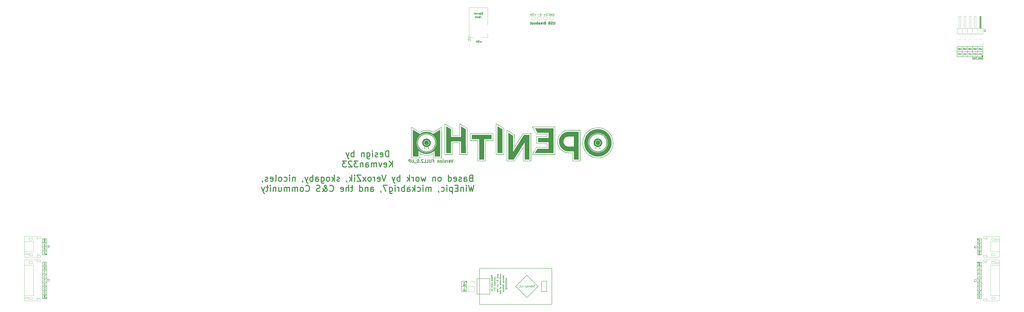
<source format=gbr>
G04 #@! TF.GenerationSoftware,KiCad,Pcbnew,(5.1.7)-1*
G04 #@! TF.CreationDate,2021-02-28T23:22:52-05:00*
G04 #@! TF.ProjectId,OpeNITHM-full,4f70654e-4954-4484-9d2d-66756c6c2e6b,rev?*
G04 #@! TF.SameCoordinates,Original*
G04 #@! TF.FileFunction,Legend,Bot*
G04 #@! TF.FilePolarity,Positive*
%FSLAX46Y46*%
G04 Gerber Fmt 4.6, Leading zero omitted, Abs format (unit mm)*
G04 Created by KiCad (PCBNEW (5.1.7)-1) date 2021-02-28 23:22:52*
%MOMM*%
%LPD*%
G01*
G04 APERTURE LIST*
%ADD10C,0.250000*%
%ADD11C,0.300000*%
%ADD12C,0.500000*%
%ADD13C,0.375000*%
%ADD14C,0.200000*%
%ADD15C,0.150000*%
%ADD16C,0.120000*%
%ADD17C,0.010000*%
G04 APERTURE END LIST*
D10*
X133135476Y-6553571D02*
X132992619Y-6601190D01*
X132945000Y-6648809D01*
X132897380Y-6744047D01*
X132897380Y-6886904D01*
X132945000Y-6982142D01*
X132992619Y-7029761D01*
X133087857Y-7077380D01*
X133468809Y-7077380D01*
X133468809Y-6077380D01*
X133135476Y-6077380D01*
X133040238Y-6125000D01*
X132992619Y-6172619D01*
X132945000Y-6267857D01*
X132945000Y-6363095D01*
X132992619Y-6458333D01*
X133040238Y-6505952D01*
X133135476Y-6553571D01*
X133468809Y-6553571D01*
X132040238Y-7077380D02*
X132040238Y-6553571D01*
X132087857Y-6458333D01*
X132183095Y-6410714D01*
X132373571Y-6410714D01*
X132468809Y-6458333D01*
X132040238Y-7029761D02*
X132135476Y-7077380D01*
X132373571Y-7077380D01*
X132468809Y-7029761D01*
X132516428Y-6934523D01*
X132516428Y-6839285D01*
X132468809Y-6744047D01*
X132373571Y-6696428D01*
X132135476Y-6696428D01*
X132040238Y-6648809D01*
X131564047Y-7077380D02*
X131564047Y-6410714D01*
X131564047Y-6601190D02*
X131516428Y-6505952D01*
X131468809Y-6458333D01*
X131373571Y-6410714D01*
X131278333Y-6410714D01*
X130945000Y-7077380D02*
X130945000Y-6410714D01*
X130945000Y-6601190D02*
X130897380Y-6505952D01*
X130849761Y-6458333D01*
X130754523Y-6410714D01*
X130659285Y-6410714D01*
X129945000Y-7029761D02*
X130040238Y-7077380D01*
X130230714Y-7077380D01*
X130325952Y-7029761D01*
X130373571Y-6934523D01*
X130373571Y-6553571D01*
X130325952Y-6458333D01*
X130230714Y-6410714D01*
X130040238Y-6410714D01*
X129945000Y-6458333D01*
X129897380Y-6553571D01*
X129897380Y-6648809D01*
X130373571Y-6744047D01*
X129325952Y-7077380D02*
X129421190Y-7029761D01*
X129468809Y-6934523D01*
X129468809Y-6077380D01*
X132587857Y-7827380D02*
X132587857Y-8541666D01*
X132635476Y-8684523D01*
X132730714Y-8779761D01*
X132873571Y-8827380D01*
X132968809Y-8827380D01*
X131683095Y-8827380D02*
X131683095Y-8303571D01*
X131730714Y-8208333D01*
X131825952Y-8160714D01*
X132016428Y-8160714D01*
X132111666Y-8208333D01*
X131683095Y-8779761D02*
X131778333Y-8827380D01*
X132016428Y-8827380D01*
X132111666Y-8779761D01*
X132159285Y-8684523D01*
X132159285Y-8589285D01*
X132111666Y-8494047D01*
X132016428Y-8446428D01*
X131778333Y-8446428D01*
X131683095Y-8398809D01*
X130778333Y-8779761D02*
X130873571Y-8827380D01*
X131064047Y-8827380D01*
X131159285Y-8779761D01*
X131206904Y-8732142D01*
X131254523Y-8636904D01*
X131254523Y-8351190D01*
X131206904Y-8255952D01*
X131159285Y-8208333D01*
X131064047Y-8160714D01*
X130873571Y-8160714D01*
X130778333Y-8208333D01*
X130349761Y-8827380D02*
X130349761Y-7827380D01*
X130254523Y-8446428D02*
X129968809Y-8827380D01*
X129968809Y-8160714D02*
X130349761Y-8541666D01*
D11*
X169109285Y-10772857D02*
X169109285Y-11744285D01*
X169052142Y-11858571D01*
X168995000Y-11915714D01*
X168880714Y-11972857D01*
X168652142Y-11972857D01*
X168537857Y-11915714D01*
X168480714Y-11858571D01*
X168423571Y-11744285D01*
X168423571Y-10772857D01*
X167909285Y-11915714D02*
X167737857Y-11972857D01*
X167452142Y-11972857D01*
X167337857Y-11915714D01*
X167280714Y-11858571D01*
X167223571Y-11744285D01*
X167223571Y-11630000D01*
X167280714Y-11515714D01*
X167337857Y-11458571D01*
X167452142Y-11401428D01*
X167680714Y-11344285D01*
X167795000Y-11287142D01*
X167852142Y-11230000D01*
X167909285Y-11115714D01*
X167909285Y-11001428D01*
X167852142Y-10887142D01*
X167795000Y-10830000D01*
X167680714Y-10772857D01*
X167395000Y-10772857D01*
X167223571Y-10830000D01*
X166309285Y-11344285D02*
X166137857Y-11401428D01*
X166080714Y-11458571D01*
X166023571Y-11572857D01*
X166023571Y-11744285D01*
X166080714Y-11858571D01*
X166137857Y-11915714D01*
X166252142Y-11972857D01*
X166709285Y-11972857D01*
X166709285Y-10772857D01*
X166309285Y-10772857D01*
X166195000Y-10830000D01*
X166137857Y-10887142D01*
X166080714Y-11001428D01*
X166080714Y-11115714D01*
X166137857Y-11230000D01*
X166195000Y-11287142D01*
X166309285Y-11344285D01*
X166709285Y-11344285D01*
X164195000Y-11344285D02*
X164023571Y-11401428D01*
X163966428Y-11458571D01*
X163909285Y-11572857D01*
X163909285Y-11744285D01*
X163966428Y-11858571D01*
X164023571Y-11915714D01*
X164137857Y-11972857D01*
X164595000Y-11972857D01*
X164595000Y-10772857D01*
X164195000Y-10772857D01*
X164080714Y-10830000D01*
X164023571Y-10887142D01*
X163966428Y-11001428D01*
X163966428Y-11115714D01*
X164023571Y-11230000D01*
X164080714Y-11287142D01*
X164195000Y-11344285D01*
X164595000Y-11344285D01*
X163395000Y-11972857D02*
X163395000Y-11172857D01*
X163395000Y-11401428D02*
X163337857Y-11287142D01*
X163280714Y-11230000D01*
X163166428Y-11172857D01*
X163052142Y-11172857D01*
X162195000Y-11915714D02*
X162309285Y-11972857D01*
X162537857Y-11972857D01*
X162652142Y-11915714D01*
X162709285Y-11801428D01*
X162709285Y-11344285D01*
X162652142Y-11230000D01*
X162537857Y-11172857D01*
X162309285Y-11172857D01*
X162195000Y-11230000D01*
X162137857Y-11344285D01*
X162137857Y-11458571D01*
X162709285Y-11572857D01*
X161109285Y-11972857D02*
X161109285Y-11344285D01*
X161166428Y-11230000D01*
X161280714Y-11172857D01*
X161509285Y-11172857D01*
X161623571Y-11230000D01*
X161109285Y-11915714D02*
X161223571Y-11972857D01*
X161509285Y-11972857D01*
X161623571Y-11915714D01*
X161680714Y-11801428D01*
X161680714Y-11687142D01*
X161623571Y-11572857D01*
X161509285Y-11515714D01*
X161223571Y-11515714D01*
X161109285Y-11458571D01*
X160537857Y-11972857D02*
X160537857Y-10772857D01*
X160423571Y-11515714D02*
X160080714Y-11972857D01*
X160080714Y-11172857D02*
X160537857Y-11630000D01*
X159395000Y-11972857D02*
X159509285Y-11915714D01*
X159566428Y-11858571D01*
X159623571Y-11744285D01*
X159623571Y-11401428D01*
X159566428Y-11287142D01*
X159509285Y-11230000D01*
X159395000Y-11172857D01*
X159223571Y-11172857D01*
X159109285Y-11230000D01*
X159052142Y-11287142D01*
X158995000Y-11401428D01*
X158995000Y-11744285D01*
X159052142Y-11858571D01*
X159109285Y-11915714D01*
X159223571Y-11972857D01*
X159395000Y-11972857D01*
X157966428Y-11172857D02*
X157966428Y-11972857D01*
X158480714Y-11172857D02*
X158480714Y-11801428D01*
X158423571Y-11915714D01*
X158309285Y-11972857D01*
X158137857Y-11972857D01*
X158023571Y-11915714D01*
X157966428Y-11858571D01*
X157566428Y-11172857D02*
X157109285Y-11172857D01*
X157395000Y-10772857D02*
X157395000Y-11801428D01*
X157337857Y-11915714D01*
X157223571Y-11972857D01*
X157109285Y-11972857D01*
D10*
X133035714Y-20571428D02*
X132273809Y-20571428D01*
X132654761Y-20952380D02*
X132654761Y-20190476D01*
X131321428Y-19952380D02*
X131797619Y-19952380D01*
X131845238Y-20428571D01*
X131797619Y-20380952D01*
X131702380Y-20333333D01*
X131464285Y-20333333D01*
X131369047Y-20380952D01*
X131321428Y-20428571D01*
X131273809Y-20523809D01*
X131273809Y-20761904D01*
X131321428Y-20857142D01*
X131369047Y-20904761D01*
X131464285Y-20952380D01*
X131702380Y-20952380D01*
X131797619Y-20904761D01*
X131845238Y-20857142D01*
X130988095Y-19952380D02*
X130654761Y-20952380D01*
X130321428Y-19952380D01*
D12*
X87357142Y-77222142D02*
X87357142Y-74222142D01*
X86642857Y-74222142D01*
X86214285Y-74365000D01*
X85928571Y-74650714D01*
X85785714Y-74936428D01*
X85642857Y-75507857D01*
X85642857Y-75936428D01*
X85785714Y-76507857D01*
X85928571Y-76793571D01*
X86214285Y-77079285D01*
X86642857Y-77222142D01*
X87357142Y-77222142D01*
X83214285Y-77079285D02*
X83500000Y-77222142D01*
X84071428Y-77222142D01*
X84357142Y-77079285D01*
X84500000Y-76793571D01*
X84500000Y-75650714D01*
X84357142Y-75365000D01*
X84071428Y-75222142D01*
X83500000Y-75222142D01*
X83214285Y-75365000D01*
X83071428Y-75650714D01*
X83071428Y-75936428D01*
X84500000Y-76222142D01*
X81928571Y-77079285D02*
X81642857Y-77222142D01*
X81071428Y-77222142D01*
X80785714Y-77079285D01*
X80642857Y-76793571D01*
X80642857Y-76650714D01*
X80785714Y-76365000D01*
X81071428Y-76222142D01*
X81500000Y-76222142D01*
X81785714Y-76079285D01*
X81928571Y-75793571D01*
X81928571Y-75650714D01*
X81785714Y-75365000D01*
X81500000Y-75222142D01*
X81071428Y-75222142D01*
X80785714Y-75365000D01*
X79357142Y-77222142D02*
X79357142Y-75222142D01*
X79357142Y-74222142D02*
X79500000Y-74365000D01*
X79357142Y-74507857D01*
X79214285Y-74365000D01*
X79357142Y-74222142D01*
X79357142Y-74507857D01*
X76642857Y-75222142D02*
X76642857Y-77650714D01*
X76785714Y-77936428D01*
X76928571Y-78079285D01*
X77214285Y-78222142D01*
X77642857Y-78222142D01*
X77928571Y-78079285D01*
X76642857Y-77079285D02*
X76928571Y-77222142D01*
X77500000Y-77222142D01*
X77785714Y-77079285D01*
X77928571Y-76936428D01*
X78071428Y-76650714D01*
X78071428Y-75793571D01*
X77928571Y-75507857D01*
X77785714Y-75365000D01*
X77500000Y-75222142D01*
X76928571Y-75222142D01*
X76642857Y-75365000D01*
X75214285Y-75222142D02*
X75214285Y-77222142D01*
X75214285Y-75507857D02*
X75071428Y-75365000D01*
X74785714Y-75222142D01*
X74357142Y-75222142D01*
X74071428Y-75365000D01*
X73928571Y-75650714D01*
X73928571Y-77222142D01*
X70214285Y-77222142D02*
X70214285Y-74222142D01*
X70214285Y-75365000D02*
X69928571Y-75222142D01*
X69357142Y-75222142D01*
X69071428Y-75365000D01*
X68928571Y-75507857D01*
X68785714Y-75793571D01*
X68785714Y-76650714D01*
X68928571Y-76936428D01*
X69071428Y-77079285D01*
X69357142Y-77222142D01*
X69928571Y-77222142D01*
X70214285Y-77079285D01*
X67785714Y-75222142D02*
X67071428Y-77222142D01*
X66357142Y-75222142D02*
X67071428Y-77222142D01*
X67357142Y-77936428D01*
X67500000Y-78079285D01*
X67785714Y-78222142D01*
X89214285Y-82222142D02*
X89214285Y-79222142D01*
X87500000Y-82222142D02*
X88785714Y-80507857D01*
X87500000Y-79222142D02*
X89214285Y-80936428D01*
X85071428Y-82079285D02*
X85357142Y-82222142D01*
X85928571Y-82222142D01*
X86214285Y-82079285D01*
X86357142Y-81793571D01*
X86357142Y-80650714D01*
X86214285Y-80365000D01*
X85928571Y-80222142D01*
X85357142Y-80222142D01*
X85071428Y-80365000D01*
X84928571Y-80650714D01*
X84928571Y-80936428D01*
X86357142Y-81222142D01*
X83928571Y-80222142D02*
X83214285Y-82222142D01*
X82500000Y-80222142D01*
X81357142Y-82222142D02*
X81357142Y-80222142D01*
X81357142Y-80507857D02*
X81214285Y-80365000D01*
X80928571Y-80222142D01*
X80500000Y-80222142D01*
X80214285Y-80365000D01*
X80071428Y-80650714D01*
X80071428Y-82222142D01*
X80071428Y-80650714D02*
X79928571Y-80365000D01*
X79642857Y-80222142D01*
X79214285Y-80222142D01*
X78928571Y-80365000D01*
X78785714Y-80650714D01*
X78785714Y-82222142D01*
X76071428Y-82222142D02*
X76071428Y-80650714D01*
X76214285Y-80365000D01*
X76500000Y-80222142D01*
X77071428Y-80222142D01*
X77357142Y-80365000D01*
X76071428Y-82079285D02*
X76357142Y-82222142D01*
X77071428Y-82222142D01*
X77357142Y-82079285D01*
X77500000Y-81793571D01*
X77500000Y-81507857D01*
X77357142Y-81222142D01*
X77071428Y-81079285D01*
X76357142Y-81079285D01*
X76071428Y-80936428D01*
X74642857Y-80222142D02*
X74642857Y-82222142D01*
X74642857Y-80507857D02*
X74500000Y-80365000D01*
X74214285Y-80222142D01*
X73785714Y-80222142D01*
X73500000Y-80365000D01*
X73357142Y-80650714D01*
X73357142Y-82222142D01*
X72214285Y-79222142D02*
X70357142Y-79222142D01*
X71357142Y-80365000D01*
X70928571Y-80365000D01*
X70642857Y-80507857D01*
X70500000Y-80650714D01*
X70357142Y-80936428D01*
X70357142Y-81650714D01*
X70500000Y-81936428D01*
X70642857Y-82079285D01*
X70928571Y-82222142D01*
X71785714Y-82222142D01*
X72071428Y-82079285D01*
X72214285Y-81936428D01*
X69214285Y-79507857D02*
X69071428Y-79365000D01*
X68785714Y-79222142D01*
X68071428Y-79222142D01*
X67785714Y-79365000D01*
X67642857Y-79507857D01*
X67500000Y-79793571D01*
X67500000Y-80079285D01*
X67642857Y-80507857D01*
X69357142Y-82222142D01*
X67500000Y-82222142D01*
X66500000Y-79222142D02*
X64642857Y-79222142D01*
X65642857Y-80365000D01*
X65214285Y-80365000D01*
X64928571Y-80507857D01*
X64785714Y-80650714D01*
X64642857Y-80936428D01*
X64642857Y-81650714D01*
X64785714Y-81936428D01*
X64928571Y-82079285D01*
X65214285Y-82222142D01*
X66071428Y-82222142D01*
X66357142Y-82079285D01*
X66500000Y-81936428D01*
X127714285Y-87650714D02*
X127285714Y-87793571D01*
X127142857Y-87936428D01*
X127000000Y-88222142D01*
X127000000Y-88650714D01*
X127142857Y-88936428D01*
X127285714Y-89079285D01*
X127571428Y-89222142D01*
X128714285Y-89222142D01*
X128714285Y-86222142D01*
X127714285Y-86222142D01*
X127428571Y-86365000D01*
X127285714Y-86507857D01*
X127142857Y-86793571D01*
X127142857Y-87079285D01*
X127285714Y-87365000D01*
X127428571Y-87507857D01*
X127714285Y-87650714D01*
X128714285Y-87650714D01*
X124428571Y-89222142D02*
X124428571Y-87650714D01*
X124571428Y-87365000D01*
X124857142Y-87222142D01*
X125428571Y-87222142D01*
X125714285Y-87365000D01*
X124428571Y-89079285D02*
X124714285Y-89222142D01*
X125428571Y-89222142D01*
X125714285Y-89079285D01*
X125857142Y-88793571D01*
X125857142Y-88507857D01*
X125714285Y-88222142D01*
X125428571Y-88079285D01*
X124714285Y-88079285D01*
X124428571Y-87936428D01*
X123142857Y-89079285D02*
X122857142Y-89222142D01*
X122285714Y-89222142D01*
X122000000Y-89079285D01*
X121857142Y-88793571D01*
X121857142Y-88650714D01*
X122000000Y-88365000D01*
X122285714Y-88222142D01*
X122714285Y-88222142D01*
X123000000Y-88079285D01*
X123142857Y-87793571D01*
X123142857Y-87650714D01*
X123000000Y-87365000D01*
X122714285Y-87222142D01*
X122285714Y-87222142D01*
X122000000Y-87365000D01*
X119428571Y-89079285D02*
X119714285Y-89222142D01*
X120285714Y-89222142D01*
X120571428Y-89079285D01*
X120714285Y-88793571D01*
X120714285Y-87650714D01*
X120571428Y-87365000D01*
X120285714Y-87222142D01*
X119714285Y-87222142D01*
X119428571Y-87365000D01*
X119285714Y-87650714D01*
X119285714Y-87936428D01*
X120714285Y-88222142D01*
X116714285Y-89222142D02*
X116714285Y-86222142D01*
X116714285Y-89079285D02*
X117000000Y-89222142D01*
X117571428Y-89222142D01*
X117857142Y-89079285D01*
X118000000Y-88936428D01*
X118142857Y-88650714D01*
X118142857Y-87793571D01*
X118000000Y-87507857D01*
X117857142Y-87365000D01*
X117571428Y-87222142D01*
X117000000Y-87222142D01*
X116714285Y-87365000D01*
X112571428Y-89222142D02*
X112857142Y-89079285D01*
X113000000Y-88936428D01*
X113142857Y-88650714D01*
X113142857Y-87793571D01*
X113000000Y-87507857D01*
X112857142Y-87365000D01*
X112571428Y-87222142D01*
X112142857Y-87222142D01*
X111857142Y-87365000D01*
X111714285Y-87507857D01*
X111571428Y-87793571D01*
X111571428Y-88650714D01*
X111714285Y-88936428D01*
X111857142Y-89079285D01*
X112142857Y-89222142D01*
X112571428Y-89222142D01*
X110285714Y-87222142D02*
X110285714Y-89222142D01*
X110285714Y-87507857D02*
X110142857Y-87365000D01*
X109857142Y-87222142D01*
X109428571Y-87222142D01*
X109142857Y-87365000D01*
X109000000Y-87650714D01*
X109000000Y-89222142D01*
X105571428Y-87222142D02*
X105000000Y-89222142D01*
X104428571Y-87793571D01*
X103857142Y-89222142D01*
X103285714Y-87222142D01*
X101714285Y-89222142D02*
X102000000Y-89079285D01*
X102142857Y-88936428D01*
X102285714Y-88650714D01*
X102285714Y-87793571D01*
X102142857Y-87507857D01*
X102000000Y-87365000D01*
X101714285Y-87222142D01*
X101285714Y-87222142D01*
X101000000Y-87365000D01*
X100857142Y-87507857D01*
X100714285Y-87793571D01*
X100714285Y-88650714D01*
X100857142Y-88936428D01*
X101000000Y-89079285D01*
X101285714Y-89222142D01*
X101714285Y-89222142D01*
X99428571Y-89222142D02*
X99428571Y-87222142D01*
X99428571Y-87793571D02*
X99285714Y-87507857D01*
X99142857Y-87365000D01*
X98857142Y-87222142D01*
X98571428Y-87222142D01*
X97571428Y-89222142D02*
X97571428Y-86222142D01*
X97285714Y-88079285D02*
X96428571Y-89222142D01*
X96428571Y-87222142D02*
X97571428Y-88365000D01*
X92857142Y-89222142D02*
X92857142Y-86222142D01*
X92857142Y-87365000D02*
X92571428Y-87222142D01*
X92000000Y-87222142D01*
X91714285Y-87365000D01*
X91571428Y-87507857D01*
X91428571Y-87793571D01*
X91428571Y-88650714D01*
X91571428Y-88936428D01*
X91714285Y-89079285D01*
X92000000Y-89222142D01*
X92571428Y-89222142D01*
X92857142Y-89079285D01*
X90428571Y-87222142D02*
X89714285Y-89222142D01*
X89000000Y-87222142D02*
X89714285Y-89222142D01*
X90000000Y-89936428D01*
X90142857Y-90079285D01*
X90428571Y-90222142D01*
X86000000Y-86222142D02*
X85000000Y-89222142D01*
X84000000Y-86222142D01*
X81857142Y-89079285D02*
X82142857Y-89222142D01*
X82714285Y-89222142D01*
X83000000Y-89079285D01*
X83142857Y-88793571D01*
X83142857Y-87650714D01*
X83000000Y-87365000D01*
X82714285Y-87222142D01*
X82142857Y-87222142D01*
X81857142Y-87365000D01*
X81714285Y-87650714D01*
X81714285Y-87936428D01*
X83142857Y-88222142D01*
X80428571Y-89222142D02*
X80428571Y-87222142D01*
X80428571Y-87793571D02*
X80285714Y-87507857D01*
X80142857Y-87365000D01*
X79857142Y-87222142D01*
X79571428Y-87222142D01*
X78142857Y-89222142D02*
X78428571Y-89079285D01*
X78571428Y-88936428D01*
X78714285Y-88650714D01*
X78714285Y-87793571D01*
X78571428Y-87507857D01*
X78428571Y-87365000D01*
X78142857Y-87222142D01*
X77714285Y-87222142D01*
X77428571Y-87365000D01*
X77285714Y-87507857D01*
X77142857Y-87793571D01*
X77142857Y-88650714D01*
X77285714Y-88936428D01*
X77428571Y-89079285D01*
X77714285Y-89222142D01*
X78142857Y-89222142D01*
X76142857Y-89222142D02*
X74571428Y-87222142D01*
X76142857Y-87222142D02*
X74571428Y-89222142D01*
X73714285Y-86222142D02*
X71714285Y-86222142D01*
X73714285Y-89222142D01*
X71714285Y-89222142D01*
X70571428Y-89222142D02*
X70571428Y-87222142D01*
X70571428Y-86222142D02*
X70714285Y-86365000D01*
X70571428Y-86507857D01*
X70428571Y-86365000D01*
X70571428Y-86222142D01*
X70571428Y-86507857D01*
X69142857Y-89222142D02*
X69142857Y-86222142D01*
X68857142Y-88079285D02*
X68000000Y-89222142D01*
X68000000Y-87222142D02*
X69142857Y-88365000D01*
X66571428Y-89079285D02*
X66571428Y-89222142D01*
X66714285Y-89507857D01*
X66857142Y-89650714D01*
X63142857Y-89079285D02*
X62857142Y-89222142D01*
X62285714Y-89222142D01*
X62000000Y-89079285D01*
X61857142Y-88793571D01*
X61857142Y-88650714D01*
X62000000Y-88365000D01*
X62285714Y-88222142D01*
X62714285Y-88222142D01*
X63000000Y-88079285D01*
X63142857Y-87793571D01*
X63142857Y-87650714D01*
X63000000Y-87365000D01*
X62714285Y-87222142D01*
X62285714Y-87222142D01*
X62000000Y-87365000D01*
X60571428Y-89222142D02*
X60571428Y-86222142D01*
X60285714Y-88079285D02*
X59428571Y-89222142D01*
X59428571Y-87222142D02*
X60571428Y-88365000D01*
X57714285Y-89222142D02*
X58000000Y-89079285D01*
X58142857Y-88936428D01*
X58285714Y-88650714D01*
X58285714Y-87793571D01*
X58142857Y-87507857D01*
X58000000Y-87365000D01*
X57714285Y-87222142D01*
X57285714Y-87222142D01*
X57000000Y-87365000D01*
X56857142Y-87507857D01*
X56714285Y-87793571D01*
X56714285Y-88650714D01*
X56857142Y-88936428D01*
X57000000Y-89079285D01*
X57285714Y-89222142D01*
X57714285Y-89222142D01*
X54142857Y-87222142D02*
X54142857Y-89650714D01*
X54285714Y-89936428D01*
X54428571Y-90079285D01*
X54714285Y-90222142D01*
X55142857Y-90222142D01*
X55428571Y-90079285D01*
X54142857Y-89079285D02*
X54428571Y-89222142D01*
X55000000Y-89222142D01*
X55285714Y-89079285D01*
X55428571Y-88936428D01*
X55571428Y-88650714D01*
X55571428Y-87793571D01*
X55428571Y-87507857D01*
X55285714Y-87365000D01*
X55000000Y-87222142D01*
X54428571Y-87222142D01*
X54142857Y-87365000D01*
X51428571Y-89222142D02*
X51428571Y-87650714D01*
X51571428Y-87365000D01*
X51857142Y-87222142D01*
X52428571Y-87222142D01*
X52714285Y-87365000D01*
X51428571Y-89079285D02*
X51714285Y-89222142D01*
X52428571Y-89222142D01*
X52714285Y-89079285D01*
X52857142Y-88793571D01*
X52857142Y-88507857D01*
X52714285Y-88222142D01*
X52428571Y-88079285D01*
X51714285Y-88079285D01*
X51428571Y-87936428D01*
X50000000Y-89222142D02*
X50000000Y-86222142D01*
X50000000Y-87365000D02*
X49714285Y-87222142D01*
X49142857Y-87222142D01*
X48857142Y-87365000D01*
X48714285Y-87507857D01*
X48571428Y-87793571D01*
X48571428Y-88650714D01*
X48714285Y-88936428D01*
X48857142Y-89079285D01*
X49142857Y-89222142D01*
X49714285Y-89222142D01*
X50000000Y-89079285D01*
X47571428Y-87222142D02*
X46857142Y-89222142D01*
X46142857Y-87222142D02*
X46857142Y-89222142D01*
X47142857Y-89936428D01*
X47285714Y-90079285D01*
X47571428Y-90222142D01*
X44857142Y-89079285D02*
X44857142Y-89222142D01*
X45000000Y-89507857D01*
X45142857Y-89650714D01*
X41285714Y-87222142D02*
X41285714Y-89222142D01*
X41285714Y-87507857D02*
X41142857Y-87365000D01*
X40857142Y-87222142D01*
X40428571Y-87222142D01*
X40142857Y-87365000D01*
X40000000Y-87650714D01*
X40000000Y-89222142D01*
X38571428Y-89222142D02*
X38571428Y-87222142D01*
X38571428Y-86222142D02*
X38714285Y-86365000D01*
X38571428Y-86507857D01*
X38428571Y-86365000D01*
X38571428Y-86222142D01*
X38571428Y-86507857D01*
X35857142Y-89079285D02*
X36142857Y-89222142D01*
X36714285Y-89222142D01*
X37000000Y-89079285D01*
X37142857Y-88936428D01*
X37285714Y-88650714D01*
X37285714Y-87793571D01*
X37142857Y-87507857D01*
X37000000Y-87365000D01*
X36714285Y-87222142D01*
X36142857Y-87222142D01*
X35857142Y-87365000D01*
X34142857Y-89222142D02*
X34428571Y-89079285D01*
X34571428Y-88936428D01*
X34714285Y-88650714D01*
X34714285Y-87793571D01*
X34571428Y-87507857D01*
X34428571Y-87365000D01*
X34142857Y-87222142D01*
X33714285Y-87222142D01*
X33428571Y-87365000D01*
X33285714Y-87507857D01*
X33142857Y-87793571D01*
X33142857Y-88650714D01*
X33285714Y-88936428D01*
X33428571Y-89079285D01*
X33714285Y-89222142D01*
X34142857Y-89222142D01*
X31428571Y-89222142D02*
X31714285Y-89079285D01*
X31857142Y-88793571D01*
X31857142Y-86222142D01*
X29142857Y-89079285D02*
X29428571Y-89222142D01*
X30000000Y-89222142D01*
X30285714Y-89079285D01*
X30428571Y-88793571D01*
X30428571Y-87650714D01*
X30285714Y-87365000D01*
X30000000Y-87222142D01*
X29428571Y-87222142D01*
X29142857Y-87365000D01*
X29000000Y-87650714D01*
X29000000Y-87936428D01*
X30428571Y-88222142D01*
X27857142Y-89079285D02*
X27571428Y-89222142D01*
X27000000Y-89222142D01*
X26714285Y-89079285D01*
X26571428Y-88793571D01*
X26571428Y-88650714D01*
X26714285Y-88365000D01*
X27000000Y-88222142D01*
X27428571Y-88222142D01*
X27714285Y-88079285D01*
X27857142Y-87793571D01*
X27857142Y-87650714D01*
X27714285Y-87365000D01*
X27428571Y-87222142D01*
X27000000Y-87222142D01*
X26714285Y-87365000D01*
X25142857Y-89079285D02*
X25142857Y-89222142D01*
X25285714Y-89507857D01*
X25428571Y-89650714D01*
X129214285Y-91222142D02*
X128500000Y-94222142D01*
X127928571Y-92079285D01*
X127357142Y-94222142D01*
X126642857Y-91222142D01*
X125500000Y-94222142D02*
X125500000Y-92222142D01*
X125500000Y-91222142D02*
X125642857Y-91365000D01*
X125500000Y-91507857D01*
X125357142Y-91365000D01*
X125500000Y-91222142D01*
X125500000Y-91507857D01*
X124071428Y-92222142D02*
X124071428Y-94222142D01*
X124071428Y-92507857D02*
X123928571Y-92365000D01*
X123642857Y-92222142D01*
X123214285Y-92222142D01*
X122928571Y-92365000D01*
X122785714Y-92650714D01*
X122785714Y-94222142D01*
X121357142Y-92650714D02*
X120357142Y-92650714D01*
X119928571Y-94222142D02*
X121357142Y-94222142D01*
X121357142Y-91222142D01*
X119928571Y-91222142D01*
X118642857Y-92222142D02*
X118642857Y-95222142D01*
X118642857Y-92365000D02*
X118357142Y-92222142D01*
X117785714Y-92222142D01*
X117500000Y-92365000D01*
X117357142Y-92507857D01*
X117214285Y-92793571D01*
X117214285Y-93650714D01*
X117357142Y-93936428D01*
X117500000Y-94079285D01*
X117785714Y-94222142D01*
X118357142Y-94222142D01*
X118642857Y-94079285D01*
X115928571Y-94222142D02*
X115928571Y-92222142D01*
X115928571Y-91222142D02*
X116071428Y-91365000D01*
X115928571Y-91507857D01*
X115785714Y-91365000D01*
X115928571Y-91222142D01*
X115928571Y-91507857D01*
X113214285Y-94079285D02*
X113499999Y-94222142D01*
X114071428Y-94222142D01*
X114357142Y-94079285D01*
X114499999Y-93936428D01*
X114642857Y-93650714D01*
X114642857Y-92793571D01*
X114499999Y-92507857D01*
X114357142Y-92365000D01*
X114071428Y-92222142D01*
X113499999Y-92222142D01*
X113214285Y-92365000D01*
X111785714Y-94079285D02*
X111785714Y-94222142D01*
X111928571Y-94507857D01*
X112071428Y-94650714D01*
X108214285Y-94222142D02*
X108214285Y-92222142D01*
X108214285Y-92507857D02*
X108071428Y-92365000D01*
X107785714Y-92222142D01*
X107357142Y-92222142D01*
X107071428Y-92365000D01*
X106928571Y-92650714D01*
X106928571Y-94222142D01*
X106928571Y-92650714D02*
X106785714Y-92365000D01*
X106499999Y-92222142D01*
X106071428Y-92222142D01*
X105785714Y-92365000D01*
X105642857Y-92650714D01*
X105642857Y-94222142D01*
X104214285Y-94222142D02*
X104214285Y-92222142D01*
X104214285Y-91222142D02*
X104357142Y-91365000D01*
X104214285Y-91507857D01*
X104071428Y-91365000D01*
X104214285Y-91222142D01*
X104214285Y-91507857D01*
X101499999Y-94079285D02*
X101785714Y-94222142D01*
X102357142Y-94222142D01*
X102642857Y-94079285D01*
X102785714Y-93936428D01*
X102928571Y-93650714D01*
X102928571Y-92793571D01*
X102785714Y-92507857D01*
X102642857Y-92365000D01*
X102357142Y-92222142D01*
X101785714Y-92222142D01*
X101499999Y-92365000D01*
X100214285Y-94222142D02*
X100214285Y-91222142D01*
X99928571Y-93079285D02*
X99071428Y-94222142D01*
X99071428Y-92222142D02*
X100214285Y-93365000D01*
X96499999Y-94222142D02*
X96499999Y-92650714D01*
X96642857Y-92365000D01*
X96928571Y-92222142D01*
X97499999Y-92222142D01*
X97785714Y-92365000D01*
X96499999Y-94079285D02*
X96785714Y-94222142D01*
X97499999Y-94222142D01*
X97785714Y-94079285D01*
X97928571Y-93793571D01*
X97928571Y-93507857D01*
X97785714Y-93222142D01*
X97499999Y-93079285D01*
X96785714Y-93079285D01*
X96499999Y-92936428D01*
X95071428Y-94222142D02*
X95071428Y-91222142D01*
X95071428Y-92365000D02*
X94785714Y-92222142D01*
X94214285Y-92222142D01*
X93928571Y-92365000D01*
X93785714Y-92507857D01*
X93642857Y-92793571D01*
X93642857Y-93650714D01*
X93785714Y-93936428D01*
X93928571Y-94079285D01*
X94214285Y-94222142D01*
X94785714Y-94222142D01*
X95071428Y-94079285D01*
X92357142Y-94222142D02*
X92357142Y-92222142D01*
X92357142Y-92793571D02*
X92214285Y-92507857D01*
X92071428Y-92365000D01*
X91785714Y-92222142D01*
X91499999Y-92222142D01*
X90499999Y-94222142D02*
X90499999Y-92222142D01*
X90499999Y-91222142D02*
X90642857Y-91365000D01*
X90499999Y-91507857D01*
X90357142Y-91365000D01*
X90499999Y-91222142D01*
X90499999Y-91507857D01*
X87785714Y-92222142D02*
X87785714Y-94650714D01*
X87928571Y-94936428D01*
X88071428Y-95079285D01*
X88357142Y-95222142D01*
X88785714Y-95222142D01*
X89071428Y-95079285D01*
X87785714Y-94079285D02*
X88071428Y-94222142D01*
X88642857Y-94222142D01*
X88928571Y-94079285D01*
X89071428Y-93936428D01*
X89214285Y-93650714D01*
X89214285Y-92793571D01*
X89071428Y-92507857D01*
X88928571Y-92365000D01*
X88642857Y-92222142D01*
X88071428Y-92222142D01*
X87785714Y-92365000D01*
X86642857Y-91222142D02*
X84642857Y-91222142D01*
X85928571Y-94222142D01*
X83357142Y-94079285D02*
X83357142Y-94222142D01*
X83499999Y-94507857D01*
X83642857Y-94650714D01*
X78499999Y-94222142D02*
X78499999Y-92650714D01*
X78642857Y-92365000D01*
X78928571Y-92222142D01*
X79499999Y-92222142D01*
X79785714Y-92365000D01*
X78499999Y-94079285D02*
X78785714Y-94222142D01*
X79499999Y-94222142D01*
X79785714Y-94079285D01*
X79928571Y-93793571D01*
X79928571Y-93507857D01*
X79785714Y-93222142D01*
X79499999Y-93079285D01*
X78785714Y-93079285D01*
X78499999Y-92936428D01*
X77071428Y-92222142D02*
X77071428Y-94222142D01*
X77071428Y-92507857D02*
X76928571Y-92365000D01*
X76642857Y-92222142D01*
X76214285Y-92222142D01*
X75928571Y-92365000D01*
X75785714Y-92650714D01*
X75785714Y-94222142D01*
X73071428Y-94222142D02*
X73071428Y-91222142D01*
X73071428Y-94079285D02*
X73357142Y-94222142D01*
X73928571Y-94222142D01*
X74214285Y-94079285D01*
X74357142Y-93936428D01*
X74499999Y-93650714D01*
X74499999Y-92793571D01*
X74357142Y-92507857D01*
X74214285Y-92365000D01*
X73928571Y-92222142D01*
X73357142Y-92222142D01*
X73071428Y-92365000D01*
X69785714Y-92222142D02*
X68642857Y-92222142D01*
X69357142Y-91222142D02*
X69357142Y-93793571D01*
X69214285Y-94079285D01*
X68928571Y-94222142D01*
X68642857Y-94222142D01*
X67642857Y-94222142D02*
X67642857Y-91222142D01*
X66357142Y-94222142D02*
X66357142Y-92650714D01*
X66499999Y-92365000D01*
X66785714Y-92222142D01*
X67214285Y-92222142D01*
X67499999Y-92365000D01*
X67642857Y-92507857D01*
X63785714Y-94079285D02*
X64071428Y-94222142D01*
X64642857Y-94222142D01*
X64928571Y-94079285D01*
X65071428Y-93793571D01*
X65071428Y-92650714D01*
X64928571Y-92365000D01*
X64642857Y-92222142D01*
X64071428Y-92222142D01*
X63785714Y-92365000D01*
X63642857Y-92650714D01*
X63642857Y-92936428D01*
X65071428Y-93222142D01*
X58357142Y-93936428D02*
X58499999Y-94079285D01*
X58928571Y-94222142D01*
X59214285Y-94222142D01*
X59642857Y-94079285D01*
X59928571Y-93793571D01*
X60071428Y-93507857D01*
X60214285Y-92936428D01*
X60214285Y-92507857D01*
X60071428Y-91936428D01*
X59928571Y-91650714D01*
X59642857Y-91365000D01*
X59214285Y-91222142D01*
X58928571Y-91222142D01*
X58499999Y-91365000D01*
X58357142Y-91507857D01*
X54642857Y-94222142D02*
X54785714Y-94222142D01*
X55071428Y-94079285D01*
X55499999Y-93650714D01*
X56214285Y-92793571D01*
X56499999Y-92365000D01*
X56642857Y-91936428D01*
X56642857Y-91650714D01*
X56499999Y-91365000D01*
X56214285Y-91222142D01*
X56071428Y-91222142D01*
X55785714Y-91365000D01*
X55642857Y-91650714D01*
X55642857Y-91793571D01*
X55785714Y-92079285D01*
X55928571Y-92222142D01*
X56785714Y-92793571D01*
X56928571Y-92936428D01*
X57071428Y-93222142D01*
X57071428Y-93650714D01*
X56928571Y-93936428D01*
X56785714Y-94079285D01*
X56499999Y-94222142D01*
X56071428Y-94222142D01*
X55785714Y-94079285D01*
X55642857Y-93936428D01*
X55214285Y-93365000D01*
X55071428Y-92936428D01*
X55071428Y-92650714D01*
X53499999Y-94079285D02*
X53071428Y-94222142D01*
X52357142Y-94222142D01*
X52071428Y-94079285D01*
X51928571Y-93936428D01*
X51785714Y-93650714D01*
X51785714Y-93365000D01*
X51928571Y-93079285D01*
X52071428Y-92936428D01*
X52357142Y-92793571D01*
X52928571Y-92650714D01*
X53214285Y-92507857D01*
X53357142Y-92365000D01*
X53499999Y-92079285D01*
X53499999Y-91793571D01*
X53357142Y-91507857D01*
X53214285Y-91365000D01*
X52928571Y-91222142D01*
X52214285Y-91222142D01*
X51785714Y-91365000D01*
X46499999Y-93936428D02*
X46642857Y-94079285D01*
X47071428Y-94222142D01*
X47357142Y-94222142D01*
X47785714Y-94079285D01*
X48071428Y-93793571D01*
X48214285Y-93507857D01*
X48357142Y-92936428D01*
X48357142Y-92507857D01*
X48214285Y-91936428D01*
X48071428Y-91650714D01*
X47785714Y-91365000D01*
X47357142Y-91222142D01*
X47071428Y-91222142D01*
X46642857Y-91365000D01*
X46499999Y-91507857D01*
X44785714Y-94222142D02*
X45071428Y-94079285D01*
X45214285Y-93936428D01*
X45357142Y-93650714D01*
X45357142Y-92793571D01*
X45214285Y-92507857D01*
X45071428Y-92365000D01*
X44785714Y-92222142D01*
X44357142Y-92222142D01*
X44071428Y-92365000D01*
X43928571Y-92507857D01*
X43785714Y-92793571D01*
X43785714Y-93650714D01*
X43928571Y-93936428D01*
X44071428Y-94079285D01*
X44357142Y-94222142D01*
X44785714Y-94222142D01*
X42499999Y-94222142D02*
X42499999Y-92222142D01*
X42499999Y-92507857D02*
X42357142Y-92365000D01*
X42071428Y-92222142D01*
X41642857Y-92222142D01*
X41357142Y-92365000D01*
X41214285Y-92650714D01*
X41214285Y-94222142D01*
X41214285Y-92650714D02*
X41071428Y-92365000D01*
X40785714Y-92222142D01*
X40357142Y-92222142D01*
X40071428Y-92365000D01*
X39928571Y-92650714D01*
X39928571Y-94222142D01*
X38499999Y-94222142D02*
X38499999Y-92222142D01*
X38499999Y-92507857D02*
X38357142Y-92365000D01*
X38071428Y-92222142D01*
X37642857Y-92222142D01*
X37357142Y-92365000D01*
X37214285Y-92650714D01*
X37214285Y-94222142D01*
X37214285Y-92650714D02*
X37071428Y-92365000D01*
X36785714Y-92222142D01*
X36357142Y-92222142D01*
X36071428Y-92365000D01*
X35928571Y-92650714D01*
X35928571Y-94222142D01*
X33214285Y-92222142D02*
X33214285Y-94222142D01*
X34499999Y-92222142D02*
X34499999Y-93793571D01*
X34357142Y-94079285D01*
X34071428Y-94222142D01*
X33642857Y-94222142D01*
X33357142Y-94079285D01*
X33214285Y-93936428D01*
X31785714Y-92222142D02*
X31785714Y-94222142D01*
X31785714Y-92507857D02*
X31642857Y-92365000D01*
X31357142Y-92222142D01*
X30928571Y-92222142D01*
X30642857Y-92365000D01*
X30499999Y-92650714D01*
X30499999Y-94222142D01*
X29071428Y-94222142D02*
X29071428Y-92222142D01*
X29071428Y-91222142D02*
X29214285Y-91365000D01*
X29071428Y-91507857D01*
X28928571Y-91365000D01*
X29071428Y-91222142D01*
X29071428Y-91507857D01*
X28071428Y-92222142D02*
X26928571Y-92222142D01*
X27642857Y-91222142D02*
X27642857Y-93793571D01*
X27499999Y-94079285D01*
X27214285Y-94222142D01*
X26928571Y-94222142D01*
X26214285Y-92222142D02*
X25499999Y-94222142D01*
X24785714Y-92222142D02*
X25499999Y-94222142D01*
X25785714Y-94936428D01*
X25928571Y-95079285D01*
X26214285Y-95222142D01*
D13*
X119035714Y-78543571D02*
X118535714Y-80043571D01*
X118035714Y-78543571D01*
X116964285Y-79972142D02*
X117107142Y-80043571D01*
X117392857Y-80043571D01*
X117535714Y-79972142D01*
X117607142Y-79829285D01*
X117607142Y-79257857D01*
X117535714Y-79115000D01*
X117392857Y-79043571D01*
X117107142Y-79043571D01*
X116964285Y-79115000D01*
X116892857Y-79257857D01*
X116892857Y-79400714D01*
X117607142Y-79543571D01*
X116250000Y-80043571D02*
X116250000Y-79043571D01*
X116250000Y-79329285D02*
X116178571Y-79186428D01*
X116107142Y-79115000D01*
X115964285Y-79043571D01*
X115821428Y-79043571D01*
X115392857Y-79972142D02*
X115250000Y-80043571D01*
X114964285Y-80043571D01*
X114821428Y-79972142D01*
X114750000Y-79829285D01*
X114750000Y-79757857D01*
X114821428Y-79615000D01*
X114964285Y-79543571D01*
X115178571Y-79543571D01*
X115321428Y-79472142D01*
X115392857Y-79329285D01*
X115392857Y-79257857D01*
X115321428Y-79115000D01*
X115178571Y-79043571D01*
X114964285Y-79043571D01*
X114821428Y-79115000D01*
X114107142Y-80043571D02*
X114107142Y-79043571D01*
X114107142Y-78543571D02*
X114178571Y-78615000D01*
X114107142Y-78686428D01*
X114035714Y-78615000D01*
X114107142Y-78543571D01*
X114107142Y-78686428D01*
X113178571Y-80043571D02*
X113321428Y-79972142D01*
X113392857Y-79900714D01*
X113464285Y-79757857D01*
X113464285Y-79329285D01*
X113392857Y-79186428D01*
X113321428Y-79115000D01*
X113178571Y-79043571D01*
X112964285Y-79043571D01*
X112821428Y-79115000D01*
X112750000Y-79186428D01*
X112678571Y-79329285D01*
X112678571Y-79757857D01*
X112750000Y-79900714D01*
X112821428Y-79972142D01*
X112964285Y-80043571D01*
X113178571Y-80043571D01*
X112035714Y-79043571D02*
X112035714Y-80043571D01*
X112035714Y-79186428D02*
X111964285Y-79115000D01*
X111821428Y-79043571D01*
X111607142Y-79043571D01*
X111464285Y-79115000D01*
X111392857Y-79257857D01*
X111392857Y-80043571D01*
X109035714Y-79257857D02*
X109535714Y-79257857D01*
X109535714Y-80043571D02*
X109535714Y-78543571D01*
X108821428Y-78543571D01*
X108250000Y-78543571D02*
X108250000Y-79757857D01*
X108178571Y-79900714D01*
X108107142Y-79972142D01*
X107964285Y-80043571D01*
X107678571Y-80043571D01*
X107535714Y-79972142D01*
X107464285Y-79900714D01*
X107392857Y-79757857D01*
X107392857Y-78543571D01*
X105964285Y-80043571D02*
X106678571Y-80043571D01*
X106678571Y-78543571D01*
X104750000Y-80043571D02*
X105464285Y-80043571D01*
X105464285Y-78543571D01*
X104321428Y-78686428D02*
X104250000Y-78615000D01*
X104107142Y-78543571D01*
X103750000Y-78543571D01*
X103607142Y-78615000D01*
X103535714Y-78686428D01*
X103464285Y-78829285D01*
X103464285Y-78972142D01*
X103535714Y-79186428D01*
X104392857Y-80043571D01*
X103464285Y-80043571D01*
X102821428Y-79900714D02*
X102750000Y-79972142D01*
X102821428Y-80043571D01*
X102892857Y-79972142D01*
X102821428Y-79900714D01*
X102821428Y-80043571D01*
X101821428Y-78543571D02*
X101678571Y-78543571D01*
X101535714Y-78615000D01*
X101464285Y-78686428D01*
X101392857Y-78829285D01*
X101321428Y-79115000D01*
X101321428Y-79472142D01*
X101392857Y-79757857D01*
X101464285Y-79900714D01*
X101535714Y-79972142D01*
X101678571Y-80043571D01*
X101821428Y-80043571D01*
X101964285Y-79972142D01*
X102035714Y-79900714D01*
X102107142Y-79757857D01*
X102178571Y-79472142D01*
X102178571Y-79115000D01*
X102107142Y-78829285D01*
X102035714Y-78686428D01*
X101964285Y-78615000D01*
X101821428Y-78543571D01*
X101035714Y-80186428D02*
X99892857Y-80186428D01*
X99535714Y-78543571D02*
X99535714Y-79757857D01*
X99464285Y-79900714D01*
X99392857Y-79972142D01*
X99250000Y-80043571D01*
X98964285Y-80043571D01*
X98821428Y-79972142D01*
X98750000Y-79900714D01*
X98678571Y-79757857D01*
X98678571Y-78543571D01*
X97964285Y-80043571D02*
X97964285Y-78543571D01*
X97392857Y-78543571D01*
X97250000Y-78615000D01*
X97178571Y-78686428D01*
X97107142Y-78829285D01*
X97107142Y-79043571D01*
X97178571Y-79186428D01*
X97250000Y-79257857D01*
X97392857Y-79329285D01*
X97964285Y-79329285D01*
D14*
X379730000Y-27178000D02*
X379222000Y-27940000D01*
X379730000Y-27432000D02*
X379476000Y-27940000D01*
X378968000Y-27940000D02*
X379730000Y-27178000D01*
X379222000Y-27940000D02*
X379730000Y-27432000D01*
X138466904Y-135623809D02*
X137666904Y-135623809D01*
X138238333Y-135890476D01*
X137666904Y-136157142D01*
X138466904Y-136157142D01*
X138466904Y-136880952D02*
X138047857Y-136880952D01*
X137971666Y-136842857D01*
X137933571Y-136766666D01*
X137933571Y-136614285D01*
X137971666Y-136538095D01*
X138428809Y-136880952D02*
X138466904Y-136804761D01*
X138466904Y-136614285D01*
X138428809Y-136538095D01*
X138352619Y-136500000D01*
X138276428Y-136500000D01*
X138200238Y-136538095D01*
X138162142Y-136614285D01*
X138162142Y-136804761D01*
X138124047Y-136880952D01*
X138466904Y-137261904D02*
X137666904Y-137261904D01*
X138162142Y-137338095D02*
X138466904Y-137566666D01*
X137933571Y-137566666D02*
X138238333Y-137261904D01*
X138428809Y-138214285D02*
X138466904Y-138138095D01*
X138466904Y-137985714D01*
X138428809Y-137909523D01*
X138352619Y-137871428D01*
X138047857Y-137871428D01*
X137971666Y-137909523D01*
X137933571Y-137985714D01*
X137933571Y-138138095D01*
X137971666Y-138214285D01*
X138047857Y-138252380D01*
X138124047Y-138252380D01*
X138200238Y-137871428D01*
X138428809Y-139166666D02*
X138466904Y-139242857D01*
X138466904Y-139395238D01*
X138428809Y-139471428D01*
X138352619Y-139509523D01*
X138314523Y-139509523D01*
X138238333Y-139471428D01*
X138200238Y-139395238D01*
X138200238Y-139280952D01*
X138162142Y-139204761D01*
X138085952Y-139166666D01*
X138047857Y-139166666D01*
X137971666Y-139204761D01*
X137933571Y-139280952D01*
X137933571Y-139395238D01*
X137971666Y-139471428D01*
X137933571Y-140195238D02*
X138466904Y-140195238D01*
X137933571Y-139852380D02*
X138352619Y-139852380D01*
X138428809Y-139890476D01*
X138466904Y-139966666D01*
X138466904Y-140080952D01*
X138428809Y-140157142D01*
X138390714Y-140195238D01*
X138466904Y-140576190D02*
X137933571Y-140576190D01*
X138085952Y-140576190D02*
X138009761Y-140614285D01*
X137971666Y-140652380D01*
X137933571Y-140728571D01*
X137933571Y-140804761D01*
X138428809Y-141376190D02*
X138466904Y-141300000D01*
X138466904Y-141147619D01*
X138428809Y-141071428D01*
X138352619Y-141033333D01*
X138047857Y-141033333D01*
X137971666Y-141071428D01*
X137933571Y-141147619D01*
X137933571Y-141300000D01*
X137971666Y-141376190D01*
X138047857Y-141414285D01*
X138124047Y-141414285D01*
X138200238Y-141033333D01*
X137933571Y-142252380D02*
X137933571Y-142557142D01*
X137666904Y-142366666D02*
X138352619Y-142366666D01*
X138428809Y-142404761D01*
X138466904Y-142480952D01*
X138466904Y-142557142D01*
X138466904Y-142938095D02*
X138428809Y-142861904D01*
X138390714Y-142823809D01*
X138314523Y-142785714D01*
X138085952Y-142785714D01*
X138009761Y-142823809D01*
X137971666Y-142861904D01*
X137933571Y-142938095D01*
X137933571Y-143052380D01*
X137971666Y-143128571D01*
X138009761Y-143166666D01*
X138085952Y-143204761D01*
X138314523Y-143204761D01*
X138390714Y-143166666D01*
X138428809Y-143128571D01*
X138466904Y-143052380D01*
X138466904Y-142938095D01*
X139828809Y-136690476D02*
X139866904Y-136614285D01*
X139866904Y-136461904D01*
X139828809Y-136385714D01*
X139790714Y-136347619D01*
X139714523Y-136309523D01*
X139485952Y-136309523D01*
X139409761Y-136347619D01*
X139371666Y-136385714D01*
X139333571Y-136461904D01*
X139333571Y-136614285D01*
X139371666Y-136690476D01*
X139866904Y-137147619D02*
X139828809Y-137071428D01*
X139790714Y-137033333D01*
X139714523Y-136995238D01*
X139485952Y-136995238D01*
X139409761Y-137033333D01*
X139371666Y-137071428D01*
X139333571Y-137147619D01*
X139333571Y-137261904D01*
X139371666Y-137338095D01*
X139409761Y-137376190D01*
X139485952Y-137414285D01*
X139714523Y-137414285D01*
X139790714Y-137376190D01*
X139828809Y-137338095D01*
X139866904Y-137261904D01*
X139866904Y-137147619D01*
X139333571Y-137757142D02*
X139866904Y-137757142D01*
X139409761Y-137757142D02*
X139371666Y-137795238D01*
X139333571Y-137871428D01*
X139333571Y-137985714D01*
X139371666Y-138061904D01*
X139447857Y-138100000D01*
X139866904Y-138100000D01*
X139333571Y-138480952D02*
X139866904Y-138480952D01*
X139409761Y-138480952D02*
X139371666Y-138519047D01*
X139333571Y-138595238D01*
X139333571Y-138709523D01*
X139371666Y-138785714D01*
X139447857Y-138823809D01*
X139866904Y-138823809D01*
X139828809Y-139509523D02*
X139866904Y-139433333D01*
X139866904Y-139280952D01*
X139828809Y-139204761D01*
X139752619Y-139166666D01*
X139447857Y-139166666D01*
X139371666Y-139204761D01*
X139333571Y-139280952D01*
X139333571Y-139433333D01*
X139371666Y-139509523D01*
X139447857Y-139547619D01*
X139524047Y-139547619D01*
X139600238Y-139166666D01*
X139828809Y-140233333D02*
X139866904Y-140157142D01*
X139866904Y-140004761D01*
X139828809Y-139928571D01*
X139790714Y-139890476D01*
X139714523Y-139852380D01*
X139485952Y-139852380D01*
X139409761Y-139890476D01*
X139371666Y-139928571D01*
X139333571Y-140004761D01*
X139333571Y-140157142D01*
X139371666Y-140233333D01*
X139333571Y-140461904D02*
X139333571Y-140766666D01*
X139066904Y-140576190D02*
X139752619Y-140576190D01*
X139828809Y-140614285D01*
X139866904Y-140690476D01*
X139866904Y-140766666D01*
X139866904Y-141642857D02*
X139066904Y-141642857D01*
X139066904Y-141833333D01*
X139105000Y-141947619D01*
X139181190Y-142023809D01*
X139257380Y-142061904D01*
X139409761Y-142100000D01*
X139524047Y-142100000D01*
X139676428Y-142061904D01*
X139752619Y-142023809D01*
X139828809Y-141947619D01*
X139866904Y-141833333D01*
X139866904Y-141642857D01*
X139562142Y-142442857D02*
X139562142Y-143052380D01*
X139866904Y-142747619D02*
X139257380Y-142747619D01*
X141266904Y-135376190D02*
X140847857Y-135376190D01*
X140771666Y-135338095D01*
X140733571Y-135261904D01*
X140733571Y-135109523D01*
X140771666Y-135033333D01*
X141228809Y-135376190D02*
X141266904Y-135300000D01*
X141266904Y-135109523D01*
X141228809Y-135033333D01*
X141152619Y-134995238D01*
X141076428Y-134995238D01*
X141000238Y-135033333D01*
X140962142Y-135109523D01*
X140962142Y-135300000D01*
X140924047Y-135376190D01*
X140733571Y-135757142D02*
X141266904Y-135757142D01*
X140809761Y-135757142D02*
X140771666Y-135795238D01*
X140733571Y-135871428D01*
X140733571Y-135985714D01*
X140771666Y-136061904D01*
X140847857Y-136100000D01*
X141266904Y-136100000D01*
X141266904Y-136823809D02*
X140466904Y-136823809D01*
X141228809Y-136823809D02*
X141266904Y-136747619D01*
X141266904Y-136595238D01*
X141228809Y-136519047D01*
X141190714Y-136480952D01*
X141114523Y-136442857D01*
X140885952Y-136442857D01*
X140809761Y-136480952D01*
X140771666Y-136519047D01*
X140733571Y-136595238D01*
X140733571Y-136747619D01*
X140771666Y-136823809D01*
X141266904Y-137814285D02*
X140466904Y-137814285D01*
X140466904Y-138004761D01*
X140505000Y-138119047D01*
X140581190Y-138195238D01*
X140657380Y-138233333D01*
X140809761Y-138271428D01*
X140924047Y-138271428D01*
X141076428Y-138233333D01*
X141152619Y-138195238D01*
X141228809Y-138119047D01*
X141266904Y-138004761D01*
X141266904Y-137814285D01*
X140962142Y-138614285D02*
X140962142Y-139223809D01*
X141266904Y-140328571D02*
X141228809Y-140252380D01*
X141190714Y-140214285D01*
X141114523Y-140176190D01*
X140885952Y-140176190D01*
X140809761Y-140214285D01*
X140771666Y-140252380D01*
X140733571Y-140328571D01*
X140733571Y-140442857D01*
X140771666Y-140519047D01*
X140809761Y-140557142D01*
X140885952Y-140595238D01*
X141114523Y-140595238D01*
X141190714Y-140557142D01*
X141228809Y-140519047D01*
X141266904Y-140442857D01*
X141266904Y-140328571D01*
X140733571Y-140938095D02*
X141266904Y-140938095D01*
X140809761Y-140938095D02*
X140771666Y-140976190D01*
X140733571Y-141052380D01*
X140733571Y-141166666D01*
X140771666Y-141242857D01*
X140847857Y-141280952D01*
X141266904Y-141280952D01*
X140733571Y-142157142D02*
X140733571Y-142461904D01*
X140466904Y-142271428D02*
X141152619Y-142271428D01*
X141228809Y-142309523D01*
X141266904Y-142385714D01*
X141266904Y-142461904D01*
X141266904Y-142728571D02*
X140466904Y-142728571D01*
X141266904Y-143071428D02*
X140847857Y-143071428D01*
X140771666Y-143033333D01*
X140733571Y-142957142D01*
X140733571Y-142842857D01*
X140771666Y-142766666D01*
X140809761Y-142728571D01*
X141228809Y-143757142D02*
X141266904Y-143680952D01*
X141266904Y-143528571D01*
X141228809Y-143452380D01*
X141152619Y-143414285D01*
X140847857Y-143414285D01*
X140771666Y-143452380D01*
X140733571Y-143528571D01*
X140733571Y-143680952D01*
X140771666Y-143757142D01*
X140847857Y-143795238D01*
X140924047Y-143795238D01*
X141000238Y-143414285D01*
X142133571Y-135204761D02*
X142666904Y-135204761D01*
X142133571Y-134861904D02*
X142552619Y-134861904D01*
X142628809Y-134900000D01*
X142666904Y-134976190D01*
X142666904Y-135090476D01*
X142628809Y-135166666D01*
X142590714Y-135204761D01*
X142133571Y-135585714D02*
X142666904Y-135585714D01*
X142209761Y-135585714D02*
X142171666Y-135623809D01*
X142133571Y-135700000D01*
X142133571Y-135814285D01*
X142171666Y-135890476D01*
X142247857Y-135928571D01*
X142666904Y-135928571D01*
X142666904Y-136652380D02*
X141866904Y-136652380D01*
X142628809Y-136652380D02*
X142666904Y-136576190D01*
X142666904Y-136423809D01*
X142628809Y-136347619D01*
X142590714Y-136309523D01*
X142514523Y-136271428D01*
X142285952Y-136271428D01*
X142209761Y-136309523D01*
X142171666Y-136347619D01*
X142133571Y-136423809D01*
X142133571Y-136576190D01*
X142171666Y-136652380D01*
X142628809Y-137338095D02*
X142666904Y-137261904D01*
X142666904Y-137109523D01*
X142628809Y-137033333D01*
X142552619Y-136995238D01*
X142247857Y-136995238D01*
X142171666Y-137033333D01*
X142133571Y-137109523D01*
X142133571Y-137261904D01*
X142171666Y-137338095D01*
X142247857Y-137376190D01*
X142324047Y-137376190D01*
X142400238Y-136995238D01*
X142666904Y-137719047D02*
X142133571Y-137719047D01*
X142285952Y-137719047D02*
X142209761Y-137757142D01*
X142171666Y-137795238D01*
X142133571Y-137871428D01*
X142133571Y-137947619D01*
X142628809Y-138176190D02*
X142666904Y-138252380D01*
X142666904Y-138404761D01*
X142628809Y-138480952D01*
X142552619Y-138519047D01*
X142514523Y-138519047D01*
X142438333Y-138480952D01*
X142400238Y-138404761D01*
X142400238Y-138290476D01*
X142362142Y-138214285D01*
X142285952Y-138176190D01*
X142247857Y-138176190D01*
X142171666Y-138214285D01*
X142133571Y-138290476D01*
X142133571Y-138404761D01*
X142171666Y-138480952D01*
X142666904Y-138861904D02*
X142133571Y-138861904D01*
X141866904Y-138861904D02*
X141905000Y-138823809D01*
X141943095Y-138861904D01*
X141905000Y-138900000D01*
X141866904Y-138861904D01*
X141943095Y-138861904D01*
X142666904Y-139585714D02*
X141866904Y-139585714D01*
X142628809Y-139585714D02*
X142666904Y-139509523D01*
X142666904Y-139357142D01*
X142628809Y-139280952D01*
X142590714Y-139242857D01*
X142514523Y-139204761D01*
X142285952Y-139204761D01*
X142209761Y-139242857D01*
X142171666Y-139280952D01*
X142133571Y-139357142D01*
X142133571Y-139509523D01*
X142171666Y-139585714D01*
X142628809Y-140271428D02*
X142666904Y-140195238D01*
X142666904Y-140042857D01*
X142628809Y-139966666D01*
X142552619Y-139928571D01*
X142247857Y-139928571D01*
X142171666Y-139966666D01*
X142133571Y-140042857D01*
X142133571Y-140195238D01*
X142171666Y-140271428D01*
X142247857Y-140309523D01*
X142324047Y-140309523D01*
X142400238Y-139928571D01*
X142666904Y-141376190D02*
X142628809Y-141300000D01*
X142590714Y-141261904D01*
X142514523Y-141223809D01*
X142285952Y-141223809D01*
X142209761Y-141261904D01*
X142171666Y-141300000D01*
X142133571Y-141376190D01*
X142133571Y-141490476D01*
X142171666Y-141566666D01*
X142209761Y-141604761D01*
X142285952Y-141642857D01*
X142514523Y-141642857D01*
X142590714Y-141604761D01*
X142628809Y-141566666D01*
X142666904Y-141490476D01*
X142666904Y-141376190D01*
X142133571Y-141871428D02*
X142133571Y-142176190D01*
X142666904Y-141985714D02*
X141981190Y-141985714D01*
X141905000Y-142023809D01*
X141866904Y-142100000D01*
X141866904Y-142176190D01*
X142133571Y-142938095D02*
X142133571Y-143242857D01*
X141866904Y-143052380D02*
X142552619Y-143052380D01*
X142628809Y-143090476D01*
X142666904Y-143166666D01*
X142666904Y-143242857D01*
X142666904Y-143509523D02*
X141866904Y-143509523D01*
X142666904Y-143852380D02*
X142247857Y-143852380D01*
X142171666Y-143814285D01*
X142133571Y-143738095D01*
X142133571Y-143623809D01*
X142171666Y-143547619D01*
X142209761Y-143509523D01*
X142628809Y-144538095D02*
X142666904Y-144461904D01*
X142666904Y-144309523D01*
X142628809Y-144233333D01*
X142552619Y-144195238D01*
X142247857Y-144195238D01*
X142171666Y-144233333D01*
X142133571Y-144309523D01*
X142133571Y-144461904D01*
X142171666Y-144538095D01*
X142247857Y-144576190D01*
X142324047Y-144576190D01*
X142400238Y-144195238D01*
X143533571Y-135680952D02*
X143533571Y-135985714D01*
X143266904Y-135795238D02*
X143952619Y-135795238D01*
X144028809Y-135833333D01*
X144066904Y-135909523D01*
X144066904Y-135985714D01*
X144028809Y-136557142D02*
X144066904Y-136480952D01*
X144066904Y-136328571D01*
X144028809Y-136252380D01*
X143952619Y-136214285D01*
X143647857Y-136214285D01*
X143571666Y-136252380D01*
X143533571Y-136328571D01*
X143533571Y-136480952D01*
X143571666Y-136557142D01*
X143647857Y-136595238D01*
X143724047Y-136595238D01*
X143800238Y-136214285D01*
X144028809Y-137242857D02*
X144066904Y-137166666D01*
X144066904Y-137014285D01*
X144028809Y-136938095D01*
X143952619Y-136900000D01*
X143647857Y-136900000D01*
X143571666Y-136938095D01*
X143533571Y-137014285D01*
X143533571Y-137166666D01*
X143571666Y-137242857D01*
X143647857Y-137280952D01*
X143724047Y-137280952D01*
X143800238Y-136900000D01*
X143533571Y-137623809D02*
X144066904Y-137623809D01*
X143609761Y-137623809D02*
X143571666Y-137661904D01*
X143533571Y-137738095D01*
X143533571Y-137852380D01*
X143571666Y-137928571D01*
X143647857Y-137966666D01*
X144066904Y-137966666D01*
X144028809Y-138309523D02*
X144066904Y-138385714D01*
X144066904Y-138538095D01*
X144028809Y-138614285D01*
X143952619Y-138652380D01*
X143914523Y-138652380D01*
X143838333Y-138614285D01*
X143800238Y-138538095D01*
X143800238Y-138423809D01*
X143762142Y-138347619D01*
X143685952Y-138309523D01*
X143647857Y-138309523D01*
X143571666Y-138347619D01*
X143533571Y-138423809D01*
X143533571Y-138538095D01*
X143571666Y-138614285D01*
X143533571Y-138919047D02*
X144066904Y-139109523D01*
X143533571Y-139300000D02*
X144066904Y-139109523D01*
X144257380Y-139033333D01*
X144295476Y-138995238D01*
X144333571Y-138919047D01*
X144066904Y-140214285D02*
X143266904Y-140214285D01*
X143571666Y-140214285D02*
X143533571Y-140290476D01*
X143533571Y-140442857D01*
X143571666Y-140519047D01*
X143609761Y-140557142D01*
X143685952Y-140595238D01*
X143914523Y-140595238D01*
X143990714Y-140557142D01*
X144028809Y-140519047D01*
X144066904Y-140442857D01*
X144066904Y-140290476D01*
X144028809Y-140214285D01*
X144028809Y-141242857D02*
X144066904Y-141166666D01*
X144066904Y-141014285D01*
X144028809Y-140938095D01*
X143952619Y-140900000D01*
X143647857Y-140900000D01*
X143571666Y-140938095D01*
X143533571Y-141014285D01*
X143533571Y-141166666D01*
X143571666Y-141242857D01*
X143647857Y-141280952D01*
X143724047Y-141280952D01*
X143800238Y-140900000D01*
X143533571Y-141509523D02*
X143533571Y-141814285D01*
X144066904Y-141623809D02*
X143381190Y-141623809D01*
X143305000Y-141661904D01*
X143266904Y-141738095D01*
X143266904Y-141814285D01*
X144066904Y-142195238D02*
X144028809Y-142119047D01*
X143990714Y-142080952D01*
X143914523Y-142042857D01*
X143685952Y-142042857D01*
X143609761Y-142080952D01*
X143571666Y-142119047D01*
X143533571Y-142195238D01*
X143533571Y-142309523D01*
X143571666Y-142385714D01*
X143609761Y-142423809D01*
X143685952Y-142461904D01*
X143914523Y-142461904D01*
X143990714Y-142423809D01*
X144028809Y-142385714D01*
X144066904Y-142309523D01*
X144066904Y-142195238D01*
X144066904Y-142804761D02*
X143533571Y-142804761D01*
X143685952Y-142804761D02*
X143609761Y-142842857D01*
X143571666Y-142880952D01*
X143533571Y-142957142D01*
X143533571Y-143033333D01*
X144028809Y-143604761D02*
X144066904Y-143528571D01*
X144066904Y-143376190D01*
X144028809Y-143300000D01*
X143952619Y-143261904D01*
X143647857Y-143261904D01*
X143571666Y-143300000D01*
X143533571Y-143376190D01*
X143533571Y-143528571D01*
X143571666Y-143604761D01*
X143647857Y-143642857D01*
X143724047Y-143642857D01*
X143800238Y-143261904D01*
X145428809Y-136900000D02*
X145466904Y-136976190D01*
X145466904Y-137128571D01*
X145428809Y-137204761D01*
X145352619Y-137242857D01*
X145314523Y-137242857D01*
X145238333Y-137204761D01*
X145200238Y-137128571D01*
X145200238Y-137014285D01*
X145162142Y-136938095D01*
X145085952Y-136900000D01*
X145047857Y-136900000D01*
X144971666Y-136938095D01*
X144933571Y-137014285D01*
X144933571Y-137128571D01*
X144971666Y-137204761D01*
X145466904Y-137700000D02*
X145428809Y-137623809D01*
X145390714Y-137585714D01*
X145314523Y-137547619D01*
X145085952Y-137547619D01*
X145009761Y-137585714D01*
X144971666Y-137623809D01*
X144933571Y-137700000D01*
X144933571Y-137814285D01*
X144971666Y-137890476D01*
X145009761Y-137928571D01*
X145085952Y-137966666D01*
X145314523Y-137966666D01*
X145390714Y-137928571D01*
X145428809Y-137890476D01*
X145466904Y-137814285D01*
X145466904Y-137700000D01*
X145466904Y-138423809D02*
X145428809Y-138347619D01*
X145352619Y-138309523D01*
X144666904Y-138309523D01*
X145466904Y-139071428D02*
X144666904Y-139071428D01*
X145428809Y-139071428D02*
X145466904Y-138995238D01*
X145466904Y-138842857D01*
X145428809Y-138766666D01*
X145390714Y-138728571D01*
X145314523Y-138690476D01*
X145085952Y-138690476D01*
X145009761Y-138728571D01*
X144971666Y-138766666D01*
X144933571Y-138842857D01*
X144933571Y-138995238D01*
X144971666Y-139071428D01*
X145428809Y-139757142D02*
X145466904Y-139680952D01*
X145466904Y-139528571D01*
X145428809Y-139452380D01*
X145352619Y-139414285D01*
X145047857Y-139414285D01*
X144971666Y-139452380D01*
X144933571Y-139528571D01*
X144933571Y-139680952D01*
X144971666Y-139757142D01*
X145047857Y-139795238D01*
X145124047Y-139795238D01*
X145200238Y-139414285D01*
X145466904Y-140138095D02*
X144933571Y-140138095D01*
X145085952Y-140138095D02*
X145009761Y-140176190D01*
X144971666Y-140214285D01*
X144933571Y-140290476D01*
X144933571Y-140366666D01*
X145466904Y-140633333D02*
X144933571Y-140633333D01*
X144666904Y-140633333D02*
X144705000Y-140595238D01*
X144743095Y-140633333D01*
X144705000Y-140671428D01*
X144666904Y-140633333D01*
X144743095Y-140633333D01*
X144933571Y-141014285D02*
X145466904Y-141014285D01*
X145009761Y-141014285D02*
X144971666Y-141052380D01*
X144933571Y-141128571D01*
X144933571Y-141242857D01*
X144971666Y-141319047D01*
X145047857Y-141357142D01*
X145466904Y-141357142D01*
X144933571Y-142080952D02*
X145581190Y-142080952D01*
X145657380Y-142042857D01*
X145695476Y-142004761D01*
X145733571Y-141928571D01*
X145733571Y-141814285D01*
X145695476Y-141738095D01*
X145428809Y-142080952D02*
X145466904Y-142004761D01*
X145466904Y-141852380D01*
X145428809Y-141776190D01*
X145390714Y-141738095D01*
X145314523Y-141700000D01*
X145085952Y-141700000D01*
X145009761Y-141738095D01*
X144971666Y-141776190D01*
X144933571Y-141852380D01*
X144933571Y-142004761D01*
X144971666Y-142080952D01*
X145390714Y-142461904D02*
X145428809Y-142500000D01*
X145466904Y-142461904D01*
X145428809Y-142423809D01*
X145390714Y-142461904D01*
X145466904Y-142461904D01*
X145162142Y-142461904D02*
X144705000Y-142423809D01*
X144666904Y-142461904D01*
X144705000Y-142500000D01*
X145162142Y-142461904D01*
X144666904Y-142461904D01*
D15*
X124968000Y-138430000D02*
X125730000Y-138684000D01*
X125222000Y-138430000D02*
X125476000Y-138430000D01*
X125730000Y-140970000D02*
X125730000Y-138430000D01*
X125730000Y-138938000D02*
X125222000Y-138430000D01*
X125222000Y-138430000D02*
X125730000Y-139192000D01*
X125730000Y-138430000D02*
X123190000Y-138430000D01*
X123190000Y-143510000D02*
X123190000Y-140970000D01*
X123190000Y-140970000D02*
X125730000Y-140970000D01*
X123190000Y-138430000D02*
X123190000Y-140970000D01*
X125730000Y-143510000D02*
X123190000Y-143510000D01*
D10*
X124049619Y-143120952D02*
X125049619Y-143120952D01*
X125049619Y-142882857D01*
X125002000Y-142740000D01*
X124906761Y-142644761D01*
X124811523Y-142597142D01*
X124621047Y-142549523D01*
X124478190Y-142549523D01*
X124287714Y-142597142D01*
X124192476Y-142644761D01*
X124097238Y-142740000D01*
X124049619Y-142882857D01*
X124049619Y-143120952D01*
X124430571Y-142120952D02*
X124430571Y-141359047D01*
X124049619Y-140580952D02*
X125049619Y-140580952D01*
X125049619Y-140342857D01*
X125002000Y-140200000D01*
X124906761Y-140104761D01*
X124811523Y-140057142D01*
X124621047Y-140009523D01*
X124478190Y-140009523D01*
X124287714Y-140057142D01*
X124192476Y-140104761D01*
X124097238Y-140200000D01*
X124049619Y-140342857D01*
X124049619Y-140580952D01*
X124430571Y-139580952D02*
X124430571Y-138819047D01*
X124049619Y-139200000D02*
X124811523Y-139200000D01*
D15*
X125730000Y-139192000D02*
X125730000Y-138938000D01*
X125730000Y-138938000D02*
X125476000Y-138430000D01*
X125476000Y-138430000D02*
X125730000Y-138684000D01*
X125730000Y-140970000D02*
X125730000Y-143510000D01*
X124968000Y-138430000D02*
X125730000Y-139192000D01*
X125730000Y-138684000D02*
X125222000Y-138430000D01*
X-82361904Y-123071428D02*
X-81561904Y-123071428D01*
X-81561904Y-122928571D01*
X-81600000Y-122842857D01*
X-81676190Y-122785714D01*
X-81752380Y-122757142D01*
X-81904761Y-122728571D01*
X-82019047Y-122728571D01*
X-82171428Y-122757142D01*
X-82247619Y-122785714D01*
X-82323809Y-122842857D01*
X-82361904Y-122928571D01*
X-82361904Y-123071428D01*
X-82361904Y-122471428D02*
X-81828571Y-122471428D01*
X-81561904Y-122471428D02*
X-81600000Y-122500000D01*
X-81638095Y-122471428D01*
X-81600000Y-122442857D01*
X-81561904Y-122471428D01*
X-81638095Y-122471428D01*
X-81828571Y-122185714D02*
X-82361904Y-122185714D01*
X-81904761Y-122185714D02*
X-81866666Y-122157142D01*
X-81828571Y-122100000D01*
X-81828571Y-122014285D01*
X-81866666Y-121957142D01*
X-81942857Y-121928571D01*
X-82361904Y-121928571D01*
D14*
X-81000000Y-119500000D02*
X-83000000Y-119500000D01*
D15*
X-81600000Y-125500000D02*
X-81000000Y-124900000D01*
X-81000000Y-125100000D02*
X-81200000Y-125500000D01*
D14*
X-81000000Y-121500000D02*
X-83000000Y-121500000D01*
X-81000000Y-125500000D02*
X-81000000Y-117500000D01*
X-81000000Y-123500000D02*
X-83000000Y-123500000D01*
X-83000000Y-125500000D02*
X-81000000Y-125500000D01*
X-83000000Y-125500000D02*
X-83000000Y-117500000D01*
D15*
X-81400000Y-125500000D02*
X-81000000Y-125100000D01*
D14*
X-81000000Y-117500000D02*
X-83000000Y-117500000D01*
D15*
X-81500000Y-125500000D02*
X-81000000Y-125000000D01*
X-81600000Y-118957142D02*
X-81561904Y-119014285D01*
X-81561904Y-119100000D01*
X-81600000Y-119185714D01*
X-81676190Y-119242857D01*
X-81752380Y-119271428D01*
X-81904761Y-119300000D01*
X-82019047Y-119300000D01*
X-82171428Y-119271428D01*
X-82247619Y-119242857D01*
X-82323809Y-119185714D01*
X-82361904Y-119100000D01*
X-82361904Y-119042857D01*
X-82323809Y-118957142D01*
X-82285714Y-118928571D01*
X-82019047Y-118928571D01*
X-82019047Y-119042857D01*
X-82361904Y-118671428D02*
X-81561904Y-118671428D01*
X-82361904Y-118328571D01*
X-81561904Y-118328571D01*
X-82361904Y-118042857D02*
X-81561904Y-118042857D01*
X-81561904Y-117900000D01*
X-81600000Y-117814285D01*
X-81676190Y-117757142D01*
X-81752380Y-117728571D01*
X-81904761Y-117700000D01*
X-82019047Y-117700000D01*
X-82171428Y-117728571D01*
X-82247619Y-117757142D01*
X-82323809Y-117814285D01*
X-82361904Y-117900000D01*
X-82361904Y-118042857D01*
D14*
X-82361904Y-121128571D02*
X-81561904Y-121128571D01*
X-82361904Y-120671428D01*
X-81561904Y-120671428D01*
X-82285714Y-119833333D02*
X-82323809Y-119871428D01*
X-82361904Y-119985714D01*
X-82361904Y-120061904D01*
X-82323809Y-120176190D01*
X-82247619Y-120252380D01*
X-82171428Y-120290476D01*
X-82019047Y-120328571D01*
X-81904761Y-120328571D01*
X-81752380Y-120290476D01*
X-81676190Y-120252380D01*
X-81600000Y-120176190D01*
X-81561904Y-120061904D01*
X-81561904Y-119985714D01*
X-81600000Y-119871428D01*
X-81638095Y-119833333D01*
X-81561904Y-124652380D02*
X-81561904Y-125033333D01*
X-81942857Y-125071428D01*
X-81904761Y-125033333D01*
X-81866666Y-124957142D01*
X-81866666Y-124766666D01*
X-81904761Y-124690476D01*
X-81942857Y-124652380D01*
X-82019047Y-124614285D01*
X-82209523Y-124614285D01*
X-82285714Y-124652380D01*
X-82323809Y-124690476D01*
X-82361904Y-124766666D01*
X-82361904Y-124957142D01*
X-82323809Y-125033333D01*
X-82285714Y-125071428D01*
X-81561904Y-124385714D02*
X-82361904Y-124119047D01*
X-81561904Y-123852380D01*
X-81000000Y-131000000D02*
X-83000000Y-131000000D01*
X-81000000Y-135000000D02*
X-83000000Y-135000000D01*
X-81000000Y-141000000D02*
X-83000000Y-141000000D01*
X-81000000Y-137000000D02*
X-83000000Y-137000000D01*
X-81000000Y-129000000D02*
X-83000000Y-129000000D01*
X-81000000Y-133000000D02*
X-83000000Y-133000000D01*
X-81000000Y-143000000D02*
X-83000000Y-143000000D01*
X-81000000Y-139000000D02*
X-83000000Y-139000000D01*
D15*
X-81400000Y-147000000D02*
X-81000000Y-146600000D01*
X-81500000Y-147000000D02*
X-81000000Y-146500000D01*
X-81600000Y-147000000D02*
X-81000000Y-146400000D01*
X-81000000Y-146600000D02*
X-81200000Y-147000000D01*
D14*
X-82361904Y-134133333D02*
X-82361904Y-134514285D01*
X-81561904Y-134514285D01*
X-81828571Y-133523809D02*
X-82361904Y-133523809D01*
X-81523809Y-133714285D02*
X-82095238Y-133904761D01*
X-82095238Y-133409523D01*
X-82361904Y-136133333D02*
X-82361904Y-136514285D01*
X-81561904Y-136514285D01*
X-81638095Y-135904761D02*
X-81600000Y-135866666D01*
X-81561904Y-135790476D01*
X-81561904Y-135600000D01*
X-81600000Y-135523809D01*
X-81638095Y-135485714D01*
X-81714285Y-135447619D01*
X-81790476Y-135447619D01*
X-81904761Y-135485714D01*
X-82361904Y-135942857D01*
X-82361904Y-135447619D01*
X-82323809Y-142609523D02*
X-82361904Y-142495238D01*
X-82361904Y-142304761D01*
X-82323809Y-142228571D01*
X-82285714Y-142190476D01*
X-82209523Y-142152380D01*
X-82133333Y-142152380D01*
X-82057142Y-142190476D01*
X-82019047Y-142228571D01*
X-81980952Y-142304761D01*
X-81942857Y-142457142D01*
X-81904761Y-142533333D01*
X-81866666Y-142571428D01*
X-81790476Y-142609523D01*
X-81714285Y-142609523D01*
X-81638095Y-142571428D01*
X-81600000Y-142533333D01*
X-81561904Y-142457142D01*
X-81561904Y-142266666D01*
X-81600000Y-142152380D01*
X-81561904Y-141885714D02*
X-81561904Y-141390476D01*
X-81866666Y-141657142D01*
X-81866666Y-141542857D01*
X-81904761Y-141466666D01*
X-81942857Y-141428571D01*
X-82019047Y-141390476D01*
X-82209523Y-141390476D01*
X-82285714Y-141428571D01*
X-82323809Y-141466666D01*
X-82361904Y-141542857D01*
X-82361904Y-141771428D01*
X-82323809Y-141847619D01*
X-82285714Y-141885714D01*
X-82323809Y-140609523D02*
X-82361904Y-140495238D01*
X-82361904Y-140304761D01*
X-82323809Y-140228571D01*
X-82285714Y-140190476D01*
X-82209523Y-140152380D01*
X-82133333Y-140152380D01*
X-82057142Y-140190476D01*
X-82019047Y-140228571D01*
X-81980952Y-140304761D01*
X-81942857Y-140457142D01*
X-81904761Y-140533333D01*
X-81866666Y-140571428D01*
X-81790476Y-140609523D01*
X-81714285Y-140609523D01*
X-81638095Y-140571428D01*
X-81600000Y-140533333D01*
X-81561904Y-140457142D01*
X-81561904Y-140266666D01*
X-81600000Y-140152380D01*
X-82361904Y-139390476D02*
X-82361904Y-139847619D01*
X-82361904Y-139619047D02*
X-81561904Y-139619047D01*
X-81676190Y-139695238D01*
X-81752380Y-139771428D01*
X-81790476Y-139847619D01*
D15*
X-81561904Y-132742857D02*
X-81561904Y-132371428D01*
X-81866666Y-132571428D01*
X-81866666Y-132485714D01*
X-81904761Y-132428571D01*
X-81942857Y-132400000D01*
X-82019047Y-132371428D01*
X-82209523Y-132371428D01*
X-82285714Y-132400000D01*
X-82323809Y-132428571D01*
X-82361904Y-132485714D01*
X-82361904Y-132657142D01*
X-82323809Y-132714285D01*
X-82285714Y-132742857D01*
X-81561904Y-132200000D02*
X-82361904Y-132000000D01*
X-81561904Y-131800000D01*
X-81561904Y-131657142D02*
X-81561904Y-131285714D01*
X-81866666Y-131485714D01*
X-81866666Y-131400000D01*
X-81904761Y-131342857D01*
X-81942857Y-131314285D01*
X-82019047Y-131285714D01*
X-82209523Y-131285714D01*
X-82285714Y-131314285D01*
X-82323809Y-131342857D01*
X-82361904Y-131400000D01*
X-82361904Y-131571428D01*
X-82323809Y-131628571D01*
X-82285714Y-131657142D01*
D14*
X-82323809Y-144609523D02*
X-82361904Y-144495238D01*
X-82361904Y-144304761D01*
X-82323809Y-144228571D01*
X-82285714Y-144190476D01*
X-82209523Y-144152380D01*
X-82133333Y-144152380D01*
X-82057142Y-144190476D01*
X-82019047Y-144228571D01*
X-81980952Y-144304761D01*
X-81942857Y-144457142D01*
X-81904761Y-144533333D01*
X-81866666Y-144571428D01*
X-81790476Y-144609523D01*
X-81714285Y-144609523D01*
X-81638095Y-144571428D01*
X-81600000Y-144533333D01*
X-81561904Y-144457142D01*
X-81561904Y-144266666D01*
X-81600000Y-144152380D01*
X-81561904Y-143428571D02*
X-81561904Y-143809523D01*
X-81942857Y-143847619D01*
X-81904761Y-143809523D01*
X-81866666Y-143733333D01*
X-81866666Y-143542857D01*
X-81904761Y-143466666D01*
X-81942857Y-143428571D01*
X-82019047Y-143390476D01*
X-82209523Y-143390476D01*
X-82285714Y-143428571D01*
X-82323809Y-143466666D01*
X-82361904Y-143542857D01*
X-82361904Y-143733333D01*
X-82323809Y-143809523D01*
X-82285714Y-143847619D01*
X-82361904Y-138133333D02*
X-82361904Y-138514285D01*
X-81561904Y-138514285D01*
X-81561904Y-137714285D02*
X-81561904Y-137638095D01*
X-81600000Y-137561904D01*
X-81638095Y-137523809D01*
X-81714285Y-137485714D01*
X-81866666Y-137447619D01*
X-82057142Y-137447619D01*
X-82209523Y-137485714D01*
X-82285714Y-137523809D01*
X-82323809Y-137561904D01*
X-82361904Y-137638095D01*
X-82361904Y-137714285D01*
X-82323809Y-137790476D01*
X-82285714Y-137828571D01*
X-82209523Y-137866666D01*
X-82057142Y-137904761D01*
X-81866666Y-137904761D01*
X-81714285Y-137866666D01*
X-81638095Y-137828571D01*
X-81600000Y-137790476D01*
X-81561904Y-137714285D01*
D15*
X-81561904Y-130152380D02*
X-81561904Y-130533333D01*
X-81942857Y-130571428D01*
X-81904761Y-130533333D01*
X-81866666Y-130457142D01*
X-81866666Y-130266666D01*
X-81904761Y-130190476D01*
X-81942857Y-130152380D01*
X-82019047Y-130114285D01*
X-82209523Y-130114285D01*
X-82285714Y-130152380D01*
X-82323809Y-130190476D01*
X-82361904Y-130266666D01*
X-82361904Y-130457142D01*
X-82323809Y-130533333D01*
X-82285714Y-130571428D01*
X-81561904Y-129885714D02*
X-82361904Y-129619047D01*
X-81561904Y-129352380D01*
D14*
X-81000000Y-147000000D02*
X-81000000Y-129000000D01*
X-81000000Y-145000000D02*
X-83000000Y-145000000D01*
X-83000000Y-147000000D02*
X-81000000Y-147000000D01*
X-83000000Y-147000000D02*
X-83000000Y-129000000D01*
D15*
X-81600000Y-146457142D02*
X-81561904Y-146514285D01*
X-81561904Y-146600000D01*
X-81600000Y-146685714D01*
X-81676190Y-146742857D01*
X-81752380Y-146771428D01*
X-81904761Y-146800000D01*
X-82019047Y-146800000D01*
X-82171428Y-146771428D01*
X-82247619Y-146742857D01*
X-82323809Y-146685714D01*
X-82361904Y-146600000D01*
X-82361904Y-146542857D01*
X-82323809Y-146457142D01*
X-82285714Y-146428571D01*
X-82019047Y-146428571D01*
X-82019047Y-146542857D01*
X-82361904Y-146171428D02*
X-81561904Y-146171428D01*
X-82361904Y-145828571D01*
X-81561904Y-145828571D01*
X-82361904Y-145542857D02*
X-81561904Y-145542857D01*
X-81561904Y-145400000D01*
X-81600000Y-145314285D01*
X-81676190Y-145257142D01*
X-81752380Y-145228571D01*
X-81904761Y-145200000D01*
X-82019047Y-145200000D01*
X-82171428Y-145228571D01*
X-82247619Y-145257142D01*
X-82323809Y-145314285D01*
X-82361904Y-145400000D01*
X-82361904Y-145542857D01*
D14*
X377000000Y-125500000D02*
X379000000Y-125500000D01*
X377000000Y-123500000D02*
X379000000Y-123500000D01*
X377000000Y-121500000D02*
X379000000Y-121500000D01*
D15*
X377400000Y-117500000D02*
X377000000Y-117900000D01*
X377500000Y-117500000D02*
X377000000Y-118000000D01*
X377600000Y-117500000D02*
X377000000Y-118100000D01*
X377000000Y-117900000D02*
X377200000Y-117500000D01*
X377600000Y-124042857D02*
X377561904Y-123985714D01*
X377561904Y-123900000D01*
X377600000Y-123814285D01*
X377676190Y-123757142D01*
X377752380Y-123728571D01*
X377904761Y-123700000D01*
X378019047Y-123700000D01*
X378171428Y-123728571D01*
X378247619Y-123757142D01*
X378323809Y-123814285D01*
X378361904Y-123900000D01*
X378361904Y-123957142D01*
X378323809Y-124042857D01*
X378285714Y-124071428D01*
X378019047Y-124071428D01*
X378019047Y-123957142D01*
X378361904Y-124328571D02*
X377561904Y-124328571D01*
X378361904Y-124671428D01*
X377561904Y-124671428D01*
X378361904Y-124957142D02*
X377561904Y-124957142D01*
X377561904Y-125100000D01*
X377600000Y-125185714D01*
X377676190Y-125242857D01*
X377752380Y-125271428D01*
X377904761Y-125300000D01*
X378019047Y-125300000D01*
X378171428Y-125271428D01*
X378247619Y-125242857D01*
X378323809Y-125185714D01*
X378361904Y-125100000D01*
X378361904Y-124957142D01*
D14*
X378361904Y-121871428D02*
X377561904Y-121871428D01*
X377561904Y-122061904D01*
X377600000Y-122176190D01*
X377676190Y-122252380D01*
X377752380Y-122290476D01*
X377904761Y-122328571D01*
X378019047Y-122328571D01*
X378171428Y-122290476D01*
X378247619Y-122252380D01*
X378323809Y-122176190D01*
X378361904Y-122061904D01*
X378361904Y-121871428D01*
X377561904Y-122823809D02*
X377561904Y-122976190D01*
X377600000Y-123052380D01*
X377676190Y-123128571D01*
X377828571Y-123166666D01*
X378095238Y-123166666D01*
X378247619Y-123128571D01*
X378323809Y-123052380D01*
X378361904Y-122976190D01*
X378361904Y-122823809D01*
X378323809Y-122747619D01*
X378247619Y-122671428D01*
X378095238Y-122633333D01*
X377828571Y-122633333D01*
X377676190Y-122671428D01*
X377600000Y-122747619D01*
X377561904Y-122823809D01*
D15*
X378361904Y-119928571D02*
X377561904Y-119928571D01*
X377561904Y-120071428D01*
X377600000Y-120157142D01*
X377676190Y-120214285D01*
X377752380Y-120242857D01*
X377904761Y-120271428D01*
X378019047Y-120271428D01*
X378171428Y-120242857D01*
X378247619Y-120214285D01*
X378323809Y-120157142D01*
X378361904Y-120071428D01*
X378361904Y-119928571D01*
X378361904Y-120528571D02*
X377828571Y-120528571D01*
X377561904Y-120528571D02*
X377600000Y-120500000D01*
X377638095Y-120528571D01*
X377600000Y-120557142D01*
X377561904Y-120528571D01*
X377638095Y-120528571D01*
X377828571Y-120814285D02*
X378361904Y-120814285D01*
X377904761Y-120814285D02*
X377866666Y-120842857D01*
X377828571Y-120900000D01*
X377828571Y-120985714D01*
X377866666Y-121042857D01*
X377942857Y-121071428D01*
X378361904Y-121071428D01*
D14*
X377000000Y-117500000D02*
X377000000Y-125500000D01*
X377000000Y-119500000D02*
X379000000Y-119500000D01*
X379000000Y-117500000D02*
X377000000Y-117500000D01*
X379000000Y-117500000D02*
X379000000Y-125500000D01*
X377561904Y-118347619D02*
X377561904Y-117966666D01*
X377942857Y-117928571D01*
X377904761Y-117966666D01*
X377866666Y-118042857D01*
X377866666Y-118233333D01*
X377904761Y-118309523D01*
X377942857Y-118347619D01*
X378019047Y-118385714D01*
X378209523Y-118385714D01*
X378285714Y-118347619D01*
X378323809Y-118309523D01*
X378361904Y-118233333D01*
X378361904Y-118042857D01*
X378323809Y-117966666D01*
X378285714Y-117928571D01*
X377561904Y-118614285D02*
X378361904Y-118880952D01*
X377561904Y-119147619D01*
X377561904Y-145847619D02*
X377561904Y-145466666D01*
X377942857Y-145428571D01*
X377904761Y-145466666D01*
X377866666Y-145542857D01*
X377866666Y-145733333D01*
X377904761Y-145809523D01*
X377942857Y-145847619D01*
X378019047Y-145885714D01*
X378209523Y-145885714D01*
X378285714Y-145847619D01*
X378323809Y-145809523D01*
X378361904Y-145733333D01*
X378361904Y-145542857D01*
X378323809Y-145466666D01*
X378285714Y-145428571D01*
X377561904Y-146114285D02*
X378361904Y-146380952D01*
X377561904Y-146647619D01*
D15*
X377561904Y-143257142D02*
X377561904Y-143628571D01*
X377866666Y-143428571D01*
X377866666Y-143514285D01*
X377904761Y-143571428D01*
X377942857Y-143600000D01*
X378019047Y-143628571D01*
X378209523Y-143628571D01*
X378285714Y-143600000D01*
X378323809Y-143571428D01*
X378361904Y-143514285D01*
X378361904Y-143342857D01*
X378323809Y-143285714D01*
X378285714Y-143257142D01*
X377561904Y-143800000D02*
X378361904Y-144000000D01*
X377561904Y-144200000D01*
X377561904Y-144342857D02*
X377561904Y-144714285D01*
X377866666Y-144514285D01*
X377866666Y-144600000D01*
X377904761Y-144657142D01*
X377942857Y-144685714D01*
X378019047Y-144714285D01*
X378209523Y-144714285D01*
X378285714Y-144685714D01*
X378323809Y-144657142D01*
X378361904Y-144600000D01*
X378361904Y-144428571D01*
X378323809Y-144371428D01*
X378285714Y-144342857D01*
D14*
X378323809Y-141390476D02*
X378361904Y-141504761D01*
X378361904Y-141695238D01*
X378323809Y-141771428D01*
X378285714Y-141809523D01*
X378209523Y-141847619D01*
X378133333Y-141847619D01*
X378057142Y-141809523D01*
X378019047Y-141771428D01*
X377980952Y-141695238D01*
X377942857Y-141542857D01*
X377904761Y-141466666D01*
X377866666Y-141428571D01*
X377790476Y-141390476D01*
X377714285Y-141390476D01*
X377638095Y-141428571D01*
X377600000Y-141466666D01*
X377561904Y-141542857D01*
X377561904Y-141733333D01*
X377600000Y-141847619D01*
X377828571Y-142533333D02*
X378361904Y-142533333D01*
X377523809Y-142342857D02*
X378095238Y-142152380D01*
X378095238Y-142647619D01*
X378323809Y-139390476D02*
X378361904Y-139504761D01*
X378361904Y-139695238D01*
X378323809Y-139771428D01*
X378285714Y-139809523D01*
X378209523Y-139847619D01*
X378133333Y-139847619D01*
X378057142Y-139809523D01*
X378019047Y-139771428D01*
X377980952Y-139695238D01*
X377942857Y-139542857D01*
X377904761Y-139466666D01*
X377866666Y-139428571D01*
X377790476Y-139390476D01*
X377714285Y-139390476D01*
X377638095Y-139428571D01*
X377600000Y-139466666D01*
X377561904Y-139542857D01*
X377561904Y-139733333D01*
X377600000Y-139847619D01*
X377638095Y-140152380D02*
X377600000Y-140190476D01*
X377561904Y-140266666D01*
X377561904Y-140457142D01*
X377600000Y-140533333D01*
X377638095Y-140571428D01*
X377714285Y-140609523D01*
X377790476Y-140609523D01*
X377904761Y-140571428D01*
X378361904Y-140114285D01*
X378361904Y-140609523D01*
X378323809Y-137390476D02*
X378361904Y-137504761D01*
X378361904Y-137695238D01*
X378323809Y-137771428D01*
X378285714Y-137809523D01*
X378209523Y-137847619D01*
X378133333Y-137847619D01*
X378057142Y-137809523D01*
X378019047Y-137771428D01*
X377980952Y-137695238D01*
X377942857Y-137542857D01*
X377904761Y-137466666D01*
X377866666Y-137428571D01*
X377790476Y-137390476D01*
X377714285Y-137390476D01*
X377638095Y-137428571D01*
X377600000Y-137466666D01*
X377561904Y-137542857D01*
X377561904Y-137733333D01*
X377600000Y-137847619D01*
X377561904Y-138342857D02*
X377561904Y-138419047D01*
X377600000Y-138495238D01*
X377638095Y-138533333D01*
X377714285Y-138571428D01*
X377866666Y-138609523D01*
X378057142Y-138609523D01*
X378209523Y-138571428D01*
X378285714Y-138533333D01*
X378323809Y-138495238D01*
X378361904Y-138419047D01*
X378361904Y-138342857D01*
X378323809Y-138266666D01*
X378285714Y-138228571D01*
X378209523Y-138190476D01*
X378057142Y-138152380D01*
X377866666Y-138152380D01*
X377714285Y-138190476D01*
X377638095Y-138228571D01*
X377600000Y-138266666D01*
X377561904Y-138342857D01*
X378361904Y-135866666D02*
X378361904Y-135485714D01*
X377561904Y-135485714D01*
X378361904Y-136552380D02*
X378361904Y-136095238D01*
X378361904Y-136323809D02*
X377561904Y-136323809D01*
X377676190Y-136247619D01*
X377752380Y-136171428D01*
X377790476Y-136095238D01*
X378361904Y-133866666D02*
X378361904Y-133485714D01*
X377561904Y-133485714D01*
X377561904Y-134057142D02*
X377561904Y-134552380D01*
X377866666Y-134285714D01*
X377866666Y-134400000D01*
X377904761Y-134476190D01*
X377942857Y-134514285D01*
X378019047Y-134552380D01*
X378209523Y-134552380D01*
X378285714Y-134514285D01*
X378323809Y-134476190D01*
X378361904Y-134400000D01*
X378361904Y-134171428D01*
X378323809Y-134095238D01*
X378285714Y-134057142D01*
X378361904Y-131866666D02*
X378361904Y-131485714D01*
X377561904Y-131485714D01*
X377561904Y-132514285D02*
X377561904Y-132133333D01*
X377942857Y-132095238D01*
X377904761Y-132133333D01*
X377866666Y-132209523D01*
X377866666Y-132400000D01*
X377904761Y-132476190D01*
X377942857Y-132514285D01*
X378019047Y-132552380D01*
X378209523Y-132552380D01*
X378285714Y-132514285D01*
X378323809Y-132476190D01*
X378361904Y-132400000D01*
X378361904Y-132209523D01*
X378323809Y-132133333D01*
X378285714Y-132095238D01*
D15*
X377000000Y-129400000D02*
X377200000Y-129000000D01*
X377400000Y-129000000D02*
X377000000Y-129400000D01*
X377600000Y-129000000D02*
X377000000Y-129600000D01*
X377500000Y-129000000D02*
X377000000Y-129500000D01*
D14*
X377000000Y-147000000D02*
X379000000Y-147000000D01*
X377000000Y-145000000D02*
X379000000Y-145000000D01*
X377000000Y-143000000D02*
X379000000Y-143000000D01*
X377000000Y-141000000D02*
X379000000Y-141000000D01*
X377000000Y-139000000D02*
X379000000Y-139000000D01*
X377000000Y-137000000D02*
X379000000Y-137000000D01*
X377000000Y-135000000D02*
X379000000Y-135000000D01*
X377000000Y-133000000D02*
X379000000Y-133000000D01*
D15*
X379361428Y-28936904D02*
X379361428Y-28136904D01*
X379075714Y-28403571D02*
X379075714Y-28936904D01*
X379075714Y-28479761D02*
X379047142Y-28441666D01*
X378990000Y-28403571D01*
X378904285Y-28403571D01*
X378847142Y-28441666D01*
X378818571Y-28517857D01*
X378818571Y-28936904D01*
X378532857Y-28403571D02*
X378532857Y-28936904D01*
X378532857Y-28479761D02*
X378504285Y-28441666D01*
X378447142Y-28403571D01*
X378361428Y-28403571D01*
X378304285Y-28441666D01*
X378275714Y-28517857D01*
X378275714Y-28936904D01*
X377761428Y-28898809D02*
X377818571Y-28936904D01*
X377932857Y-28936904D01*
X377990000Y-28898809D01*
X378018571Y-28822619D01*
X378018571Y-28517857D01*
X377990000Y-28441666D01*
X377932857Y-28403571D01*
X377818571Y-28403571D01*
X377761428Y-28441666D01*
X377732857Y-28517857D01*
X377732857Y-28594047D01*
X378018571Y-28670238D01*
X377475714Y-28936904D02*
X377475714Y-28403571D01*
X377475714Y-28555952D02*
X377447142Y-28479761D01*
X377418571Y-28441666D01*
X377361428Y-28403571D01*
X377304285Y-28403571D01*
X376647142Y-28936904D02*
X376647142Y-28136904D01*
X376418571Y-28136904D01*
X376361428Y-28175000D01*
X376332857Y-28213095D01*
X376304285Y-28289285D01*
X376304285Y-28403571D01*
X376332857Y-28479761D01*
X376361428Y-28517857D01*
X376418571Y-28555952D01*
X376647142Y-28555952D01*
X376047142Y-28936904D02*
X376047142Y-28403571D01*
X376047142Y-28136904D02*
X376075714Y-28175000D01*
X376047142Y-28213095D01*
X376018571Y-28175000D01*
X376047142Y-28136904D01*
X376047142Y-28213095D01*
X375761428Y-28403571D02*
X375761428Y-28936904D01*
X375761428Y-28479761D02*
X375732857Y-28441666D01*
X375675714Y-28403571D01*
X375590000Y-28403571D01*
X375532857Y-28441666D01*
X375504285Y-28517857D01*
X375504285Y-28936904D01*
X375247142Y-28898809D02*
X375190000Y-28936904D01*
X375075714Y-28936904D01*
X375018571Y-28898809D01*
X374990000Y-28822619D01*
X374990000Y-28784523D01*
X375018571Y-28708333D01*
X375075714Y-28670238D01*
X375161428Y-28670238D01*
X375218571Y-28632142D01*
X375247142Y-28555952D01*
X375247142Y-28517857D01*
X375218571Y-28441666D01*
X375161428Y-28403571D01*
X375075714Y-28403571D01*
X375018571Y-28441666D01*
X379730000Y-29210000D02*
X379730000Y-27940000D01*
X374650000Y-29210000D02*
X379730000Y-29210000D01*
X374650000Y-27940000D02*
X374650000Y-29210000D01*
D14*
X369570000Y-22860000D02*
X369570000Y-27940000D01*
X374650000Y-27940000D02*
X374650000Y-22860000D01*
X367030000Y-22860000D02*
X367030000Y-27940000D01*
X367030000Y-27940000D02*
X379730000Y-27940000D01*
X367030000Y-22860000D02*
X379730000Y-22860000D01*
X377190000Y-22860000D02*
X377190000Y-27940000D01*
X372110000Y-22860000D02*
X372110000Y-27940000D01*
X367030000Y-25400000D02*
X379730000Y-25400000D01*
X379730000Y-27940000D02*
X379730000Y-22860000D01*
D15*
X371297142Y-23730000D02*
X371354285Y-23691904D01*
X371440000Y-23691904D01*
X371525714Y-23730000D01*
X371582857Y-23806190D01*
X371611428Y-23882380D01*
X371640000Y-24034761D01*
X371640000Y-24149047D01*
X371611428Y-24301428D01*
X371582857Y-24377619D01*
X371525714Y-24453809D01*
X371440000Y-24491904D01*
X371382857Y-24491904D01*
X371297142Y-24453809D01*
X371268571Y-24415714D01*
X371268571Y-24149047D01*
X371382857Y-24149047D01*
X371011428Y-24491904D02*
X371011428Y-23691904D01*
X370668571Y-24491904D01*
X370668571Y-23691904D01*
X370382857Y-24491904D02*
X370382857Y-23691904D01*
X370240000Y-23691904D01*
X370154285Y-23730000D01*
X370097142Y-23806190D01*
X370068571Y-23882380D01*
X370040000Y-24034761D01*
X370040000Y-24149047D01*
X370068571Y-24301428D01*
X370097142Y-24377619D01*
X370154285Y-24453809D01*
X370240000Y-24491904D01*
X370382857Y-24491904D01*
X369057142Y-26993809D02*
X368971428Y-27031904D01*
X368828571Y-27031904D01*
X368771428Y-26993809D01*
X368742857Y-26955714D01*
X368714285Y-26879523D01*
X368714285Y-26803333D01*
X368742857Y-26727142D01*
X368771428Y-26689047D01*
X368828571Y-26650952D01*
X368942857Y-26612857D01*
X369000000Y-26574761D01*
X369028571Y-26536666D01*
X369057142Y-26460476D01*
X369057142Y-26384285D01*
X369028571Y-26308095D01*
X369000000Y-26270000D01*
X368942857Y-26231904D01*
X368800000Y-26231904D01*
X368714285Y-26270000D01*
X368457142Y-27031904D02*
X368457142Y-26231904D01*
X368228571Y-26231904D01*
X368171428Y-26270000D01*
X368142857Y-26308095D01*
X368114285Y-26384285D01*
X368114285Y-26498571D01*
X368142857Y-26574761D01*
X368171428Y-26612857D01*
X368228571Y-26650952D01*
X368457142Y-26650952D01*
X367742857Y-26231904D02*
X367685714Y-26231904D01*
X367628571Y-26270000D01*
X367600000Y-26308095D01*
X367571428Y-26384285D01*
X367542857Y-26536666D01*
X367542857Y-26727142D01*
X367571428Y-26879523D01*
X367600000Y-26955714D01*
X367628571Y-26993809D01*
X367685714Y-27031904D01*
X367742857Y-27031904D01*
X367800000Y-26993809D01*
X367828571Y-26955714D01*
X367857142Y-26879523D01*
X367885714Y-26727142D01*
X367885714Y-26536666D01*
X367857142Y-26384285D01*
X367828571Y-26308095D01*
X367800000Y-26270000D01*
X367742857Y-26231904D01*
X376677142Y-26993809D02*
X376591428Y-27031904D01*
X376448571Y-27031904D01*
X376391428Y-26993809D01*
X376362857Y-26955714D01*
X376334285Y-26879523D01*
X376334285Y-26803333D01*
X376362857Y-26727142D01*
X376391428Y-26689047D01*
X376448571Y-26650952D01*
X376562857Y-26612857D01*
X376620000Y-26574761D01*
X376648571Y-26536666D01*
X376677142Y-26460476D01*
X376677142Y-26384285D01*
X376648571Y-26308095D01*
X376620000Y-26270000D01*
X376562857Y-26231904D01*
X376420000Y-26231904D01*
X376334285Y-26270000D01*
X376077142Y-27031904D02*
X376077142Y-26231904D01*
X375848571Y-26231904D01*
X375791428Y-26270000D01*
X375762857Y-26308095D01*
X375734285Y-26384285D01*
X375734285Y-26498571D01*
X375762857Y-26574761D01*
X375791428Y-26612857D01*
X375848571Y-26650952D01*
X376077142Y-26650952D01*
X375534285Y-26231904D02*
X375162857Y-26231904D01*
X375362857Y-26536666D01*
X375277142Y-26536666D01*
X375220000Y-26574761D01*
X375191428Y-26612857D01*
X375162857Y-26689047D01*
X375162857Y-26879523D01*
X375191428Y-26955714D01*
X375220000Y-26993809D01*
X375277142Y-27031904D01*
X375448571Y-27031904D01*
X375505714Y-26993809D01*
X375534285Y-26955714D01*
X376377142Y-23730000D02*
X376434285Y-23691904D01*
X376520000Y-23691904D01*
X376605714Y-23730000D01*
X376662857Y-23806190D01*
X376691428Y-23882380D01*
X376720000Y-24034761D01*
X376720000Y-24149047D01*
X376691428Y-24301428D01*
X376662857Y-24377619D01*
X376605714Y-24453809D01*
X376520000Y-24491904D01*
X376462857Y-24491904D01*
X376377142Y-24453809D01*
X376348571Y-24415714D01*
X376348571Y-24149047D01*
X376462857Y-24149047D01*
X376091428Y-24491904D02*
X376091428Y-23691904D01*
X375748571Y-24491904D01*
X375748571Y-23691904D01*
X375462857Y-24491904D02*
X375462857Y-23691904D01*
X375320000Y-23691904D01*
X375234285Y-23730000D01*
X375177142Y-23806190D01*
X375148571Y-23882380D01*
X375120000Y-24034761D01*
X375120000Y-24149047D01*
X375148571Y-24301428D01*
X375177142Y-24377619D01*
X375234285Y-24453809D01*
X375320000Y-24491904D01*
X375462857Y-24491904D01*
X368757142Y-23730000D02*
X368814285Y-23691904D01*
X368900000Y-23691904D01*
X368985714Y-23730000D01*
X369042857Y-23806190D01*
X369071428Y-23882380D01*
X369100000Y-24034761D01*
X369100000Y-24149047D01*
X369071428Y-24301428D01*
X369042857Y-24377619D01*
X368985714Y-24453809D01*
X368900000Y-24491904D01*
X368842857Y-24491904D01*
X368757142Y-24453809D01*
X368728571Y-24415714D01*
X368728571Y-24149047D01*
X368842857Y-24149047D01*
X368471428Y-24491904D02*
X368471428Y-23691904D01*
X368128571Y-24491904D01*
X368128571Y-23691904D01*
X367842857Y-24491904D02*
X367842857Y-23691904D01*
X367700000Y-23691904D01*
X367614285Y-23730000D01*
X367557142Y-23806190D01*
X367528571Y-23882380D01*
X367500000Y-24034761D01*
X367500000Y-24149047D01*
X367528571Y-24301428D01*
X367557142Y-24377619D01*
X367614285Y-24453809D01*
X367700000Y-24491904D01*
X367842857Y-24491904D01*
X371597142Y-26993809D02*
X371511428Y-27031904D01*
X371368571Y-27031904D01*
X371311428Y-26993809D01*
X371282857Y-26955714D01*
X371254285Y-26879523D01*
X371254285Y-26803333D01*
X371282857Y-26727142D01*
X371311428Y-26689047D01*
X371368571Y-26650952D01*
X371482857Y-26612857D01*
X371540000Y-26574761D01*
X371568571Y-26536666D01*
X371597142Y-26460476D01*
X371597142Y-26384285D01*
X371568571Y-26308095D01*
X371540000Y-26270000D01*
X371482857Y-26231904D01*
X371340000Y-26231904D01*
X371254285Y-26270000D01*
X370997142Y-27031904D02*
X370997142Y-26231904D01*
X370768571Y-26231904D01*
X370711428Y-26270000D01*
X370682857Y-26308095D01*
X370654285Y-26384285D01*
X370654285Y-26498571D01*
X370682857Y-26574761D01*
X370711428Y-26612857D01*
X370768571Y-26650952D01*
X370997142Y-26650952D01*
X370082857Y-27031904D02*
X370425714Y-27031904D01*
X370254285Y-27031904D02*
X370254285Y-26231904D01*
X370311428Y-26346190D01*
X370368571Y-26422380D01*
X370425714Y-26460476D01*
X373837142Y-23730000D02*
X373894285Y-23691904D01*
X373980000Y-23691904D01*
X374065714Y-23730000D01*
X374122857Y-23806190D01*
X374151428Y-23882380D01*
X374180000Y-24034761D01*
X374180000Y-24149047D01*
X374151428Y-24301428D01*
X374122857Y-24377619D01*
X374065714Y-24453809D01*
X373980000Y-24491904D01*
X373922857Y-24491904D01*
X373837142Y-24453809D01*
X373808571Y-24415714D01*
X373808571Y-24149047D01*
X373922857Y-24149047D01*
X373551428Y-24491904D02*
X373551428Y-23691904D01*
X373208571Y-24491904D01*
X373208571Y-23691904D01*
X372922857Y-24491904D02*
X372922857Y-23691904D01*
X372780000Y-23691904D01*
X372694285Y-23730000D01*
X372637142Y-23806190D01*
X372608571Y-23882380D01*
X372580000Y-24034761D01*
X372580000Y-24149047D01*
X372608571Y-24301428D01*
X372637142Y-24377619D01*
X372694285Y-24453809D01*
X372780000Y-24491904D01*
X372922857Y-24491904D01*
X379217142Y-26993809D02*
X379131428Y-27031904D01*
X378988571Y-27031904D01*
X378931428Y-26993809D01*
X378902857Y-26955714D01*
X378874285Y-26879523D01*
X378874285Y-26803333D01*
X378902857Y-26727142D01*
X378931428Y-26689047D01*
X378988571Y-26650952D01*
X379102857Y-26612857D01*
X379160000Y-26574761D01*
X379188571Y-26536666D01*
X379217142Y-26460476D01*
X379217142Y-26384285D01*
X379188571Y-26308095D01*
X379160000Y-26270000D01*
X379102857Y-26231904D01*
X378960000Y-26231904D01*
X378874285Y-26270000D01*
X378617142Y-27031904D02*
X378617142Y-26231904D01*
X378388571Y-26231904D01*
X378331428Y-26270000D01*
X378302857Y-26308095D01*
X378274285Y-26384285D01*
X378274285Y-26498571D01*
X378302857Y-26574761D01*
X378331428Y-26612857D01*
X378388571Y-26650952D01*
X378617142Y-26650952D01*
X377760000Y-26498571D02*
X377760000Y-27031904D01*
X377902857Y-26193809D02*
X378045714Y-26765238D01*
X377674285Y-26765238D01*
X374137142Y-26993809D02*
X374051428Y-27031904D01*
X373908571Y-27031904D01*
X373851428Y-26993809D01*
X373822857Y-26955714D01*
X373794285Y-26879523D01*
X373794285Y-26803333D01*
X373822857Y-26727142D01*
X373851428Y-26689047D01*
X373908571Y-26650952D01*
X374022857Y-26612857D01*
X374080000Y-26574761D01*
X374108571Y-26536666D01*
X374137142Y-26460476D01*
X374137142Y-26384285D01*
X374108571Y-26308095D01*
X374080000Y-26270000D01*
X374022857Y-26231904D01*
X373880000Y-26231904D01*
X373794285Y-26270000D01*
X373537142Y-27031904D02*
X373537142Y-26231904D01*
X373308571Y-26231904D01*
X373251428Y-26270000D01*
X373222857Y-26308095D01*
X373194285Y-26384285D01*
X373194285Y-26498571D01*
X373222857Y-26574761D01*
X373251428Y-26612857D01*
X373308571Y-26650952D01*
X373537142Y-26650952D01*
X372965714Y-26308095D02*
X372937142Y-26270000D01*
X372880000Y-26231904D01*
X372737142Y-26231904D01*
X372680000Y-26270000D01*
X372651428Y-26308095D01*
X372622857Y-26384285D01*
X372622857Y-26460476D01*
X372651428Y-26574761D01*
X372994285Y-27031904D01*
X372622857Y-27031904D01*
X378917142Y-23730000D02*
X378974285Y-23691904D01*
X379060000Y-23691904D01*
X379145714Y-23730000D01*
X379202857Y-23806190D01*
X379231428Y-23882380D01*
X379260000Y-24034761D01*
X379260000Y-24149047D01*
X379231428Y-24301428D01*
X379202857Y-24377619D01*
X379145714Y-24453809D01*
X379060000Y-24491904D01*
X379002857Y-24491904D01*
X378917142Y-24453809D01*
X378888571Y-24415714D01*
X378888571Y-24149047D01*
X379002857Y-24149047D01*
X378631428Y-24491904D02*
X378631428Y-23691904D01*
X378288571Y-24491904D01*
X378288571Y-23691904D01*
X378002857Y-24491904D02*
X378002857Y-23691904D01*
X377860000Y-23691904D01*
X377774285Y-23730000D01*
X377717142Y-23806190D01*
X377688571Y-23882380D01*
X377660000Y-24034761D01*
X377660000Y-24149047D01*
X377688571Y-24301428D01*
X377717142Y-24377619D01*
X377774285Y-24453809D01*
X377860000Y-24491904D01*
X378002857Y-24491904D01*
D14*
X379000000Y-129000000D02*
X379000000Y-147000000D01*
X379000000Y-129000000D02*
X377000000Y-129000000D01*
X377000000Y-131000000D02*
X379000000Y-131000000D01*
X377000000Y-129000000D02*
X377000000Y-147000000D01*
D15*
X377600000Y-129542857D02*
X377561904Y-129485714D01*
X377561904Y-129400000D01*
X377600000Y-129314285D01*
X377676190Y-129257142D01*
X377752380Y-129228571D01*
X377904761Y-129200000D01*
X378019047Y-129200000D01*
X378171428Y-129228571D01*
X378247619Y-129257142D01*
X378323809Y-129314285D01*
X378361904Y-129400000D01*
X378361904Y-129457142D01*
X378323809Y-129542857D01*
X378285714Y-129571428D01*
X378019047Y-129571428D01*
X378019047Y-129457142D01*
X378361904Y-129828571D02*
X377561904Y-129828571D01*
X378361904Y-130171428D01*
X377561904Y-130171428D01*
X378361904Y-130457142D02*
X377561904Y-130457142D01*
X377561904Y-130600000D01*
X377600000Y-130685714D01*
X377676190Y-130742857D01*
X377752380Y-130771428D01*
X377904761Y-130800000D01*
X378019047Y-130800000D01*
X378171428Y-130771428D01*
X378247619Y-130742857D01*
X378323809Y-130685714D01*
X378361904Y-130600000D01*
X378361904Y-130457142D01*
D16*
X165450000Y-9000000D02*
G75*
G03*
X165450000Y-9000000I-950000J0D01*
G01*
X162450000Y-9000000D02*
G75*
G03*
X162450000Y-9000000I-950000J0D01*
G01*
X159450000Y-9000000D02*
G75*
G03*
X159450000Y-9000000I-950000J0D01*
G01*
X126845000Y-18400000D02*
X129445000Y-18400000D01*
X126845000Y-3700000D02*
X126845000Y-18400000D01*
X136045000Y-18400000D02*
X136045000Y-16500000D01*
X133345000Y-18400000D02*
X136045000Y-18400000D01*
X136045000Y-3700000D02*
X126845000Y-3700000D01*
X136045000Y-12500000D02*
X136045000Y-3700000D01*
X126645000Y-17550000D02*
X126645000Y-18600000D01*
X127695000Y-18600000D02*
X126645000Y-18600000D01*
X168450000Y-9000000D02*
G75*
G03*
X168450000Y-9000000I-950000J0D01*
G01*
X379790000Y-16657500D02*
X366970000Y-16657500D01*
X366970000Y-16657500D02*
X366970000Y-13997500D01*
X366970000Y-13997500D02*
X379790000Y-13997500D01*
X379790000Y-13997500D02*
X379790000Y-16657500D01*
X378840000Y-13997500D02*
X378840000Y-7997500D01*
X378840000Y-7997500D02*
X378080000Y-7997500D01*
X378080000Y-7997500D02*
X378080000Y-13997500D01*
X378780000Y-13997500D02*
X378780000Y-7997500D01*
X378660000Y-13997500D02*
X378660000Y-7997500D01*
X378540000Y-13997500D02*
X378540000Y-7997500D01*
X378420000Y-13997500D02*
X378420000Y-7997500D01*
X378300000Y-13997500D02*
X378300000Y-7997500D01*
X378180000Y-13997500D02*
X378180000Y-7997500D01*
X378840000Y-17054571D02*
X378840000Y-16657500D01*
X378080000Y-17054571D02*
X378080000Y-16657500D01*
X378840000Y-19527500D02*
X378840000Y-19140429D01*
X378080000Y-19527500D02*
X378080000Y-19140429D01*
X377190000Y-16657500D02*
X377190000Y-13997500D01*
X376300000Y-13997500D02*
X376300000Y-7997500D01*
X376300000Y-7997500D02*
X375540000Y-7997500D01*
X375540000Y-7997500D02*
X375540000Y-13997500D01*
X376300000Y-17054571D02*
X376300000Y-16657500D01*
X375540000Y-17054571D02*
X375540000Y-16657500D01*
X376300000Y-19594571D02*
X376300000Y-19140429D01*
X375540000Y-19594571D02*
X375540000Y-19140429D01*
X374650000Y-16657500D02*
X374650000Y-13997500D01*
X373760000Y-13997500D02*
X373760000Y-7997500D01*
X373760000Y-7997500D02*
X373000000Y-7997500D01*
X373000000Y-7997500D02*
X373000000Y-13997500D01*
X373760000Y-17054571D02*
X373760000Y-16657500D01*
X373000000Y-17054571D02*
X373000000Y-16657500D01*
X373760000Y-19594571D02*
X373760000Y-19140429D01*
X373000000Y-19594571D02*
X373000000Y-19140429D01*
X372110000Y-16657500D02*
X372110000Y-13997500D01*
X371220000Y-13997500D02*
X371220000Y-7997500D01*
X371220000Y-7997500D02*
X370460000Y-7997500D01*
X370460000Y-7997500D02*
X370460000Y-13997500D01*
X371220000Y-17054571D02*
X371220000Y-16657500D01*
X370460000Y-17054571D02*
X370460000Y-16657500D01*
X371220000Y-19594571D02*
X371220000Y-19140429D01*
X370460000Y-19594571D02*
X370460000Y-19140429D01*
X369570000Y-16657500D02*
X369570000Y-13997500D01*
X368680000Y-13997500D02*
X368680000Y-7997500D01*
X368680000Y-7997500D02*
X367920000Y-7997500D01*
X367920000Y-7997500D02*
X367920000Y-13997500D01*
X368680000Y-17054571D02*
X368680000Y-16657500D01*
X367920000Y-17054571D02*
X367920000Y-16657500D01*
X368680000Y-19594571D02*
X368680000Y-19140429D01*
X367920000Y-19594571D02*
X367920000Y-19140429D01*
X378460000Y-21907500D02*
X379730000Y-21907500D01*
X379730000Y-21907500D02*
X379730000Y-20637500D01*
D15*
X132080000Y-132080000D02*
X132080000Y-149860000D01*
X167640000Y-132080000D02*
X132080000Y-132080000D01*
X167640000Y-149860000D02*
X167640000Y-132080000D01*
X132080000Y-149860000D02*
X167640000Y-149860000D01*
X155360000Y-135470000D02*
X149860000Y-140970000D01*
X160860000Y-140970000D02*
X155360000Y-146470000D01*
X155360000Y-146470000D02*
X149860000Y-140970000D01*
X155360000Y-135470000D02*
X160860000Y-140970000D01*
X162560000Y-143510000D02*
X165100000Y-143510000D01*
X162560000Y-138430000D02*
X162560000Y-143510000D01*
X165100000Y-138430000D02*
X162560000Y-138430000D01*
X165100000Y-143510000D02*
X165100000Y-138430000D01*
X137160000Y-137160000D02*
X132080000Y-137160000D01*
X137160000Y-144780000D02*
X132080000Y-144780000D01*
X137160000Y-137160000D02*
X137160000Y-144780000D01*
X130810000Y-144780000D02*
X132080000Y-144780000D01*
X130810000Y-137160000D02*
X130810000Y-144780000D01*
X132080000Y-137160000D02*
X130810000Y-137160000D01*
D17*
G36*
X105851688Y-69190877D02*
G01*
X105798222Y-69192587D01*
X105754633Y-69196239D01*
X105715286Y-69202359D01*
X105674545Y-69211474D01*
X105661375Y-69214829D01*
X105511022Y-69264181D01*
X105372510Y-69330782D01*
X105246591Y-69414030D01*
X105134015Y-69513322D01*
X105035531Y-69628055D01*
X104951891Y-69757627D01*
X104927063Y-69804762D01*
X104869525Y-69943250D01*
X104831968Y-70086708D01*
X104814418Y-70233066D01*
X104816900Y-70380253D01*
X104839441Y-70526200D01*
X104882065Y-70668836D01*
X104915280Y-70747696D01*
X104988707Y-70880728D01*
X105077362Y-71000568D01*
X105179567Y-71106279D01*
X105293641Y-71196926D01*
X105417904Y-71271575D01*
X105550679Y-71329290D01*
X105690284Y-71369136D01*
X105835041Y-71390178D01*
X105983270Y-71391480D01*
X106058724Y-71384364D01*
X106182996Y-71359239D01*
X106309701Y-71316790D01*
X106433446Y-71259360D01*
X106548839Y-71189293D01*
X106606638Y-71146339D01*
X106716151Y-71045532D01*
X106810367Y-70931590D01*
X106888313Y-70806671D01*
X106949012Y-70672929D01*
X106991491Y-70532521D01*
X107014775Y-70387604D01*
X107017888Y-70240332D01*
X107017724Y-70237125D01*
X106999589Y-70086195D01*
X106962110Y-69941911D01*
X106906464Y-69805718D01*
X106833824Y-69679059D01*
X106745365Y-69563380D01*
X106642264Y-69460124D01*
X106525693Y-69370737D01*
X106396828Y-69296661D01*
X106256843Y-69239342D01*
X106189786Y-69219200D01*
X106144899Y-69207878D01*
X106105361Y-69199999D01*
X106065357Y-69194943D01*
X106019071Y-69192092D01*
X105960690Y-69190827D01*
X105920666Y-69190582D01*
X105851688Y-69190877D01*
G37*
X105851688Y-69190877D02*
X105798222Y-69192587D01*
X105754633Y-69196239D01*
X105715286Y-69202359D01*
X105674545Y-69211474D01*
X105661375Y-69214829D01*
X105511022Y-69264181D01*
X105372510Y-69330782D01*
X105246591Y-69414030D01*
X105134015Y-69513322D01*
X105035531Y-69628055D01*
X104951891Y-69757627D01*
X104927063Y-69804762D01*
X104869525Y-69943250D01*
X104831968Y-70086708D01*
X104814418Y-70233066D01*
X104816900Y-70380253D01*
X104839441Y-70526200D01*
X104882065Y-70668836D01*
X104915280Y-70747696D01*
X104988707Y-70880728D01*
X105077362Y-71000568D01*
X105179567Y-71106279D01*
X105293641Y-71196926D01*
X105417904Y-71271575D01*
X105550679Y-71329290D01*
X105690284Y-71369136D01*
X105835041Y-71390178D01*
X105983270Y-71391480D01*
X106058724Y-71384364D01*
X106182996Y-71359239D01*
X106309701Y-71316790D01*
X106433446Y-71259360D01*
X106548839Y-71189293D01*
X106606638Y-71146339D01*
X106716151Y-71045532D01*
X106810367Y-70931590D01*
X106888313Y-70806671D01*
X106949012Y-70672929D01*
X106991491Y-70532521D01*
X107014775Y-70387604D01*
X107017888Y-70240332D01*
X107017724Y-70237125D01*
X106999589Y-70086195D01*
X106962110Y-69941911D01*
X106906464Y-69805718D01*
X106833824Y-69679059D01*
X106745365Y-69563380D01*
X106642264Y-69460124D01*
X106525693Y-69370737D01*
X106396828Y-69296661D01*
X106256843Y-69239342D01*
X106189786Y-69219200D01*
X106144899Y-69207878D01*
X106105361Y-69199999D01*
X106065357Y-69194943D01*
X106019071Y-69192092D01*
X105960690Y-69190827D01*
X105920666Y-69190582D01*
X105851688Y-69190877D01*
G36*
X190238083Y-69180004D02*
G01*
X190170265Y-69180706D01*
X190117775Y-69182653D01*
X190074784Y-69186466D01*
X190035462Y-69192766D01*
X189993979Y-69202174D01*
X189968964Y-69208676D01*
X189825898Y-69257106D01*
X189694256Y-69321988D01*
X189574773Y-69401718D01*
X189468184Y-69494694D01*
X189375224Y-69599314D01*
X189296630Y-69713973D01*
X189233135Y-69837070D01*
X189185476Y-69967002D01*
X189154387Y-70102166D01*
X189140603Y-70240960D01*
X189144861Y-70381780D01*
X189167895Y-70523023D01*
X189210440Y-70663088D01*
X189254963Y-70765127D01*
X189332317Y-70898238D01*
X189424876Y-71016626D01*
X189532607Y-71120256D01*
X189655475Y-71209097D01*
X189767125Y-71270705D01*
X189897720Y-71323639D01*
X190035303Y-71359993D01*
X190175520Y-71379094D01*
X190314016Y-71380271D01*
X190409157Y-71369818D01*
X190557135Y-71335271D01*
X190696427Y-71282325D01*
X190825743Y-71212380D01*
X190943792Y-71126840D01*
X191049285Y-71027107D01*
X191140932Y-70914584D01*
X191217442Y-70790672D01*
X191277525Y-70656774D01*
X191319892Y-70514292D01*
X191343251Y-70364630D01*
X191344177Y-70353463D01*
X191344762Y-70213827D01*
X191325613Y-70072090D01*
X191287554Y-69931204D01*
X191231407Y-69794121D01*
X191157993Y-69663792D01*
X191147783Y-69648331D01*
X191103767Y-69590619D01*
X191046966Y-69527635D01*
X190982883Y-69464762D01*
X190917018Y-69407386D01*
X190854875Y-69360891D01*
X190852368Y-69359217D01*
X190760136Y-69305387D01*
X190655698Y-69256960D01*
X190547962Y-69217827D01*
X190493325Y-69202375D01*
X190451182Y-69192799D01*
X190410397Y-69186263D01*
X190365387Y-69182277D01*
X190310565Y-69180351D01*
X190240346Y-69179996D01*
X190238083Y-69180004D01*
G37*
X190238083Y-69180004D02*
X190170265Y-69180706D01*
X190117775Y-69182653D01*
X190074784Y-69186466D01*
X190035462Y-69192766D01*
X189993979Y-69202174D01*
X189968964Y-69208676D01*
X189825898Y-69257106D01*
X189694256Y-69321988D01*
X189574773Y-69401718D01*
X189468184Y-69494694D01*
X189375224Y-69599314D01*
X189296630Y-69713973D01*
X189233135Y-69837070D01*
X189185476Y-69967002D01*
X189154387Y-70102166D01*
X189140603Y-70240960D01*
X189144861Y-70381780D01*
X189167895Y-70523023D01*
X189210440Y-70663088D01*
X189254963Y-70765127D01*
X189332317Y-70898238D01*
X189424876Y-71016626D01*
X189532607Y-71120256D01*
X189655475Y-71209097D01*
X189767125Y-71270705D01*
X189897720Y-71323639D01*
X190035303Y-71359993D01*
X190175520Y-71379094D01*
X190314016Y-71380271D01*
X190409157Y-71369818D01*
X190557135Y-71335271D01*
X190696427Y-71282325D01*
X190825743Y-71212380D01*
X190943792Y-71126840D01*
X191049285Y-71027107D01*
X191140932Y-70914584D01*
X191217442Y-70790672D01*
X191277525Y-70656774D01*
X191319892Y-70514292D01*
X191343251Y-70364630D01*
X191344177Y-70353463D01*
X191344762Y-70213827D01*
X191325613Y-70072090D01*
X191287554Y-69931204D01*
X191231407Y-69794121D01*
X191157993Y-69663792D01*
X191147783Y-69648331D01*
X191103767Y-69590619D01*
X191046966Y-69527635D01*
X190982883Y-69464762D01*
X190917018Y-69407386D01*
X190854875Y-69360891D01*
X190852368Y-69359217D01*
X190760136Y-69305387D01*
X190655698Y-69256960D01*
X190547962Y-69217827D01*
X190493325Y-69202375D01*
X190451182Y-69192799D01*
X190410397Y-69186263D01*
X190365387Y-69182277D01*
X190310565Y-69180351D01*
X190240346Y-69179996D01*
X190238083Y-69180004D01*
G36*
X105778471Y-68199924D02*
G01*
X105578363Y-68222911D01*
X105379808Y-68265551D01*
X105184203Y-68328099D01*
X105012040Y-68401524D01*
X104893625Y-68463372D01*
X104775454Y-68534370D01*
X104665029Y-68609793D01*
X104592458Y-68665883D01*
X104544868Y-68707387D01*
X104489534Y-68759437D01*
X104430727Y-68817657D01*
X104372718Y-68877671D01*
X104319776Y-68935102D01*
X104276172Y-68985573D01*
X104257202Y-69009459D01*
X104136885Y-69185142D01*
X104035464Y-69369205D01*
X103953244Y-69560401D01*
X103890535Y-69757486D01*
X103847643Y-69959212D01*
X103824875Y-70164334D01*
X103822539Y-70371605D01*
X103840943Y-70579781D01*
X103852142Y-70651484D01*
X103897416Y-70851740D01*
X103961711Y-71044351D01*
X104043938Y-71228274D01*
X104143008Y-71402467D01*
X104257832Y-71565888D01*
X104387321Y-71717493D01*
X104530385Y-71856242D01*
X104685937Y-71981091D01*
X104852885Y-72090998D01*
X105030143Y-72184921D01*
X105216619Y-72261817D01*
X105411226Y-72320645D01*
X105612874Y-72360361D01*
X105641858Y-72364370D01*
X105722498Y-72372232D01*
X105816336Y-72376994D01*
X105916667Y-72378658D01*
X106016783Y-72377225D01*
X106109978Y-72372697D01*
X106189546Y-72365075D01*
X106195833Y-72364234D01*
X106378234Y-72330637D01*
X106556566Y-72280124D01*
X106735096Y-72211383D01*
X106820250Y-72172423D01*
X107004388Y-72072602D01*
X107175722Y-71956449D01*
X107333450Y-71825065D01*
X107476770Y-71679554D01*
X107604881Y-71521018D01*
X107716979Y-71350560D01*
X107812263Y-71169281D01*
X107889930Y-70978285D01*
X107949180Y-70778674D01*
X107989209Y-70571551D01*
X107990265Y-70564086D01*
X107998081Y-70486586D01*
X108002521Y-70394661D01*
X108003692Y-70294315D01*
X108003375Y-70277940D01*
X107306330Y-70277940D01*
X107304136Y-70389552D01*
X107294446Y-70491229D01*
X107291871Y-70507974D01*
X107253972Y-70675787D01*
X107197546Y-70834588D01*
X107123696Y-70983283D01*
X107033525Y-71120776D01*
X106928136Y-71245973D01*
X106808633Y-71357779D01*
X106676117Y-71455099D01*
X106531694Y-71536837D01*
X106376465Y-71601900D01*
X106211534Y-71649191D01*
X106125223Y-71665921D01*
X106040894Y-71675165D01*
X105943522Y-71678393D01*
X105840277Y-71675876D01*
X105738325Y-71667887D01*
X105644837Y-71654696D01*
X105603166Y-71646156D01*
X105439909Y-71598979D01*
X105289813Y-71535979D01*
X105150773Y-71455992D01*
X105020681Y-71357854D01*
X104930743Y-71274674D01*
X104817368Y-71146711D01*
X104720666Y-71006803D01*
X104641766Y-70856914D01*
X104581798Y-70699008D01*
X104564140Y-70637043D01*
X104543518Y-70535904D01*
X104529923Y-70422668D01*
X104523679Y-70304716D01*
X104525116Y-70189428D01*
X104534558Y-70084185D01*
X104538522Y-70058450D01*
X104576954Y-69892688D01*
X104633313Y-69736483D01*
X104706257Y-69590712D01*
X104794441Y-69456252D01*
X104896521Y-69333980D01*
X105011153Y-69224774D01*
X105136994Y-69129510D01*
X105272700Y-69049067D01*
X105416926Y-68984321D01*
X105568329Y-68936150D01*
X105725566Y-68905431D01*
X105887291Y-68893041D01*
X106052162Y-68899857D01*
X106218834Y-68926757D01*
X106257940Y-68936043D01*
X106420466Y-68987628D01*
X106573149Y-69057355D01*
X106714845Y-69144067D01*
X106844409Y-69246609D01*
X106960698Y-69363825D01*
X107062566Y-69494560D01*
X107148870Y-69637658D01*
X107218464Y-69791964D01*
X107270204Y-69956321D01*
X107270829Y-69958819D01*
X107289388Y-70055042D01*
X107301318Y-70163926D01*
X107306330Y-70277940D01*
X108003375Y-70277940D01*
X108001702Y-70191552D01*
X107996656Y-70092378D01*
X107988662Y-70002797D01*
X107979065Y-69935500D01*
X107931084Y-69727109D01*
X107863778Y-69527218D01*
X107777437Y-69336395D01*
X107672349Y-69155209D01*
X107548805Y-68984227D01*
X107418539Y-68835849D01*
X107267394Y-68693304D01*
X107105215Y-68568142D01*
X106933399Y-68460614D01*
X106753347Y-68370975D01*
X106566455Y-68299475D01*
X106374123Y-68246368D01*
X106177749Y-68211905D01*
X105978732Y-68196340D01*
X105778471Y-68199924D01*
G37*
X105778471Y-68199924D02*
X105578363Y-68222911D01*
X105379808Y-68265551D01*
X105184203Y-68328099D01*
X105012040Y-68401524D01*
X104893625Y-68463372D01*
X104775454Y-68534370D01*
X104665029Y-68609793D01*
X104592458Y-68665883D01*
X104544868Y-68707387D01*
X104489534Y-68759437D01*
X104430727Y-68817657D01*
X104372718Y-68877671D01*
X104319776Y-68935102D01*
X104276172Y-68985573D01*
X104257202Y-69009459D01*
X104136885Y-69185142D01*
X104035464Y-69369205D01*
X103953244Y-69560401D01*
X103890535Y-69757486D01*
X103847643Y-69959212D01*
X103824875Y-70164334D01*
X103822539Y-70371605D01*
X103840943Y-70579781D01*
X103852142Y-70651484D01*
X103897416Y-70851740D01*
X103961711Y-71044351D01*
X104043938Y-71228274D01*
X104143008Y-71402467D01*
X104257832Y-71565888D01*
X104387321Y-71717493D01*
X104530385Y-71856242D01*
X104685937Y-71981091D01*
X104852885Y-72090998D01*
X105030143Y-72184921D01*
X105216619Y-72261817D01*
X105411226Y-72320645D01*
X105612874Y-72360361D01*
X105641858Y-72364370D01*
X105722498Y-72372232D01*
X105816336Y-72376994D01*
X105916667Y-72378658D01*
X106016783Y-72377225D01*
X106109978Y-72372697D01*
X106189546Y-72365075D01*
X106195833Y-72364234D01*
X106378234Y-72330637D01*
X106556566Y-72280124D01*
X106735096Y-72211383D01*
X106820250Y-72172423D01*
X107004388Y-72072602D01*
X107175722Y-71956449D01*
X107333450Y-71825065D01*
X107476770Y-71679554D01*
X107604881Y-71521018D01*
X107716979Y-71350560D01*
X107812263Y-71169281D01*
X107889930Y-70978285D01*
X107949180Y-70778674D01*
X107989209Y-70571551D01*
X107990265Y-70564086D01*
X107998081Y-70486586D01*
X108002521Y-70394661D01*
X108003692Y-70294315D01*
X108003375Y-70277940D01*
X107306330Y-70277940D01*
X107304136Y-70389552D01*
X107294446Y-70491229D01*
X107291871Y-70507974D01*
X107253972Y-70675787D01*
X107197546Y-70834588D01*
X107123696Y-70983283D01*
X107033525Y-71120776D01*
X106928136Y-71245973D01*
X106808633Y-71357779D01*
X106676117Y-71455099D01*
X106531694Y-71536837D01*
X106376465Y-71601900D01*
X106211534Y-71649191D01*
X106125223Y-71665921D01*
X106040894Y-71675165D01*
X105943522Y-71678393D01*
X105840277Y-71675876D01*
X105738325Y-71667887D01*
X105644837Y-71654696D01*
X105603166Y-71646156D01*
X105439909Y-71598979D01*
X105289813Y-71535979D01*
X105150773Y-71455992D01*
X105020681Y-71357854D01*
X104930743Y-71274674D01*
X104817368Y-71146711D01*
X104720666Y-71006803D01*
X104641766Y-70856914D01*
X104581798Y-70699008D01*
X104564140Y-70637043D01*
X104543518Y-70535904D01*
X104529923Y-70422668D01*
X104523679Y-70304716D01*
X104525116Y-70189428D01*
X104534558Y-70084185D01*
X104538522Y-70058450D01*
X104576954Y-69892688D01*
X104633313Y-69736483D01*
X104706257Y-69590712D01*
X104794441Y-69456252D01*
X104896521Y-69333980D01*
X105011153Y-69224774D01*
X105136994Y-69129510D01*
X105272700Y-69049067D01*
X105416926Y-68984321D01*
X105568329Y-68936150D01*
X105725566Y-68905431D01*
X105887291Y-68893041D01*
X106052162Y-68899857D01*
X106218834Y-68926757D01*
X106257940Y-68936043D01*
X106420466Y-68987628D01*
X106573149Y-69057355D01*
X106714845Y-69144067D01*
X106844409Y-69246609D01*
X106960698Y-69363825D01*
X107062566Y-69494560D01*
X107148870Y-69637658D01*
X107218464Y-69791964D01*
X107270204Y-69956321D01*
X107270829Y-69958819D01*
X107289388Y-70055042D01*
X107301318Y-70163926D01*
X107306330Y-70277940D01*
X108003375Y-70277940D01*
X108001702Y-70191552D01*
X107996656Y-70092378D01*
X107988662Y-70002797D01*
X107979065Y-69935500D01*
X107931084Y-69727109D01*
X107863778Y-69527218D01*
X107777437Y-69336395D01*
X107672349Y-69155209D01*
X107548805Y-68984227D01*
X107418539Y-68835849D01*
X107267394Y-68693304D01*
X107105215Y-68568142D01*
X106933399Y-68460614D01*
X106753347Y-68370975D01*
X106566455Y-68299475D01*
X106374123Y-68246368D01*
X106177749Y-68211905D01*
X105978732Y-68196340D01*
X105778471Y-68199924D01*
G36*
X104889959Y-72639205D02*
G01*
X104829282Y-72657135D01*
X104774183Y-72689972D01*
X104730563Y-72735053D01*
X104727625Y-72739288D01*
X104696223Y-72802581D01*
X104685565Y-72866928D01*
X104695458Y-72930285D01*
X104725707Y-72990607D01*
X104754853Y-73025848D01*
X104810748Y-73070886D01*
X104870567Y-73095193D01*
X104933655Y-73098661D01*
X104999353Y-73081179D01*
X105022357Y-73070345D01*
X105076880Y-73031590D01*
X105115240Y-72983096D01*
X105137980Y-72928120D01*
X105145644Y-72869920D01*
X105138777Y-72811752D01*
X105117921Y-72756873D01*
X105083622Y-72708542D01*
X105036422Y-72670014D01*
X104976865Y-72644547D01*
X104950312Y-72638844D01*
X104889959Y-72639205D01*
G37*
X104889959Y-72639205D02*
X104829282Y-72657135D01*
X104774183Y-72689972D01*
X104730563Y-72735053D01*
X104727625Y-72739288D01*
X104696223Y-72802581D01*
X104685565Y-72866928D01*
X104695458Y-72930285D01*
X104725707Y-72990607D01*
X104754853Y-73025848D01*
X104810748Y-73070886D01*
X104870567Y-73095193D01*
X104933655Y-73098661D01*
X104999353Y-73081179D01*
X105022357Y-73070345D01*
X105076880Y-73031590D01*
X105115240Y-72983096D01*
X105137980Y-72928120D01*
X105145644Y-72869920D01*
X105138777Y-72811752D01*
X105117921Y-72756873D01*
X105083622Y-72708542D01*
X105036422Y-72670014D01*
X104976865Y-72644547D01*
X104950312Y-72638844D01*
X104889959Y-72639205D01*
G36*
X106824638Y-72658021D02*
G01*
X106766197Y-72697930D01*
X106755746Y-72707640D01*
X106711843Y-72763089D01*
X106687706Y-72823222D01*
X106683261Y-72885348D01*
X106698433Y-72946777D01*
X106733146Y-73004819D01*
X106764930Y-73038358D01*
X106821982Y-73076991D01*
X106884571Y-73096702D01*
X106949206Y-73096889D01*
X107006049Y-73079955D01*
X107055373Y-73047799D01*
X107096636Y-73002365D01*
X107126993Y-72948791D01*
X107143599Y-72892217D01*
X107143606Y-72837784D01*
X107142693Y-72833155D01*
X107118092Y-72764122D01*
X107077481Y-72707904D01*
X107022163Y-72666250D01*
X107015676Y-72662854D01*
X106950385Y-72640309D01*
X106886370Y-72638757D01*
X106824638Y-72658021D01*
G37*
X106824638Y-72658021D02*
X106766197Y-72697930D01*
X106755746Y-72707640D01*
X106711843Y-72763089D01*
X106687706Y-72823222D01*
X106683261Y-72885348D01*
X106698433Y-72946777D01*
X106733146Y-73004819D01*
X106764930Y-73038358D01*
X106821982Y-73076991D01*
X106884571Y-73096702D01*
X106949206Y-73096889D01*
X107006049Y-73079955D01*
X107055373Y-73047799D01*
X107096636Y-73002365D01*
X107126993Y-72948791D01*
X107143599Y-72892217D01*
X107143606Y-72837784D01*
X107142693Y-72833155D01*
X107118092Y-72764122D01*
X107077481Y-72707904D01*
X107022163Y-72666250D01*
X107015676Y-72662854D01*
X106950385Y-72640309D01*
X106886370Y-72638757D01*
X106824638Y-72658021D01*
G36*
X190016326Y-68194247D02*
G01*
X189814523Y-68226523D01*
X189614844Y-68279308D01*
X189608375Y-68281382D01*
X189410817Y-68355945D01*
X189223230Y-68448734D01*
X189046728Y-68558912D01*
X188882424Y-68685642D01*
X188731432Y-68828084D01*
X188594867Y-68985403D01*
X188502234Y-69113167D01*
X188455618Y-69188363D01*
X188406506Y-69277178D01*
X188358060Y-69373141D01*
X188313443Y-69469781D01*
X188275817Y-69560626D01*
X188254247Y-69620583D01*
X188199209Y-69821152D01*
X188164585Y-70025143D01*
X188150263Y-70230895D01*
X188156129Y-70436747D01*
X188182074Y-70641039D01*
X188227984Y-70842110D01*
X188293747Y-71038300D01*
X188360092Y-71189625D01*
X188460847Y-71372842D01*
X188577938Y-71543324D01*
X188710213Y-71700261D01*
X188856519Y-71842840D01*
X189015703Y-71970251D01*
X189186613Y-72081683D01*
X189368096Y-72176325D01*
X189558999Y-72253364D01*
X189758170Y-72311991D01*
X189964457Y-72351393D01*
X190021125Y-72358619D01*
X190103047Y-72365095D01*
X190198213Y-72367968D01*
X190299025Y-72367329D01*
X190397886Y-72363269D01*
X190487197Y-72355879D01*
X190513250Y-72352729D01*
X190717337Y-72315258D01*
X190913988Y-72258645D01*
X191102200Y-72183911D01*
X191280970Y-72092079D01*
X191449295Y-71984171D01*
X191606173Y-71861211D01*
X191750599Y-71724220D01*
X191881571Y-71574221D01*
X191998087Y-71412237D01*
X192099142Y-71239290D01*
X192183735Y-71056402D01*
X192250861Y-70864596D01*
X192299519Y-70664895D01*
X192323691Y-70507073D01*
X192330843Y-70414222D01*
X192333175Y-70308534D01*
X192332391Y-70268875D01*
X191629412Y-70268875D01*
X191628995Y-70350247D01*
X191627298Y-70414881D01*
X191624028Y-70467183D01*
X191618890Y-70511559D01*
X191611590Y-70552416D01*
X191609984Y-70559917D01*
X191562809Y-70727896D01*
X191497685Y-70885567D01*
X191415684Y-71031919D01*
X191317871Y-71165938D01*
X191205318Y-71286613D01*
X191079092Y-71392932D01*
X190940261Y-71483883D01*
X190789895Y-71558454D01*
X190629062Y-71615634D01*
X190458831Y-71654409D01*
X190453223Y-71655338D01*
X190368894Y-71664581D01*
X190271522Y-71667809D01*
X190168277Y-71665293D01*
X190066325Y-71657304D01*
X189972837Y-71644113D01*
X189931166Y-71635573D01*
X189763432Y-71586329D01*
X189607099Y-71519341D01*
X189462493Y-71434820D01*
X189329942Y-71332977D01*
X189209771Y-71214021D01*
X189133306Y-71120834D01*
X189041972Y-70985533D01*
X188969077Y-70845327D01*
X188912354Y-70695483D01*
X188887302Y-70607542D01*
X188869957Y-70519730D01*
X188858323Y-70418385D01*
X188852649Y-70310424D01*
X188853184Y-70202763D01*
X188860177Y-70102318D01*
X188867250Y-70050331D01*
X188905421Y-69883497D01*
X188962296Y-69724927D01*
X189036760Y-69575926D01*
X189127700Y-69437795D01*
X189234002Y-69311838D01*
X189354553Y-69199359D01*
X189488240Y-69101659D01*
X189633950Y-69020042D01*
X189790568Y-68955811D01*
X189807295Y-68950228D01*
X189964508Y-68909622D01*
X190128145Y-68887677D01*
X190294650Y-68884387D01*
X190460470Y-68899744D01*
X190622050Y-68933742D01*
X190682583Y-68951868D01*
X190837720Y-69013338D01*
X190982904Y-69092771D01*
X191116937Y-69188858D01*
X191238620Y-69300290D01*
X191346752Y-69425757D01*
X191440135Y-69563952D01*
X191517570Y-69713565D01*
X191577856Y-69873286D01*
X191600503Y-69953768D01*
X191610780Y-69996437D01*
X191618282Y-70033556D01*
X191623444Y-70069883D01*
X191626705Y-70110175D01*
X191628499Y-70159191D01*
X191629264Y-70221686D01*
X191629412Y-70268875D01*
X192332391Y-70268875D01*
X192330960Y-70196509D01*
X192324477Y-70084647D01*
X192314000Y-69979448D01*
X192299805Y-69887412D01*
X192296721Y-69872000D01*
X192243618Y-69664363D01*
X192173461Y-69468991D01*
X192085721Y-69284920D01*
X191979868Y-69111186D01*
X191855371Y-68946827D01*
X191711702Y-68790878D01*
X191691458Y-68771045D01*
X191535087Y-68633911D01*
X191367930Y-68514251D01*
X191191422Y-68412404D01*
X191006997Y-68328705D01*
X190816090Y-68263492D01*
X190620135Y-68217103D01*
X190420567Y-68189874D01*
X190218819Y-68182143D01*
X190016326Y-68194247D01*
G37*
X190016326Y-68194247D02*
X189814523Y-68226523D01*
X189614844Y-68279308D01*
X189608375Y-68281382D01*
X189410817Y-68355945D01*
X189223230Y-68448734D01*
X189046728Y-68558912D01*
X188882424Y-68685642D01*
X188731432Y-68828084D01*
X188594867Y-68985403D01*
X188502234Y-69113167D01*
X188455618Y-69188363D01*
X188406506Y-69277178D01*
X188358060Y-69373141D01*
X188313443Y-69469781D01*
X188275817Y-69560626D01*
X188254247Y-69620583D01*
X188199209Y-69821152D01*
X188164585Y-70025143D01*
X188150263Y-70230895D01*
X188156129Y-70436747D01*
X188182074Y-70641039D01*
X188227984Y-70842110D01*
X188293747Y-71038300D01*
X188360092Y-71189625D01*
X188460847Y-71372842D01*
X188577938Y-71543324D01*
X188710213Y-71700261D01*
X188856519Y-71842840D01*
X189015703Y-71970251D01*
X189186613Y-72081683D01*
X189368096Y-72176325D01*
X189558999Y-72253364D01*
X189758170Y-72311991D01*
X189964457Y-72351393D01*
X190021125Y-72358619D01*
X190103047Y-72365095D01*
X190198213Y-72367968D01*
X190299025Y-72367329D01*
X190397886Y-72363269D01*
X190487197Y-72355879D01*
X190513250Y-72352729D01*
X190717337Y-72315258D01*
X190913988Y-72258645D01*
X191102200Y-72183911D01*
X191280970Y-72092079D01*
X191449295Y-71984171D01*
X191606173Y-71861211D01*
X191750599Y-71724220D01*
X191881571Y-71574221D01*
X191998087Y-71412237D01*
X192099142Y-71239290D01*
X192183735Y-71056402D01*
X192250861Y-70864596D01*
X192299519Y-70664895D01*
X192323691Y-70507073D01*
X192330843Y-70414222D01*
X192333175Y-70308534D01*
X192332391Y-70268875D01*
X191629412Y-70268875D01*
X191628995Y-70350247D01*
X191627298Y-70414881D01*
X191624028Y-70467183D01*
X191618890Y-70511559D01*
X191611590Y-70552416D01*
X191609984Y-70559917D01*
X191562809Y-70727896D01*
X191497685Y-70885567D01*
X191415684Y-71031919D01*
X191317871Y-71165938D01*
X191205318Y-71286613D01*
X191079092Y-71392932D01*
X190940261Y-71483883D01*
X190789895Y-71558454D01*
X190629062Y-71615634D01*
X190458831Y-71654409D01*
X190453223Y-71655338D01*
X190368894Y-71664581D01*
X190271522Y-71667809D01*
X190168277Y-71665293D01*
X190066325Y-71657304D01*
X189972837Y-71644113D01*
X189931166Y-71635573D01*
X189763432Y-71586329D01*
X189607099Y-71519341D01*
X189462493Y-71434820D01*
X189329942Y-71332977D01*
X189209771Y-71214021D01*
X189133306Y-71120834D01*
X189041972Y-70985533D01*
X188969077Y-70845327D01*
X188912354Y-70695483D01*
X188887302Y-70607542D01*
X188869957Y-70519730D01*
X188858323Y-70418385D01*
X188852649Y-70310424D01*
X188853184Y-70202763D01*
X188860177Y-70102318D01*
X188867250Y-70050331D01*
X188905421Y-69883497D01*
X188962296Y-69724927D01*
X189036760Y-69575926D01*
X189127700Y-69437795D01*
X189234002Y-69311838D01*
X189354553Y-69199359D01*
X189488240Y-69101659D01*
X189633950Y-69020042D01*
X189790568Y-68955811D01*
X189807295Y-68950228D01*
X189964508Y-68909622D01*
X190128145Y-68887677D01*
X190294650Y-68884387D01*
X190460470Y-68899744D01*
X190622050Y-68933742D01*
X190682583Y-68951868D01*
X190837720Y-69013338D01*
X190982904Y-69092771D01*
X191116937Y-69188858D01*
X191238620Y-69300290D01*
X191346752Y-69425757D01*
X191440135Y-69563952D01*
X191517570Y-69713565D01*
X191577856Y-69873286D01*
X191600503Y-69953768D01*
X191610780Y-69996437D01*
X191618282Y-70033556D01*
X191623444Y-70069883D01*
X191626705Y-70110175D01*
X191628499Y-70159191D01*
X191629264Y-70221686D01*
X191629412Y-70268875D01*
X192332391Y-70268875D01*
X192330960Y-70196509D01*
X192324477Y-70084647D01*
X192314000Y-69979448D01*
X192299805Y-69887412D01*
X192296721Y-69872000D01*
X192243618Y-69664363D01*
X192173461Y-69468991D01*
X192085721Y-69284920D01*
X191979868Y-69111186D01*
X191855371Y-68946827D01*
X191711702Y-68790878D01*
X191691458Y-68771045D01*
X191535087Y-68633911D01*
X191367930Y-68514251D01*
X191191422Y-68412404D01*
X191006997Y-68328705D01*
X190816090Y-68263492D01*
X190620135Y-68217103D01*
X190420567Y-68189874D01*
X190218819Y-68182143D01*
X190016326Y-68194247D01*
G36*
X189210691Y-72627252D02*
G01*
X189152813Y-72645234D01*
X189101388Y-72677810D01*
X189059564Y-72722863D01*
X189030489Y-72778271D01*
X189017314Y-72841915D01*
X189016861Y-72856500D01*
X189026268Y-72921806D01*
X189052404Y-72979385D01*
X189092142Y-73026955D01*
X189142355Y-73062233D01*
X189199918Y-73082935D01*
X189261704Y-73086779D01*
X189315882Y-73074843D01*
X189362492Y-73050060D01*
X189407495Y-73012776D01*
X189443355Y-72969847D01*
X189455942Y-72947451D01*
X189473576Y-72884754D01*
X189472011Y-72821218D01*
X189452727Y-72760512D01*
X189417207Y-72706303D01*
X189366932Y-72662260D01*
X189333208Y-72643551D01*
X189271872Y-72625984D01*
X189210691Y-72627252D01*
G37*
X189210691Y-72627252D02*
X189152813Y-72645234D01*
X189101388Y-72677810D01*
X189059564Y-72722863D01*
X189030489Y-72778271D01*
X189017314Y-72841915D01*
X189016861Y-72856500D01*
X189026268Y-72921806D01*
X189052404Y-72979385D01*
X189092142Y-73026955D01*
X189142355Y-73062233D01*
X189199918Y-73082935D01*
X189261704Y-73086779D01*
X189315882Y-73074843D01*
X189362492Y-73050060D01*
X189407495Y-73012776D01*
X189443355Y-72969847D01*
X189455942Y-72947451D01*
X189473576Y-72884754D01*
X189472011Y-72821218D01*
X189452727Y-72760512D01*
X189417207Y-72706303D01*
X189366932Y-72662260D01*
X189333208Y-72643551D01*
X189271872Y-72625984D01*
X189210691Y-72627252D01*
G36*
X191183105Y-72632772D02*
G01*
X191128866Y-72653889D01*
X191080627Y-72690937D01*
X191046328Y-72736191D01*
X191020360Y-72799481D01*
X191013548Y-72864216D01*
X191024613Y-72926857D01*
X191052274Y-72983861D01*
X191095250Y-73031686D01*
X191152262Y-73066792D01*
X191168101Y-73073005D01*
X191222244Y-73086798D01*
X191270924Y-73085686D01*
X191322931Y-73069188D01*
X191334697Y-73063911D01*
X191393628Y-73025837D01*
X191436691Y-72975018D01*
X191462307Y-72913883D01*
X191469190Y-72856546D01*
X191460146Y-72790969D01*
X191435304Y-72735117D01*
X191397777Y-72689878D01*
X191350680Y-72656138D01*
X191297126Y-72634782D01*
X191240230Y-72626698D01*
X191183105Y-72632772D01*
G37*
X191183105Y-72632772D02*
X191128866Y-72653889D01*
X191080627Y-72690937D01*
X191046328Y-72736191D01*
X191020360Y-72799481D01*
X191013548Y-72864216D01*
X191024613Y-72926857D01*
X191052274Y-72983861D01*
X191095250Y-73031686D01*
X191152262Y-73066792D01*
X191168101Y-73073005D01*
X191222244Y-73086798D01*
X191270924Y-73085686D01*
X191322931Y-73069188D01*
X191334697Y-73063911D01*
X191393628Y-73025837D01*
X191436691Y-72975018D01*
X191462307Y-72913883D01*
X191469190Y-72856546D01*
X191460146Y-72790969D01*
X191435304Y-72735117D01*
X191397777Y-72689878D01*
X191350680Y-72656138D01*
X191297126Y-72634782D01*
X191240230Y-72626698D01*
X191183105Y-72632772D01*
G36*
X105721202Y-65737541D02*
G01*
X105630992Y-65740982D01*
X105585286Y-65743925D01*
X105272671Y-65778523D01*
X104966251Y-65833103D01*
X104666742Y-65907258D01*
X104374858Y-66000583D01*
X104091314Y-66112670D01*
X103816825Y-66243114D01*
X103552105Y-66391508D01*
X103297870Y-66557447D01*
X103054834Y-66740523D01*
X102823712Y-66940330D01*
X102605219Y-67156463D01*
X102400070Y-67388514D01*
X102208979Y-67636078D01*
X102176837Y-67681250D01*
X102010996Y-67935527D01*
X101862725Y-68201027D01*
X101732471Y-68476533D01*
X101620678Y-68760829D01*
X101527794Y-69052696D01*
X101454263Y-69350918D01*
X101400531Y-69654278D01*
X101374655Y-69872000D01*
X101368425Y-69956629D01*
X101364084Y-70055941D01*
X101361587Y-70165590D01*
X101360886Y-70281235D01*
X101361936Y-70398531D01*
X101364690Y-70513136D01*
X101369101Y-70620704D01*
X101375122Y-70716894D01*
X101382708Y-70797360D01*
X101384764Y-70813917D01*
X101433859Y-71120890D01*
X101498867Y-71415034D01*
X101580401Y-71698142D01*
X101679074Y-71972012D01*
X101795497Y-72238437D01*
X101930284Y-72499214D01*
X102002138Y-72623667D01*
X102166875Y-72879183D01*
X102348701Y-73123203D01*
X102546501Y-73354750D01*
X102759159Y-73572848D01*
X102985558Y-73776521D01*
X103224582Y-73964792D01*
X103475115Y-74136685D01*
X103736042Y-74291223D01*
X104006246Y-74427430D01*
X104123135Y-74479321D01*
X104400082Y-74586518D01*
X104685163Y-74675799D01*
X104976128Y-74746786D01*
X105270728Y-74799100D01*
X105566714Y-74832365D01*
X105861838Y-74846202D01*
X106153850Y-74840234D01*
X106238166Y-74834704D01*
X106550313Y-74800530D01*
X106856838Y-74746022D01*
X107157218Y-74671391D01*
X107450929Y-74576846D01*
X107737448Y-74462596D01*
X108016250Y-74328852D01*
X108286813Y-74175823D01*
X108548613Y-74003720D01*
X108801126Y-73812752D01*
X108813732Y-73802522D01*
X108940020Y-73693945D01*
X109071172Y-73570600D01*
X109203056Y-73436876D01*
X109331538Y-73297166D01*
X109452486Y-73155859D01*
X109561767Y-73017347D01*
X109594625Y-72972917D01*
X109768205Y-72716284D01*
X109923300Y-72450277D01*
X110059651Y-72175901D01*
X110177001Y-71894160D01*
X110275091Y-71606058D01*
X110353664Y-71312600D01*
X110412461Y-71014790D01*
X110451224Y-70713633D01*
X110469695Y-70410131D01*
X110468282Y-70202807D01*
X110202686Y-70202807D01*
X110198322Y-70500978D01*
X110180163Y-70735554D01*
X110138514Y-71031793D01*
X110076847Y-71322618D01*
X109995709Y-71607090D01*
X109895647Y-71884273D01*
X109777205Y-72153229D01*
X109640932Y-72413019D01*
X109487372Y-72662706D01*
X109317073Y-72901352D01*
X109130581Y-73128020D01*
X108928442Y-73341771D01*
X108711203Y-73541668D01*
X108479409Y-73726774D01*
X108406817Y-73779491D01*
X108157294Y-73944056D01*
X107898121Y-74090515D01*
X107630504Y-74218453D01*
X107355650Y-74327452D01*
X107074765Y-74417094D01*
X106789056Y-74486962D01*
X106499728Y-74536638D01*
X106207988Y-74565704D01*
X106121750Y-74570277D01*
X106061414Y-74572718D01*
X106009988Y-74574404D01*
X105963305Y-74575295D01*
X105917193Y-74575348D01*
X105867485Y-74574523D01*
X105810010Y-74572779D01*
X105740600Y-74570074D01*
X105655084Y-74566367D01*
X105634916Y-74565468D01*
X105388362Y-74545224D01*
X105135740Y-74506730D01*
X104880158Y-74450813D01*
X104624724Y-74378298D01*
X104372545Y-74290010D01*
X104126727Y-74186775D01*
X104020958Y-74136620D01*
X103757813Y-73995744D01*
X103507759Y-73838771D01*
X103271238Y-73666580D01*
X103048696Y-73480046D01*
X102840574Y-73280048D01*
X102647316Y-73067460D01*
X102469365Y-72843161D01*
X102307166Y-72608028D01*
X102161160Y-72362936D01*
X102031792Y-72108763D01*
X101919505Y-71846386D01*
X101824742Y-71576681D01*
X101747946Y-71300526D01*
X101689562Y-71018797D01*
X101650031Y-70732371D01*
X101629798Y-70442125D01*
X101629306Y-70148935D01*
X101648998Y-69853679D01*
X101689317Y-69557234D01*
X101693475Y-69533334D01*
X101755486Y-69242596D01*
X101837177Y-68958560D01*
X101937889Y-68682120D01*
X102056967Y-68414169D01*
X102193753Y-68155600D01*
X102347591Y-67907305D01*
X102517824Y-67670177D01*
X102703795Y-67445110D01*
X102904847Y-67232997D01*
X103120323Y-67034730D01*
X103349566Y-66851203D01*
X103591920Y-66683308D01*
X103846728Y-66531938D01*
X103936245Y-66484312D01*
X104203802Y-66356771D01*
X104474508Y-66249310D01*
X104750348Y-66161331D01*
X105033302Y-66092240D01*
X105325355Y-66041441D01*
X105470875Y-66023212D01*
X105549208Y-66016435D01*
X105643657Y-66011233D01*
X105749317Y-66007636D01*
X105861282Y-66005671D01*
X105974648Y-66005366D01*
X106084509Y-66006750D01*
X106185959Y-66009850D01*
X106274095Y-66014696D01*
X106317541Y-66018352D01*
X106619542Y-66058670D01*
X106915231Y-66118947D01*
X107203858Y-66198778D01*
X107484674Y-66297758D01*
X107756927Y-66415482D01*
X108019869Y-66551543D01*
X108272748Y-66705537D01*
X108514814Y-66877058D01*
X108745318Y-67065702D01*
X108963509Y-67271062D01*
X109168637Y-67492734D01*
X109268684Y-67612812D01*
X109321304Y-67681115D01*
X109380762Y-67763052D01*
X109443749Y-67853682D01*
X109506957Y-67948063D01*
X109567078Y-68041254D01*
X109620802Y-68128311D01*
X109664822Y-68204295D01*
X109665472Y-68205471D01*
X109801451Y-68473324D01*
X109918065Y-68748874D01*
X110015087Y-69030998D01*
X110092288Y-69318575D01*
X110149441Y-69610484D01*
X110186316Y-69905601D01*
X110202686Y-70202807D01*
X110468282Y-70202807D01*
X110467616Y-70105291D01*
X110444728Y-69800116D01*
X110433676Y-69707959D01*
X110384822Y-69411258D01*
X110316311Y-69117055D01*
X110229094Y-68829066D01*
X110159076Y-68637371D01*
X110036759Y-68352507D01*
X109898179Y-68080897D01*
X109742729Y-67821614D01*
X109569801Y-67573732D01*
X109378788Y-67336325D01*
X109169084Y-67108465D01*
X109133340Y-67072416D01*
X108997407Y-66940698D01*
X108867206Y-66823139D01*
X108737869Y-66715578D01*
X108604526Y-66613853D01*
X108555916Y-66578792D01*
X108295528Y-66406245D01*
X108026675Y-66253072D01*
X107749291Y-66119244D01*
X107463307Y-66004738D01*
X107168657Y-65909527D01*
X106865273Y-65833585D01*
X106553089Y-65776886D01*
X106428666Y-65759950D01*
X106352843Y-65752401D01*
X106260656Y-65746151D01*
X106156875Y-65741289D01*
X106046270Y-65737907D01*
X105933610Y-65736094D01*
X105823664Y-65735942D01*
X105721202Y-65737541D01*
G37*
X105721202Y-65737541D02*
X105630992Y-65740982D01*
X105585286Y-65743925D01*
X105272671Y-65778523D01*
X104966251Y-65833103D01*
X104666742Y-65907258D01*
X104374858Y-66000583D01*
X104091314Y-66112670D01*
X103816825Y-66243114D01*
X103552105Y-66391508D01*
X103297870Y-66557447D01*
X103054834Y-66740523D01*
X102823712Y-66940330D01*
X102605219Y-67156463D01*
X102400070Y-67388514D01*
X102208979Y-67636078D01*
X102176837Y-67681250D01*
X102010996Y-67935527D01*
X101862725Y-68201027D01*
X101732471Y-68476533D01*
X101620678Y-68760829D01*
X101527794Y-69052696D01*
X101454263Y-69350918D01*
X101400531Y-69654278D01*
X101374655Y-69872000D01*
X101368425Y-69956629D01*
X101364084Y-70055941D01*
X101361587Y-70165590D01*
X101360886Y-70281235D01*
X101361936Y-70398531D01*
X101364690Y-70513136D01*
X101369101Y-70620704D01*
X101375122Y-70716894D01*
X101382708Y-70797360D01*
X101384764Y-70813917D01*
X101433859Y-71120890D01*
X101498867Y-71415034D01*
X101580401Y-71698142D01*
X101679074Y-71972012D01*
X101795497Y-72238437D01*
X101930284Y-72499214D01*
X102002138Y-72623667D01*
X102166875Y-72879183D01*
X102348701Y-73123203D01*
X102546501Y-73354750D01*
X102759159Y-73572848D01*
X102985558Y-73776521D01*
X103224582Y-73964792D01*
X103475115Y-74136685D01*
X103736042Y-74291223D01*
X104006246Y-74427430D01*
X104123135Y-74479321D01*
X104400082Y-74586518D01*
X104685163Y-74675799D01*
X104976128Y-74746786D01*
X105270728Y-74799100D01*
X105566714Y-74832365D01*
X105861838Y-74846202D01*
X106153850Y-74840234D01*
X106238166Y-74834704D01*
X106550313Y-74800530D01*
X106856838Y-74746022D01*
X107157218Y-74671391D01*
X107450929Y-74576846D01*
X107737448Y-74462596D01*
X108016250Y-74328852D01*
X108286813Y-74175823D01*
X108548613Y-74003720D01*
X108801126Y-73812752D01*
X108813732Y-73802522D01*
X108940020Y-73693945D01*
X109071172Y-73570600D01*
X109203056Y-73436876D01*
X109331538Y-73297166D01*
X109452486Y-73155859D01*
X109561767Y-73017347D01*
X109594625Y-72972917D01*
X109768205Y-72716284D01*
X109923300Y-72450277D01*
X110059651Y-72175901D01*
X110177001Y-71894160D01*
X110275091Y-71606058D01*
X110353664Y-71312600D01*
X110412461Y-71014790D01*
X110451224Y-70713633D01*
X110469695Y-70410131D01*
X110468282Y-70202807D01*
X110202686Y-70202807D01*
X110198322Y-70500978D01*
X110180163Y-70735554D01*
X110138514Y-71031793D01*
X110076847Y-71322618D01*
X109995709Y-71607090D01*
X109895647Y-71884273D01*
X109777205Y-72153229D01*
X109640932Y-72413019D01*
X109487372Y-72662706D01*
X109317073Y-72901352D01*
X109130581Y-73128020D01*
X108928442Y-73341771D01*
X108711203Y-73541668D01*
X108479409Y-73726774D01*
X108406817Y-73779491D01*
X108157294Y-73944056D01*
X107898121Y-74090515D01*
X107630504Y-74218453D01*
X107355650Y-74327452D01*
X107074765Y-74417094D01*
X106789056Y-74486962D01*
X106499728Y-74536638D01*
X106207988Y-74565704D01*
X106121750Y-74570277D01*
X106061414Y-74572718D01*
X106009988Y-74574404D01*
X105963305Y-74575295D01*
X105917193Y-74575348D01*
X105867485Y-74574523D01*
X105810010Y-74572779D01*
X105740600Y-74570074D01*
X105655084Y-74566367D01*
X105634916Y-74565468D01*
X105388362Y-74545224D01*
X105135740Y-74506730D01*
X104880158Y-74450813D01*
X104624724Y-74378298D01*
X104372545Y-74290010D01*
X104126727Y-74186775D01*
X104020958Y-74136620D01*
X103757813Y-73995744D01*
X103507759Y-73838771D01*
X103271238Y-73666580D01*
X103048696Y-73480046D01*
X102840574Y-73280048D01*
X102647316Y-73067460D01*
X102469365Y-72843161D01*
X102307166Y-72608028D01*
X102161160Y-72362936D01*
X102031792Y-72108763D01*
X101919505Y-71846386D01*
X101824742Y-71576681D01*
X101747946Y-71300526D01*
X101689562Y-71018797D01*
X101650031Y-70732371D01*
X101629798Y-70442125D01*
X101629306Y-70148935D01*
X101648998Y-69853679D01*
X101689317Y-69557234D01*
X101693475Y-69533334D01*
X101755486Y-69242596D01*
X101837177Y-68958560D01*
X101937889Y-68682120D01*
X102056967Y-68414169D01*
X102193753Y-68155600D01*
X102347591Y-67907305D01*
X102517824Y-67670177D01*
X102703795Y-67445110D01*
X102904847Y-67232997D01*
X103120323Y-67034730D01*
X103349566Y-66851203D01*
X103591920Y-66683308D01*
X103846728Y-66531938D01*
X103936245Y-66484312D01*
X104203802Y-66356771D01*
X104474508Y-66249310D01*
X104750348Y-66161331D01*
X105033302Y-66092240D01*
X105325355Y-66041441D01*
X105470875Y-66023212D01*
X105549208Y-66016435D01*
X105643657Y-66011233D01*
X105749317Y-66007636D01*
X105861282Y-66005671D01*
X105974648Y-66005366D01*
X106084509Y-66006750D01*
X106185959Y-66009850D01*
X106274095Y-66014696D01*
X106317541Y-66018352D01*
X106619542Y-66058670D01*
X106915231Y-66118947D01*
X107203858Y-66198778D01*
X107484674Y-66297758D01*
X107756927Y-66415482D01*
X108019869Y-66551543D01*
X108272748Y-66705537D01*
X108514814Y-66877058D01*
X108745318Y-67065702D01*
X108963509Y-67271062D01*
X109168637Y-67492734D01*
X109268684Y-67612812D01*
X109321304Y-67681115D01*
X109380762Y-67763052D01*
X109443749Y-67853682D01*
X109506957Y-67948063D01*
X109567078Y-68041254D01*
X109620802Y-68128311D01*
X109664822Y-68204295D01*
X109665472Y-68205471D01*
X109801451Y-68473324D01*
X109918065Y-68748874D01*
X110015087Y-69030998D01*
X110092288Y-69318575D01*
X110149441Y-69610484D01*
X110186316Y-69905601D01*
X110202686Y-70202807D01*
X110468282Y-70202807D01*
X110467616Y-70105291D01*
X110444728Y-69800116D01*
X110433676Y-69707959D01*
X110384822Y-69411258D01*
X110316311Y-69117055D01*
X110229094Y-68829066D01*
X110159076Y-68637371D01*
X110036759Y-68352507D01*
X109898179Y-68080897D01*
X109742729Y-67821614D01*
X109569801Y-67573732D01*
X109378788Y-67336325D01*
X109169084Y-67108465D01*
X109133340Y-67072416D01*
X108997407Y-66940698D01*
X108867206Y-66823139D01*
X108737869Y-66715578D01*
X108604526Y-66613853D01*
X108555916Y-66578792D01*
X108295528Y-66406245D01*
X108026675Y-66253072D01*
X107749291Y-66119244D01*
X107463307Y-66004738D01*
X107168657Y-65909527D01*
X106865273Y-65833585D01*
X106553089Y-65776886D01*
X106428666Y-65759950D01*
X106352843Y-65752401D01*
X106260656Y-65746151D01*
X106156875Y-65741289D01*
X106046270Y-65737907D01*
X105933610Y-65736094D01*
X105823664Y-65735942D01*
X105721202Y-65737541D01*
G36*
X190164162Y-65723638D02*
G01*
X190065274Y-65725125D01*
X189975367Y-65727809D01*
X189899419Y-65731691D01*
X189871649Y-65733784D01*
X189562119Y-65770700D01*
X189258347Y-65827634D01*
X188961139Y-65904105D01*
X188671300Y-65999632D01*
X188389636Y-66113737D01*
X188116954Y-66245939D01*
X187854058Y-66395757D01*
X187601754Y-66562712D01*
X187360849Y-66746324D01*
X187132148Y-66946112D01*
X186916457Y-67161597D01*
X186714581Y-67392298D01*
X186527326Y-67637736D01*
X186425453Y-67787084D01*
X186264679Y-68052145D01*
X186122972Y-68326220D01*
X186000539Y-68608721D01*
X185897585Y-68899056D01*
X185814316Y-69196639D01*
X185750935Y-69500879D01*
X185707649Y-69811188D01*
X185702596Y-69861417D01*
X185695532Y-69957736D01*
X185690936Y-70068852D01*
X185688734Y-70190077D01*
X185688855Y-70316723D01*
X185691225Y-70444101D01*
X185695771Y-70567525D01*
X185702420Y-70682306D01*
X185711100Y-70783755D01*
X185717828Y-70840567D01*
X185770705Y-71155829D01*
X185842402Y-71461454D01*
X185933049Y-71757735D01*
X186042775Y-72044968D01*
X186171710Y-72323447D01*
X186319983Y-72593467D01*
X186487722Y-72855321D01*
X186675057Y-73109306D01*
X186757400Y-73211042D01*
X186809638Y-73271223D01*
X186874294Y-73341466D01*
X186947681Y-73418095D01*
X187026113Y-73497436D01*
X187105903Y-73575815D01*
X187183365Y-73649558D01*
X187254812Y-73714989D01*
X187316556Y-73768435D01*
X187317083Y-73768872D01*
X187564374Y-73960677D01*
X187821574Y-74134249D01*
X188087822Y-74289307D01*
X188362257Y-74425570D01*
X188644017Y-74542755D01*
X188932242Y-74640581D01*
X189226068Y-74718768D01*
X189524637Y-74777033D01*
X189827085Y-74815094D01*
X190132553Y-74832672D01*
X190440178Y-74829483D01*
X190544790Y-74823640D01*
X190849642Y-74792603D01*
X191150510Y-74741170D01*
X191446380Y-74669871D01*
X191736237Y-74579236D01*
X192019067Y-74469796D01*
X192293855Y-74342082D01*
X192559587Y-74196624D01*
X192815249Y-74033953D01*
X193059825Y-73854600D01*
X193292302Y-73659095D01*
X193511665Y-73447969D01*
X193716900Y-73221753D01*
X193799655Y-73121099D01*
X193984218Y-72873215D01*
X194150430Y-72615637D01*
X194298118Y-72349346D01*
X194427106Y-72075318D01*
X194537223Y-71794533D01*
X194628294Y-71507969D01*
X194700144Y-71216603D01*
X194752601Y-70921414D01*
X194785491Y-70623381D01*
X194798640Y-70323482D01*
X194797779Y-70285176D01*
X194529386Y-70285176D01*
X194519150Y-70580473D01*
X194488601Y-70874467D01*
X194437659Y-71165939D01*
X194366243Y-71453667D01*
X194361509Y-71470084D01*
X194268593Y-71752861D01*
X194156488Y-72028601D01*
X194026030Y-72295745D01*
X193878058Y-72552734D01*
X193713409Y-72798011D01*
X193532920Y-73030018D01*
X193505895Y-73061983D01*
X193454989Y-73119356D01*
X193392402Y-73186432D01*
X193322366Y-73258954D01*
X193249109Y-73332663D01*
X193176862Y-73403304D01*
X193109855Y-73466618D01*
X193053250Y-73517541D01*
X192822616Y-73703736D01*
X192579407Y-73873381D01*
X192324933Y-74025899D01*
X192060506Y-74160715D01*
X191787436Y-74277254D01*
X191507033Y-74374940D01*
X191220607Y-74453198D01*
X190929471Y-74511452D01*
X190724916Y-74539867D01*
X190666406Y-74545525D01*
X190595032Y-74550868D01*
X190515806Y-74555670D01*
X190433736Y-74559706D01*
X190353833Y-74562751D01*
X190281106Y-74564580D01*
X190220567Y-74564966D01*
X190185166Y-74564129D01*
X190147280Y-74562436D01*
X190095151Y-74560211D01*
X190035691Y-74557743D01*
X189976512Y-74555352D01*
X189750735Y-74538202D01*
X189516364Y-74504886D01*
X189277297Y-74456319D01*
X189037436Y-74393420D01*
X188800681Y-74317106D01*
X188570932Y-74228294D01*
X188552092Y-74220301D01*
X188416150Y-74160075D01*
X188291514Y-74099947D01*
X188172377Y-74036748D01*
X188052932Y-73967307D01*
X187927370Y-73888455D01*
X187846250Y-73835018D01*
X187607571Y-73663536D01*
X187383539Y-73477782D01*
X187173440Y-73277015D01*
X186976561Y-73060494D01*
X186792187Y-72827477D01*
X186619604Y-72577222D01*
X186588561Y-72528417D01*
X186546795Y-72458303D01*
X186499658Y-72373071D01*
X186449426Y-72277337D01*
X186398376Y-72175721D01*
X186348784Y-72072840D01*
X186302927Y-71973311D01*
X186263082Y-71881754D01*
X186233773Y-71808750D01*
X186137844Y-71526641D01*
X186062050Y-71239989D01*
X186006316Y-70949950D01*
X185970565Y-70657676D01*
X185954722Y-70364324D01*
X185958712Y-70071046D01*
X185982458Y-69778999D01*
X186025886Y-69489335D01*
X186088918Y-69203210D01*
X186171481Y-68921777D01*
X186273497Y-68646192D01*
X186394892Y-68377608D01*
X186467941Y-68236875D01*
X186619870Y-67979021D01*
X186787952Y-67734126D01*
X186971314Y-67502777D01*
X187169080Y-67285557D01*
X187380378Y-67083053D01*
X187604335Y-66895848D01*
X187840075Y-66724529D01*
X188086726Y-66569680D01*
X188343414Y-66431886D01*
X188609265Y-66311733D01*
X188883405Y-66209805D01*
X189164961Y-66126687D01*
X189453059Y-66062965D01*
X189746826Y-66019224D01*
X189786072Y-66014964D01*
X190090852Y-65993706D01*
X190393234Y-65993460D01*
X190693126Y-66014218D01*
X190990437Y-66055975D01*
X191285077Y-66118723D01*
X191312291Y-66125613D01*
X191598635Y-66209857D01*
X191876619Y-66313164D01*
X192145423Y-66434838D01*
X192404229Y-66574181D01*
X192652216Y-66730497D01*
X192888566Y-66903090D01*
X193112460Y-67091262D01*
X193323078Y-67294319D01*
X193519601Y-67511561D01*
X193701210Y-67742295D01*
X193867085Y-67985822D01*
X194016408Y-68241445D01*
X194148358Y-68508470D01*
X194168753Y-68554375D01*
X194278699Y-68831862D01*
X194368817Y-69115367D01*
X194439025Y-69403672D01*
X194489243Y-69695555D01*
X194519390Y-69989796D01*
X194529386Y-70285176D01*
X194797779Y-70285176D01*
X194791873Y-70022694D01*
X194765018Y-69721997D01*
X194717901Y-69422369D01*
X194650347Y-69124787D01*
X194562183Y-68830231D01*
X194561951Y-68829542D01*
X194452835Y-68538330D01*
X194324752Y-68256432D01*
X194177640Y-67983737D01*
X194011436Y-67720135D01*
X193826079Y-67465513D01*
X193753266Y-67374334D01*
X193696427Y-67307768D01*
X193627308Y-67231482D01*
X193549792Y-67149419D01*
X193467761Y-67065526D01*
X193385098Y-66983749D01*
X193305686Y-66908032D01*
X193233408Y-66842321D01*
X193208133Y-66820379D01*
X192963439Y-66625025D01*
X192708243Y-66447775D01*
X192443311Y-66288949D01*
X192169404Y-66148868D01*
X191887290Y-66027852D01*
X191597730Y-65926222D01*
X191301490Y-65844299D01*
X190999334Y-65782403D01*
X190692027Y-65740855D01*
X190619083Y-65734074D01*
X190549962Y-65729610D01*
X190464932Y-65726332D01*
X190368969Y-65724243D01*
X190267054Y-65723344D01*
X190164162Y-65723638D01*
G37*
X190164162Y-65723638D02*
X190065274Y-65725125D01*
X189975367Y-65727809D01*
X189899419Y-65731691D01*
X189871649Y-65733784D01*
X189562119Y-65770700D01*
X189258347Y-65827634D01*
X188961139Y-65904105D01*
X188671300Y-65999632D01*
X188389636Y-66113737D01*
X188116954Y-66245939D01*
X187854058Y-66395757D01*
X187601754Y-66562712D01*
X187360849Y-66746324D01*
X187132148Y-66946112D01*
X186916457Y-67161597D01*
X186714581Y-67392298D01*
X186527326Y-67637736D01*
X186425453Y-67787084D01*
X186264679Y-68052145D01*
X186122972Y-68326220D01*
X186000539Y-68608721D01*
X185897585Y-68899056D01*
X185814316Y-69196639D01*
X185750935Y-69500879D01*
X185707649Y-69811188D01*
X185702596Y-69861417D01*
X185695532Y-69957736D01*
X185690936Y-70068852D01*
X185688734Y-70190077D01*
X185688855Y-70316723D01*
X185691225Y-70444101D01*
X185695771Y-70567525D01*
X185702420Y-70682306D01*
X185711100Y-70783755D01*
X185717828Y-70840567D01*
X185770705Y-71155829D01*
X185842402Y-71461454D01*
X185933049Y-71757735D01*
X186042775Y-72044968D01*
X186171710Y-72323447D01*
X186319983Y-72593467D01*
X186487722Y-72855321D01*
X186675057Y-73109306D01*
X186757400Y-73211042D01*
X186809638Y-73271223D01*
X186874294Y-73341466D01*
X186947681Y-73418095D01*
X187026113Y-73497436D01*
X187105903Y-73575815D01*
X187183365Y-73649558D01*
X187254812Y-73714989D01*
X187316556Y-73768435D01*
X187317083Y-73768872D01*
X187564374Y-73960677D01*
X187821574Y-74134249D01*
X188087822Y-74289307D01*
X188362257Y-74425570D01*
X188644017Y-74542755D01*
X188932242Y-74640581D01*
X189226068Y-74718768D01*
X189524637Y-74777033D01*
X189827085Y-74815094D01*
X190132553Y-74832672D01*
X190440178Y-74829483D01*
X190544790Y-74823640D01*
X190849642Y-74792603D01*
X191150510Y-74741170D01*
X191446380Y-74669871D01*
X191736237Y-74579236D01*
X192019067Y-74469796D01*
X192293855Y-74342082D01*
X192559587Y-74196624D01*
X192815249Y-74033953D01*
X193059825Y-73854600D01*
X193292302Y-73659095D01*
X193511665Y-73447969D01*
X193716900Y-73221753D01*
X193799655Y-73121099D01*
X193984218Y-72873215D01*
X194150430Y-72615637D01*
X194298118Y-72349346D01*
X194427106Y-72075318D01*
X194537223Y-71794533D01*
X194628294Y-71507969D01*
X194700144Y-71216603D01*
X194752601Y-70921414D01*
X194785491Y-70623381D01*
X194798640Y-70323482D01*
X194797779Y-70285176D01*
X194529386Y-70285176D01*
X194519150Y-70580473D01*
X194488601Y-70874467D01*
X194437659Y-71165939D01*
X194366243Y-71453667D01*
X194361509Y-71470084D01*
X194268593Y-71752861D01*
X194156488Y-72028601D01*
X194026030Y-72295745D01*
X193878058Y-72552734D01*
X193713409Y-72798011D01*
X193532920Y-73030018D01*
X193505895Y-73061983D01*
X193454989Y-73119356D01*
X193392402Y-73186432D01*
X193322366Y-73258954D01*
X193249109Y-73332663D01*
X193176862Y-73403304D01*
X193109855Y-73466618D01*
X193053250Y-73517541D01*
X192822616Y-73703736D01*
X192579407Y-73873381D01*
X192324933Y-74025899D01*
X192060506Y-74160715D01*
X191787436Y-74277254D01*
X191507033Y-74374940D01*
X191220607Y-74453198D01*
X190929471Y-74511452D01*
X190724916Y-74539867D01*
X190666406Y-74545525D01*
X190595032Y-74550868D01*
X190515806Y-74555670D01*
X190433736Y-74559706D01*
X190353833Y-74562751D01*
X190281106Y-74564580D01*
X190220567Y-74564966D01*
X190185166Y-74564129D01*
X190147280Y-74562436D01*
X190095151Y-74560211D01*
X190035691Y-74557743D01*
X189976512Y-74555352D01*
X189750735Y-74538202D01*
X189516364Y-74504886D01*
X189277297Y-74456319D01*
X189037436Y-74393420D01*
X188800681Y-74317106D01*
X188570932Y-74228294D01*
X188552092Y-74220301D01*
X188416150Y-74160075D01*
X188291514Y-74099947D01*
X188172377Y-74036748D01*
X188052932Y-73967307D01*
X187927370Y-73888455D01*
X187846250Y-73835018D01*
X187607571Y-73663536D01*
X187383539Y-73477782D01*
X187173440Y-73277015D01*
X186976561Y-73060494D01*
X186792187Y-72827477D01*
X186619604Y-72577222D01*
X186588561Y-72528417D01*
X186546795Y-72458303D01*
X186499658Y-72373071D01*
X186449426Y-72277337D01*
X186398376Y-72175721D01*
X186348784Y-72072840D01*
X186302927Y-71973311D01*
X186263082Y-71881754D01*
X186233773Y-71808750D01*
X186137844Y-71526641D01*
X186062050Y-71239989D01*
X186006316Y-70949950D01*
X185970565Y-70657676D01*
X185954722Y-70364324D01*
X185958712Y-70071046D01*
X185982458Y-69778999D01*
X186025886Y-69489335D01*
X186088918Y-69203210D01*
X186171481Y-68921777D01*
X186273497Y-68646192D01*
X186394892Y-68377608D01*
X186467941Y-68236875D01*
X186619870Y-67979021D01*
X186787952Y-67734126D01*
X186971314Y-67502777D01*
X187169080Y-67285557D01*
X187380378Y-67083053D01*
X187604335Y-66895848D01*
X187840075Y-66724529D01*
X188086726Y-66569680D01*
X188343414Y-66431886D01*
X188609265Y-66311733D01*
X188883405Y-66209805D01*
X189164961Y-66126687D01*
X189453059Y-66062965D01*
X189746826Y-66019224D01*
X189786072Y-66014964D01*
X190090852Y-65993706D01*
X190393234Y-65993460D01*
X190693126Y-66014218D01*
X190990437Y-66055975D01*
X191285077Y-66118723D01*
X191312291Y-66125613D01*
X191598635Y-66209857D01*
X191876619Y-66313164D01*
X192145423Y-66434838D01*
X192404229Y-66574181D01*
X192652216Y-66730497D01*
X192888566Y-66903090D01*
X193112460Y-67091262D01*
X193323078Y-67294319D01*
X193519601Y-67511561D01*
X193701210Y-67742295D01*
X193867085Y-67985822D01*
X194016408Y-68241445D01*
X194148358Y-68508470D01*
X194168753Y-68554375D01*
X194278699Y-68831862D01*
X194368817Y-69115367D01*
X194439025Y-69403672D01*
X194489243Y-69695555D01*
X194519390Y-69989796D01*
X194529386Y-70285176D01*
X194797779Y-70285176D01*
X194791873Y-70022694D01*
X194765018Y-69721997D01*
X194717901Y-69422369D01*
X194650347Y-69124787D01*
X194562183Y-68830231D01*
X194561951Y-68829542D01*
X194452835Y-68538330D01*
X194324752Y-68256432D01*
X194177640Y-67983737D01*
X194011436Y-67720135D01*
X193826079Y-67465513D01*
X193753266Y-67374334D01*
X193696427Y-67307768D01*
X193627308Y-67231482D01*
X193549792Y-67149419D01*
X193467761Y-67065526D01*
X193385098Y-66983749D01*
X193305686Y-66908032D01*
X193233408Y-66842321D01*
X193208133Y-66820379D01*
X192963439Y-66625025D01*
X192708243Y-66447775D01*
X192443311Y-66288949D01*
X192169404Y-66148868D01*
X191887290Y-66027852D01*
X191597730Y-65926222D01*
X191301490Y-65844299D01*
X190999334Y-65782403D01*
X190692027Y-65740855D01*
X190619083Y-65734074D01*
X190549962Y-65729610D01*
X190464932Y-65726332D01*
X190368969Y-65724243D01*
X190267054Y-65723344D01*
X190164162Y-65723638D01*
G36*
X122928083Y-67437834D02*
G01*
X117922166Y-67437834D01*
X117922166Y-63600409D01*
X116778346Y-62912975D01*
X116635694Y-62827260D01*
X116498019Y-62744571D01*
X116366415Y-62665563D01*
X116241974Y-62590891D01*
X116125791Y-62521210D01*
X116018959Y-62457175D01*
X115922572Y-62399441D01*
X115837722Y-62348663D01*
X115765504Y-62305496D01*
X115707012Y-62270595D01*
X115663337Y-62244615D01*
X115635575Y-62228211D01*
X115624819Y-62222037D01*
X115624763Y-62222014D01*
X115624107Y-62232300D01*
X115623471Y-62263410D01*
X115622853Y-62315000D01*
X115622254Y-62386728D01*
X115621675Y-62478250D01*
X115621117Y-62589224D01*
X115620579Y-62719306D01*
X115620063Y-62868153D01*
X115619568Y-63035423D01*
X115619097Y-63220772D01*
X115618648Y-63423857D01*
X115618222Y-63644335D01*
X115617821Y-63881863D01*
X115617443Y-64136098D01*
X115617091Y-64406697D01*
X115616765Y-64693316D01*
X115616464Y-64995614D01*
X115616190Y-65313246D01*
X115615943Y-65645871D01*
X115615723Y-65993143D01*
X115615532Y-66354722D01*
X115615369Y-66730263D01*
X115615235Y-67119423D01*
X115615130Y-67521860D01*
X115615056Y-67937231D01*
X115615012Y-68365191D01*
X115615000Y-68759868D01*
X115615000Y-75301250D01*
X117922166Y-75301250D01*
X117922166Y-69501584D01*
X122928083Y-69501584D01*
X122928083Y-75301250D01*
X125235269Y-75301250D01*
X125232614Y-69447437D01*
X125229958Y-63593625D01*
X124079021Y-62901819D01*
X122928083Y-62210014D01*
X122928083Y-67437834D01*
G37*
X122928083Y-67437834D02*
X117922166Y-67437834D01*
X117922166Y-63600409D01*
X116778346Y-62912975D01*
X116635694Y-62827260D01*
X116498019Y-62744571D01*
X116366415Y-62665563D01*
X116241974Y-62590891D01*
X116125791Y-62521210D01*
X116018959Y-62457175D01*
X115922572Y-62399441D01*
X115837722Y-62348663D01*
X115765504Y-62305496D01*
X115707012Y-62270595D01*
X115663337Y-62244615D01*
X115635575Y-62228211D01*
X115624819Y-62222037D01*
X115624763Y-62222014D01*
X115624107Y-62232300D01*
X115623471Y-62263410D01*
X115622853Y-62315000D01*
X115622254Y-62386728D01*
X115621675Y-62478250D01*
X115621117Y-62589224D01*
X115620579Y-62719306D01*
X115620063Y-62868153D01*
X115619568Y-63035423D01*
X115619097Y-63220772D01*
X115618648Y-63423857D01*
X115618222Y-63644335D01*
X115617821Y-63881863D01*
X115617443Y-64136098D01*
X115617091Y-64406697D01*
X115616765Y-64693316D01*
X115616464Y-64995614D01*
X115616190Y-65313246D01*
X115615943Y-65645871D01*
X115615723Y-65993143D01*
X115615532Y-66354722D01*
X115615369Y-66730263D01*
X115615235Y-67119423D01*
X115615130Y-67521860D01*
X115615056Y-67937231D01*
X115615012Y-68365191D01*
X115615000Y-68759868D01*
X115615000Y-75301250D01*
X117922166Y-75301250D01*
X117922166Y-69501584D01*
X122928083Y-69501584D01*
X122928083Y-75301250D01*
X125235269Y-75301250D01*
X125232614Y-69447437D01*
X125229958Y-63593625D01*
X124079021Y-62901819D01*
X122928083Y-62210014D01*
X122928083Y-67437834D01*
G36*
X140897078Y-62232300D02*
G01*
X140896448Y-62263397D01*
X140895836Y-62314948D01*
X140895243Y-62386597D01*
X140894669Y-62477989D01*
X140894116Y-62588768D01*
X140893582Y-62718577D01*
X140893070Y-62867060D01*
X140892578Y-63033862D01*
X140892109Y-63218626D01*
X140891662Y-63420996D01*
X140891238Y-63640616D01*
X140890838Y-63877130D01*
X140890462Y-64130182D01*
X140890110Y-64399417D01*
X140889784Y-64684477D01*
X140889483Y-64985007D01*
X140889208Y-65300651D01*
X140888960Y-65631053D01*
X140888739Y-65975857D01*
X140888546Y-66334707D01*
X140888381Y-66707246D01*
X140888245Y-67093119D01*
X140888138Y-67491969D01*
X140888062Y-67903441D01*
X140888015Y-68327179D01*
X140888000Y-68759868D01*
X140888000Y-75301250D01*
X143195166Y-75301250D01*
X143195166Y-63600249D01*
X142051308Y-62912896D01*
X141908652Y-62827190D01*
X141770974Y-62744511D01*
X141639366Y-62665512D01*
X141514924Y-62590848D01*
X141398739Y-62521175D01*
X141291906Y-62457148D01*
X141195519Y-62399420D01*
X141110670Y-62348648D01*
X141038453Y-62305486D01*
X140979963Y-62270589D01*
X140936292Y-62244612D01*
X140908533Y-62228210D01*
X140897781Y-62222037D01*
X140897725Y-62222014D01*
X140897078Y-62232300D01*
G37*
X140897078Y-62232300D02*
X140896448Y-62263397D01*
X140895836Y-62314948D01*
X140895243Y-62386597D01*
X140894669Y-62477989D01*
X140894116Y-62588768D01*
X140893582Y-62718577D01*
X140893070Y-62867060D01*
X140892578Y-63033862D01*
X140892109Y-63218626D01*
X140891662Y-63420996D01*
X140891238Y-63640616D01*
X140890838Y-63877130D01*
X140890462Y-64130182D01*
X140890110Y-64399417D01*
X140889784Y-64684477D01*
X140889483Y-64985007D01*
X140889208Y-65300651D01*
X140888960Y-65631053D01*
X140888739Y-65975857D01*
X140888546Y-66334707D01*
X140888381Y-66707246D01*
X140888245Y-67093119D01*
X140888138Y-67491969D01*
X140888062Y-67903441D01*
X140888015Y-68327179D01*
X140888000Y-68759868D01*
X140888000Y-75301250D01*
X143195166Y-75301250D01*
X143195166Y-63600249D01*
X142051308Y-62912896D01*
X141908652Y-62827190D01*
X141770974Y-62744511D01*
X141639366Y-62665512D01*
X141514924Y-62590848D01*
X141398739Y-62521175D01*
X141291906Y-62457148D01*
X141195519Y-62399420D01*
X141110670Y-62348648D01*
X141038453Y-62305486D01*
X140979963Y-62270589D01*
X140936292Y-62244612D01*
X140908533Y-62228210D01*
X140897781Y-62222037D01*
X140897725Y-62222014D01*
X140897078Y-62232300D01*
G36*
X159892297Y-64215209D02*
G01*
X160512944Y-65247084D01*
X166023416Y-65247084D01*
X166023416Y-67871750D01*
X160827000Y-67871750D01*
X160827000Y-69935500D01*
X166023416Y-69935500D01*
X166023416Y-73237460D01*
X163264698Y-73240126D01*
X160505979Y-73242792D01*
X159903907Y-74242917D01*
X159823440Y-74376613D01*
X159745851Y-74505584D01*
X159671860Y-74628629D01*
X159602188Y-74744548D01*
X159537556Y-74852139D01*
X159478684Y-74950203D01*
X159426292Y-75037537D01*
X159381102Y-75112943D01*
X159343834Y-75175217D01*
X159315208Y-75223161D01*
X159295945Y-75255573D01*
X159286765Y-75271253D01*
X159286271Y-75272146D01*
X159270706Y-75301250D01*
X168330583Y-75301250D01*
X168330583Y-63183334D01*
X159271651Y-63183334D01*
X159892297Y-64215209D01*
G37*
X159892297Y-64215209D02*
X160512944Y-65247084D01*
X166023416Y-65247084D01*
X166023416Y-67871750D01*
X160827000Y-67871750D01*
X160827000Y-69935500D01*
X166023416Y-69935500D01*
X166023416Y-73237460D01*
X163264698Y-73240126D01*
X160505979Y-73242792D01*
X159903907Y-74242917D01*
X159823440Y-74376613D01*
X159745851Y-74505584D01*
X159671860Y-74628629D01*
X159602188Y-74744548D01*
X159537556Y-74852139D01*
X159478684Y-74950203D01*
X159426292Y-75037537D01*
X159381102Y-75112943D01*
X159343834Y-75175217D01*
X159315208Y-75223161D01*
X159295945Y-75255573D01*
X159286765Y-75271253D01*
X159286271Y-75272146D01*
X159270706Y-75301250D01*
X168330583Y-75301250D01*
X168330583Y-63183334D01*
X159271651Y-63183334D01*
X159892297Y-64215209D01*
G36*
X112595236Y-63876557D02*
G01*
X112569010Y-63891878D01*
X112527673Y-63916309D01*
X112472738Y-63948950D01*
X112405717Y-63988898D01*
X112328122Y-64035252D01*
X112241466Y-64087109D01*
X112147261Y-64143568D01*
X112047020Y-64203727D01*
X112004235Y-64229428D01*
X111913687Y-64283835D01*
X111807050Y-64347910D01*
X111686378Y-64420418D01*
X111553728Y-64500124D01*
X111411153Y-64585794D01*
X111260707Y-64676194D01*
X111104446Y-64770088D01*
X110944423Y-64866243D01*
X110782694Y-64963424D01*
X110621313Y-65060395D01*
X110462335Y-65155924D01*
X110307814Y-65248774D01*
X110304576Y-65250719D01*
X110164579Y-65334814D01*
X110029627Y-65415820D01*
X109900828Y-65493077D01*
X109779291Y-65565921D01*
X109666126Y-65633690D01*
X109562440Y-65695722D01*
X109469341Y-65751353D01*
X109387940Y-65799922D01*
X109319344Y-65840765D01*
X109264662Y-65873221D01*
X109225003Y-65896626D01*
X109201475Y-65910318D01*
X109195004Y-65913834D01*
X109184824Y-65908454D01*
X109158995Y-65893246D01*
X109119814Y-65869608D01*
X109069577Y-65838934D01*
X109010581Y-65802624D01*
X108945122Y-65762073D01*
X108928011Y-65751433D01*
X108835604Y-65694011D01*
X108758262Y-65646220D01*
X108693131Y-65606418D01*
X108637361Y-65572965D01*
X108588099Y-65544221D01*
X108542493Y-65518544D01*
X108497691Y-65494294D01*
X108450841Y-65469831D01*
X108399091Y-65443513D01*
X108349541Y-65418670D01*
X108039421Y-65275379D01*
X107723405Y-65152232D01*
X107402203Y-65049347D01*
X107076523Y-64966840D01*
X106747075Y-64904827D01*
X106414568Y-64863426D01*
X106079712Y-64842753D01*
X105743216Y-64842924D01*
X105405790Y-64864055D01*
X105153375Y-64893612D01*
X104897899Y-64936699D01*
X104635482Y-64994602D01*
X104372423Y-65065625D01*
X104115024Y-65148071D01*
X103876284Y-65237525D01*
X103750100Y-65290013D01*
X103631214Y-65342700D01*
X103516074Y-65397449D01*
X103401128Y-65456122D01*
X103282824Y-65520581D01*
X103157608Y-65592689D01*
X103021928Y-65674308D01*
X102904973Y-65746759D01*
X102826232Y-65795821D01*
X102763345Y-65834412D01*
X102714404Y-65863571D01*
X102677500Y-65884338D01*
X102650725Y-65897753D01*
X102632169Y-65904855D01*
X102619926Y-65906685D01*
X102613931Y-65905315D01*
X102602741Y-65898904D01*
X102574320Y-65882130D01*
X102529576Y-65855536D01*
X102469418Y-65819667D01*
X102394753Y-65775067D01*
X102306491Y-65722279D01*
X102205539Y-65661849D01*
X102092807Y-65594321D01*
X101969201Y-65520238D01*
X101835631Y-65440146D01*
X101693005Y-65354587D01*
X101542232Y-65264108D01*
X101384219Y-65169250D01*
X101219875Y-65070560D01*
X101050108Y-64968581D01*
X100914750Y-64887249D01*
X100741605Y-64783200D01*
X100573310Y-64682067D01*
X100410762Y-64584390D01*
X100254860Y-64490708D01*
X100106502Y-64401561D01*
X99966589Y-64317490D01*
X99836018Y-64239035D01*
X99715688Y-64166735D01*
X99606498Y-64101131D01*
X99509346Y-64042762D01*
X99425132Y-63992169D01*
X99354754Y-63949891D01*
X99299110Y-63916469D01*
X99259100Y-63892442D01*
X99235623Y-63878351D01*
X99229354Y-63874598D01*
X99228904Y-63884824D01*
X99228460Y-63915647D01*
X99228023Y-63966498D01*
X99227594Y-64036808D01*
X99227173Y-64126006D01*
X99226761Y-64233524D01*
X99226360Y-64358793D01*
X99225969Y-64501242D01*
X99225589Y-64660303D01*
X99225221Y-64835405D01*
X99224866Y-65025981D01*
X99224524Y-65231459D01*
X99224196Y-65451272D01*
X99223882Y-65684849D01*
X99223584Y-65931621D01*
X99223303Y-66191018D01*
X99223038Y-66462472D01*
X99222790Y-66745413D01*
X99222561Y-67039271D01*
X99222350Y-67343477D01*
X99222159Y-67657462D01*
X99221988Y-67980656D01*
X99221838Y-68312489D01*
X99221710Y-68652394D01*
X99221604Y-68999799D01*
X99221521Y-69354136D01*
X99221461Y-69714835D01*
X99221427Y-70081327D01*
X99221416Y-70411126D01*
X99221416Y-76952250D01*
X100552271Y-76952252D01*
X101883125Y-76952254D01*
X101876883Y-74166182D01*
X101911754Y-74187158D01*
X101926882Y-74196508D01*
X101958229Y-74216082D01*
X102004104Y-74244818D01*
X102062818Y-74281657D01*
X102132683Y-74325537D01*
X102212007Y-74375397D01*
X102299103Y-74430177D01*
X102392280Y-74488814D01*
X102481083Y-74544726D01*
X102616323Y-74629848D01*
X102735249Y-74704564D01*
X102839419Y-74769810D01*
X102930388Y-74826521D01*
X103009717Y-74875633D01*
X103078961Y-74918081D01*
X103139680Y-74954800D01*
X103193429Y-74986727D01*
X103241768Y-75014796D01*
X103286253Y-75039944D01*
X103328442Y-75063104D01*
X103369893Y-75085213D01*
X103412164Y-75107207D01*
X103449458Y-75126283D01*
X103750925Y-75268018D01*
X104060476Y-75390622D01*
X104378549Y-75494223D01*
X104705585Y-75578949D01*
X105042024Y-75644926D01*
X105388305Y-75692283D01*
X105412666Y-75694877D01*
X105466541Y-75699096D01*
X105537679Y-75702540D01*
X105622523Y-75705209D01*
X105717514Y-75707100D01*
X105819093Y-75708215D01*
X105923702Y-75708551D01*
X106027781Y-75708107D01*
X106127773Y-75706884D01*
X106220118Y-75704879D01*
X106301257Y-75702092D01*
X106367632Y-75698523D01*
X106407500Y-75695126D01*
X106727061Y-75652894D01*
X107032832Y-75596946D01*
X107327800Y-75526469D01*
X107614954Y-75440652D01*
X107897281Y-75338682D01*
X108177769Y-75219746D01*
X108209414Y-75205234D01*
X108259541Y-75181829D01*
X108308176Y-75158518D01*
X108356532Y-75134583D01*
X108405821Y-75109304D01*
X108457256Y-75081963D01*
X108512050Y-75051841D01*
X108571416Y-75018221D01*
X108636566Y-74980381D01*
X108708713Y-74937606D01*
X108789069Y-74889174D01*
X108878849Y-74834369D01*
X108979263Y-74772470D01*
X109091525Y-74702760D01*
X109216848Y-74624520D01*
X109356444Y-74537031D01*
X109511527Y-74439574D01*
X109674656Y-74336881D01*
X109741952Y-74294586D01*
X109803330Y-74256194D01*
X109856545Y-74223096D01*
X109899351Y-74196680D01*
X109929504Y-74178335D01*
X109944760Y-74169452D01*
X109946146Y-74168834D01*
X109946677Y-74179211D01*
X109947103Y-74209519D01*
X109947426Y-74258522D01*
X109947646Y-74324985D01*
X109947764Y-74407672D01*
X109947783Y-74505348D01*
X109947702Y-74616777D01*
X109947522Y-74740722D01*
X109947246Y-74875950D01*
X109946874Y-75021224D01*
X109946406Y-75175309D01*
X109945844Y-75336968D01*
X109945190Y-75504967D01*
X109944958Y-75560542D01*
X109939059Y-76952250D01*
X112609333Y-76952250D01*
X112609333Y-70411750D01*
X112609331Y-70268875D01*
X110751600Y-70268875D01*
X110751447Y-70390530D01*
X110750576Y-70494676D01*
X110748728Y-70584967D01*
X110745647Y-70665055D01*
X110741074Y-70738595D01*
X110734752Y-70809238D01*
X110726422Y-70880638D01*
X110715829Y-70956449D01*
X110702712Y-71040323D01*
X110693048Y-71098890D01*
X110630256Y-71410631D01*
X110547384Y-71716535D01*
X110444929Y-72015638D01*
X110323387Y-72306977D01*
X110183255Y-72589588D01*
X110025030Y-72862509D01*
X109849209Y-73124775D01*
X109656288Y-73375424D01*
X109446764Y-73613492D01*
X109339118Y-73724334D01*
X109106806Y-73941149D01*
X108861754Y-74141362D01*
X108604865Y-74324556D01*
X108337038Y-74490314D01*
X108059178Y-74638217D01*
X107772184Y-74767850D01*
X107476958Y-74878794D01*
X107174404Y-74970633D01*
X106865421Y-75042948D01*
X106550912Y-75095323D01*
X106322833Y-75120341D01*
X106269455Y-75123732D01*
X106199107Y-75126405D01*
X106115976Y-75128355D01*
X106024245Y-75129578D01*
X105928101Y-75130071D01*
X105831728Y-75129829D01*
X105739313Y-75128849D01*
X105655039Y-75127125D01*
X105583093Y-75124655D01*
X105527659Y-75121433D01*
X105523791Y-75121120D01*
X105204824Y-75084131D01*
X104891650Y-75027057D01*
X104585036Y-74950372D01*
X104285742Y-74854550D01*
X103994534Y-74740067D01*
X103712174Y-74607396D01*
X103439426Y-74457012D01*
X103177053Y-74289391D01*
X102925819Y-74105005D01*
X102686486Y-73904330D01*
X102459819Y-73687841D01*
X102246581Y-73456011D01*
X102047535Y-73209316D01*
X101863445Y-72948230D01*
X101757555Y-72780004D01*
X101610676Y-72516032D01*
X101479912Y-72239479D01*
X101365862Y-71952162D01*
X101269127Y-71655900D01*
X101190309Y-71352511D01*
X101130007Y-71043814D01*
X101092421Y-70766292D01*
X101088022Y-70711351D01*
X101084480Y-70639020D01*
X101081798Y-70553059D01*
X101079973Y-70457226D01*
X101079007Y-70355281D01*
X101078899Y-70250983D01*
X101079649Y-70148092D01*
X101081257Y-70050367D01*
X101083724Y-69961566D01*
X101087049Y-69885450D01*
X101091233Y-69825778D01*
X101092421Y-69813792D01*
X101137528Y-69488824D01*
X101202224Y-69171326D01*
X101286355Y-68861694D01*
X101389768Y-68560321D01*
X101512309Y-68267601D01*
X101653826Y-67983929D01*
X101814165Y-67709698D01*
X101993172Y-67445304D01*
X102036377Y-67386716D01*
X102237247Y-67135833D01*
X102452263Y-66900371D01*
X102680709Y-66680780D01*
X102921869Y-66477515D01*
X103175026Y-66291027D01*
X103439465Y-66121768D01*
X103714469Y-65970192D01*
X103999323Y-65836750D01*
X104293310Y-65721895D01*
X104595714Y-65626078D01*
X104905818Y-65549754D01*
X104962832Y-65538034D01*
X105069477Y-65517300D01*
X105164612Y-65500201D01*
X105252026Y-65486401D01*
X105335514Y-65475562D01*
X105418865Y-65467346D01*
X105505872Y-65461417D01*
X105600326Y-65457438D01*
X105706020Y-65455071D01*
X105826744Y-65453979D01*
X105910083Y-65453794D01*
X106035987Y-65454058D01*
X106144279Y-65455126D01*
X106238509Y-65457263D01*
X106322223Y-65460731D01*
X106398970Y-65465793D01*
X106472299Y-65472711D01*
X106545757Y-65481750D01*
X106622894Y-65493171D01*
X106707257Y-65507238D01*
X106762041Y-65516918D01*
X107078872Y-65584292D01*
X107387894Y-65671290D01*
X107688694Y-65777719D01*
X107980857Y-65903380D01*
X108263968Y-66048080D01*
X108537613Y-66211621D01*
X108801378Y-66393809D01*
X109054849Y-66594448D01*
X109069208Y-66606632D01*
X109131505Y-66661756D01*
X109203653Y-66729007D01*
X109281721Y-66804449D01*
X109361777Y-66884145D01*
X109439891Y-66964157D01*
X109512130Y-67040550D01*
X109574564Y-67109386D01*
X109596698Y-67134842D01*
X109797054Y-67385102D01*
X109979570Y-67646576D01*
X110143920Y-67918598D01*
X110289779Y-68200497D01*
X110416823Y-68491607D01*
X110524727Y-68791257D01*
X110613166Y-69098780D01*
X110667199Y-69337542D01*
X110688437Y-69446484D01*
X110705869Y-69543884D01*
X110719855Y-69633713D01*
X110730755Y-69719939D01*
X110738927Y-69806532D01*
X110744733Y-69897461D01*
X110748531Y-69996696D01*
X110750682Y-70108207D01*
X110751545Y-70235962D01*
X110751600Y-70268875D01*
X112609331Y-70268875D01*
X112609326Y-70040574D01*
X112609305Y-69674671D01*
X112609269Y-69314612D01*
X112609221Y-68960967D01*
X112609160Y-68614305D01*
X112609086Y-68275197D01*
X112608999Y-67944212D01*
X112608901Y-67621920D01*
X112608792Y-67308892D01*
X112608671Y-67005698D01*
X112608540Y-66712907D01*
X112608399Y-66431089D01*
X112608248Y-66160814D01*
X112608087Y-65902652D01*
X112607917Y-65657174D01*
X112607739Y-65424949D01*
X112607552Y-65206547D01*
X112607358Y-65002538D01*
X112607156Y-64813492D01*
X112606947Y-64639979D01*
X112606731Y-64482569D01*
X112606509Y-64341832D01*
X112606281Y-64218338D01*
X112606047Y-64112657D01*
X112605808Y-64025358D01*
X112605565Y-63957013D01*
X112605317Y-63908190D01*
X112605065Y-63879460D01*
X112604840Y-63871250D01*
X112595236Y-63876557D01*
G37*
X112595236Y-63876557D02*
X112569010Y-63891878D01*
X112527673Y-63916309D01*
X112472738Y-63948950D01*
X112405717Y-63988898D01*
X112328122Y-64035252D01*
X112241466Y-64087109D01*
X112147261Y-64143568D01*
X112047020Y-64203727D01*
X112004235Y-64229428D01*
X111913687Y-64283835D01*
X111807050Y-64347910D01*
X111686378Y-64420418D01*
X111553728Y-64500124D01*
X111411153Y-64585794D01*
X111260707Y-64676194D01*
X111104446Y-64770088D01*
X110944423Y-64866243D01*
X110782694Y-64963424D01*
X110621313Y-65060395D01*
X110462335Y-65155924D01*
X110307814Y-65248774D01*
X110304576Y-65250719D01*
X110164579Y-65334814D01*
X110029627Y-65415820D01*
X109900828Y-65493077D01*
X109779291Y-65565921D01*
X109666126Y-65633690D01*
X109562440Y-65695722D01*
X109469341Y-65751353D01*
X109387940Y-65799922D01*
X109319344Y-65840765D01*
X109264662Y-65873221D01*
X109225003Y-65896626D01*
X109201475Y-65910318D01*
X109195004Y-65913834D01*
X109184824Y-65908454D01*
X109158995Y-65893246D01*
X109119814Y-65869608D01*
X109069577Y-65838934D01*
X109010581Y-65802624D01*
X108945122Y-65762073D01*
X108928011Y-65751433D01*
X108835604Y-65694011D01*
X108758262Y-65646220D01*
X108693131Y-65606418D01*
X108637361Y-65572965D01*
X108588099Y-65544221D01*
X108542493Y-65518544D01*
X108497691Y-65494294D01*
X108450841Y-65469831D01*
X108399091Y-65443513D01*
X108349541Y-65418670D01*
X108039421Y-65275379D01*
X107723405Y-65152232D01*
X107402203Y-65049347D01*
X107076523Y-64966840D01*
X106747075Y-64904827D01*
X106414568Y-64863426D01*
X106079712Y-64842753D01*
X105743216Y-64842924D01*
X105405790Y-64864055D01*
X105153375Y-64893612D01*
X104897899Y-64936699D01*
X104635482Y-64994602D01*
X104372423Y-65065625D01*
X104115024Y-65148071D01*
X103876284Y-65237525D01*
X103750100Y-65290013D01*
X103631214Y-65342700D01*
X103516074Y-65397449D01*
X103401128Y-65456122D01*
X103282824Y-65520581D01*
X103157608Y-65592689D01*
X103021928Y-65674308D01*
X102904973Y-65746759D01*
X102826232Y-65795821D01*
X102763345Y-65834412D01*
X102714404Y-65863571D01*
X102677500Y-65884338D01*
X102650725Y-65897753D01*
X102632169Y-65904855D01*
X102619926Y-65906685D01*
X102613931Y-65905315D01*
X102602741Y-65898904D01*
X102574320Y-65882130D01*
X102529576Y-65855536D01*
X102469418Y-65819667D01*
X102394753Y-65775067D01*
X102306491Y-65722279D01*
X102205539Y-65661849D01*
X102092807Y-65594321D01*
X101969201Y-65520238D01*
X101835631Y-65440146D01*
X101693005Y-65354587D01*
X101542232Y-65264108D01*
X101384219Y-65169250D01*
X101219875Y-65070560D01*
X101050108Y-64968581D01*
X100914750Y-64887249D01*
X100741605Y-64783200D01*
X100573310Y-64682067D01*
X100410762Y-64584390D01*
X100254860Y-64490708D01*
X100106502Y-64401561D01*
X99966589Y-64317490D01*
X99836018Y-64239035D01*
X99715688Y-64166735D01*
X99606498Y-64101131D01*
X99509346Y-64042762D01*
X99425132Y-63992169D01*
X99354754Y-63949891D01*
X99299110Y-63916469D01*
X99259100Y-63892442D01*
X99235623Y-63878351D01*
X99229354Y-63874598D01*
X99228904Y-63884824D01*
X99228460Y-63915647D01*
X99228023Y-63966498D01*
X99227594Y-64036808D01*
X99227173Y-64126006D01*
X99226761Y-64233524D01*
X99226360Y-64358793D01*
X99225969Y-64501242D01*
X99225589Y-64660303D01*
X99225221Y-64835405D01*
X99224866Y-65025981D01*
X99224524Y-65231459D01*
X99224196Y-65451272D01*
X99223882Y-65684849D01*
X99223584Y-65931621D01*
X99223303Y-66191018D01*
X99223038Y-66462472D01*
X99222790Y-66745413D01*
X99222561Y-67039271D01*
X99222350Y-67343477D01*
X99222159Y-67657462D01*
X99221988Y-67980656D01*
X99221838Y-68312489D01*
X99221710Y-68652394D01*
X99221604Y-68999799D01*
X99221521Y-69354136D01*
X99221461Y-69714835D01*
X99221427Y-70081327D01*
X99221416Y-70411126D01*
X99221416Y-76952250D01*
X100552271Y-76952252D01*
X101883125Y-76952254D01*
X101876883Y-74166182D01*
X101911754Y-74187158D01*
X101926882Y-74196508D01*
X101958229Y-74216082D01*
X102004104Y-74244818D01*
X102062818Y-74281657D01*
X102132683Y-74325537D01*
X102212007Y-74375397D01*
X102299103Y-74430177D01*
X102392280Y-74488814D01*
X102481083Y-74544726D01*
X102616323Y-74629848D01*
X102735249Y-74704564D01*
X102839419Y-74769810D01*
X102930388Y-74826521D01*
X103009717Y-74875633D01*
X103078961Y-74918081D01*
X103139680Y-74954800D01*
X103193429Y-74986727D01*
X103241768Y-75014796D01*
X103286253Y-75039944D01*
X103328442Y-75063104D01*
X103369893Y-75085213D01*
X103412164Y-75107207D01*
X103449458Y-75126283D01*
X103750925Y-75268018D01*
X104060476Y-75390622D01*
X104378549Y-75494223D01*
X104705585Y-75578949D01*
X105042024Y-75644926D01*
X105388305Y-75692283D01*
X105412666Y-75694877D01*
X105466541Y-75699096D01*
X105537679Y-75702540D01*
X105622523Y-75705209D01*
X105717514Y-75707100D01*
X105819093Y-75708215D01*
X105923702Y-75708551D01*
X106027781Y-75708107D01*
X106127773Y-75706884D01*
X106220118Y-75704879D01*
X106301257Y-75702092D01*
X106367632Y-75698523D01*
X106407500Y-75695126D01*
X106727061Y-75652894D01*
X107032832Y-75596946D01*
X107327800Y-75526469D01*
X107614954Y-75440652D01*
X107897281Y-75338682D01*
X108177769Y-75219746D01*
X108209414Y-75205234D01*
X108259541Y-75181829D01*
X108308176Y-75158518D01*
X108356532Y-75134583D01*
X108405821Y-75109304D01*
X108457256Y-75081963D01*
X108512050Y-75051841D01*
X108571416Y-75018221D01*
X108636566Y-74980381D01*
X108708713Y-74937606D01*
X108789069Y-74889174D01*
X108878849Y-74834369D01*
X108979263Y-74772470D01*
X109091525Y-74702760D01*
X109216848Y-74624520D01*
X109356444Y-74537031D01*
X109511527Y-74439574D01*
X109674656Y-74336881D01*
X109741952Y-74294586D01*
X109803330Y-74256194D01*
X109856545Y-74223096D01*
X109899351Y-74196680D01*
X109929504Y-74178335D01*
X109944760Y-74169452D01*
X109946146Y-74168834D01*
X109946677Y-74179211D01*
X109947103Y-74209519D01*
X109947426Y-74258522D01*
X109947646Y-74324985D01*
X109947764Y-74407672D01*
X109947783Y-74505348D01*
X109947702Y-74616777D01*
X109947522Y-74740722D01*
X109947246Y-74875950D01*
X109946874Y-75021224D01*
X109946406Y-75175309D01*
X109945844Y-75336968D01*
X109945190Y-75504967D01*
X109944958Y-75560542D01*
X109939059Y-76952250D01*
X112609333Y-76952250D01*
X112609333Y-70411750D01*
X112609331Y-70268875D01*
X110751600Y-70268875D01*
X110751447Y-70390530D01*
X110750576Y-70494676D01*
X110748728Y-70584967D01*
X110745647Y-70665055D01*
X110741074Y-70738595D01*
X110734752Y-70809238D01*
X110726422Y-70880638D01*
X110715829Y-70956449D01*
X110702712Y-71040323D01*
X110693048Y-71098890D01*
X110630256Y-71410631D01*
X110547384Y-71716535D01*
X110444929Y-72015638D01*
X110323387Y-72306977D01*
X110183255Y-72589588D01*
X110025030Y-72862509D01*
X109849209Y-73124775D01*
X109656288Y-73375424D01*
X109446764Y-73613492D01*
X109339118Y-73724334D01*
X109106806Y-73941149D01*
X108861754Y-74141362D01*
X108604865Y-74324556D01*
X108337038Y-74490314D01*
X108059178Y-74638217D01*
X107772184Y-74767850D01*
X107476958Y-74878794D01*
X107174404Y-74970633D01*
X106865421Y-75042948D01*
X106550912Y-75095323D01*
X106322833Y-75120341D01*
X106269455Y-75123732D01*
X106199107Y-75126405D01*
X106115976Y-75128355D01*
X106024245Y-75129578D01*
X105928101Y-75130071D01*
X105831728Y-75129829D01*
X105739313Y-75128849D01*
X105655039Y-75127125D01*
X105583093Y-75124655D01*
X105527659Y-75121433D01*
X105523791Y-75121120D01*
X105204824Y-75084131D01*
X104891650Y-75027057D01*
X104585036Y-74950372D01*
X104285742Y-74854550D01*
X103994534Y-74740067D01*
X103712174Y-74607396D01*
X103439426Y-74457012D01*
X103177053Y-74289391D01*
X102925819Y-74105005D01*
X102686486Y-73904330D01*
X102459819Y-73687841D01*
X102246581Y-73456011D01*
X102047535Y-73209316D01*
X101863445Y-72948230D01*
X101757555Y-72780004D01*
X101610676Y-72516032D01*
X101479912Y-72239479D01*
X101365862Y-71952162D01*
X101269127Y-71655900D01*
X101190309Y-71352511D01*
X101130007Y-71043814D01*
X101092421Y-70766292D01*
X101088022Y-70711351D01*
X101084480Y-70639020D01*
X101081798Y-70553059D01*
X101079973Y-70457226D01*
X101079007Y-70355281D01*
X101078899Y-70250983D01*
X101079649Y-70148092D01*
X101081257Y-70050367D01*
X101083724Y-69961566D01*
X101087049Y-69885450D01*
X101091233Y-69825778D01*
X101092421Y-69813792D01*
X101137528Y-69488824D01*
X101202224Y-69171326D01*
X101286355Y-68861694D01*
X101389768Y-68560321D01*
X101512309Y-68267601D01*
X101653826Y-67983929D01*
X101814165Y-67709698D01*
X101993172Y-67445304D01*
X102036377Y-67386716D01*
X102237247Y-67135833D01*
X102452263Y-66900371D01*
X102680709Y-66680780D01*
X102921869Y-66477515D01*
X103175026Y-66291027D01*
X103439465Y-66121768D01*
X103714469Y-65970192D01*
X103999323Y-65836750D01*
X104293310Y-65721895D01*
X104595714Y-65626078D01*
X104905818Y-65549754D01*
X104962832Y-65538034D01*
X105069477Y-65517300D01*
X105164612Y-65500201D01*
X105252026Y-65486401D01*
X105335514Y-65475562D01*
X105418865Y-65467346D01*
X105505872Y-65461417D01*
X105600326Y-65457438D01*
X105706020Y-65455071D01*
X105826744Y-65453979D01*
X105910083Y-65453794D01*
X106035987Y-65454058D01*
X106144279Y-65455126D01*
X106238509Y-65457263D01*
X106322223Y-65460731D01*
X106398970Y-65465793D01*
X106472299Y-65472711D01*
X106545757Y-65481750D01*
X106622894Y-65493171D01*
X106707257Y-65507238D01*
X106762041Y-65516918D01*
X107078872Y-65584292D01*
X107387894Y-65671290D01*
X107688694Y-65777719D01*
X107980857Y-65903380D01*
X108263968Y-66048080D01*
X108537613Y-66211621D01*
X108801378Y-66393809D01*
X109054849Y-66594448D01*
X109069208Y-66606632D01*
X109131505Y-66661756D01*
X109203653Y-66729007D01*
X109281721Y-66804449D01*
X109361777Y-66884145D01*
X109439891Y-66964157D01*
X109512130Y-67040550D01*
X109574564Y-67109386D01*
X109596698Y-67134842D01*
X109797054Y-67385102D01*
X109979570Y-67646576D01*
X110143920Y-67918598D01*
X110289779Y-68200497D01*
X110416823Y-68491607D01*
X110524727Y-68791257D01*
X110613166Y-69098780D01*
X110667199Y-69337542D01*
X110688437Y-69446484D01*
X110705869Y-69543884D01*
X110719855Y-69633713D01*
X110730755Y-69719939D01*
X110738927Y-69806532D01*
X110744733Y-69897461D01*
X110748531Y-69996696D01*
X110750682Y-70108207D01*
X110751545Y-70235962D01*
X110751600Y-70268875D01*
X112609331Y-70268875D01*
X112609326Y-70040574D01*
X112609305Y-69674671D01*
X112609269Y-69314612D01*
X112609221Y-68960967D01*
X112609160Y-68614305D01*
X112609086Y-68275197D01*
X112608999Y-67944212D01*
X112608901Y-67621920D01*
X112608792Y-67308892D01*
X112608671Y-67005698D01*
X112608540Y-66712907D01*
X112608399Y-66431089D01*
X112608248Y-66160814D01*
X112608087Y-65902652D01*
X112607917Y-65657174D01*
X112607739Y-65424949D01*
X112607552Y-65206547D01*
X112607358Y-65002538D01*
X112607156Y-64813492D01*
X112606947Y-64639979D01*
X112606731Y-64482569D01*
X112606509Y-64341832D01*
X112606281Y-64218338D01*
X112606047Y-64112657D01*
X112605808Y-64025358D01*
X112605565Y-63957013D01*
X112605317Y-63908190D01*
X112605065Y-63879460D01*
X112604840Y-63871250D01*
X112595236Y-63876557D01*
G36*
X190079660Y-63592827D02*
G01*
X189950933Y-63595682D01*
X189831928Y-63600183D01*
X189727047Y-63606328D01*
X189677166Y-63610392D01*
X189322196Y-63651299D01*
X188979061Y-63707913D01*
X188644653Y-63780948D01*
X188315866Y-63871120D01*
X187989592Y-63979143D01*
X187851541Y-64030397D01*
X187507299Y-64173321D01*
X187174506Y-64333611D01*
X186853572Y-64510589D01*
X186544910Y-64703570D01*
X186248930Y-64911875D01*
X185966043Y-65134822D01*
X185696660Y-65371729D01*
X185441193Y-65621914D01*
X185200052Y-65884696D01*
X184973649Y-66159394D01*
X184762394Y-66445326D01*
X184566699Y-66741810D01*
X184386975Y-67048165D01*
X184223633Y-67363709D01*
X184077084Y-67687762D01*
X183947739Y-68019640D01*
X183836009Y-68358663D01*
X183742305Y-68704150D01*
X183667039Y-69055418D01*
X183610621Y-69411786D01*
X183573462Y-69772573D01*
X183555974Y-70137096D01*
X183558567Y-70504676D01*
X183581654Y-70874629D01*
X183602715Y-71074565D01*
X183657652Y-71443346D01*
X183732641Y-71806400D01*
X183827194Y-72163020D01*
X183940819Y-72512503D01*
X184073027Y-72854143D01*
X184223325Y-73187234D01*
X184391225Y-73511072D01*
X184576235Y-73824952D01*
X184777865Y-74128168D01*
X184995625Y-74420016D01*
X185229023Y-74699790D01*
X185477570Y-74966785D01*
X185740775Y-75220296D01*
X186018148Y-75459619D01*
X186309198Y-75684047D01*
X186613434Y-75892877D01*
X186930367Y-76085402D01*
X187183929Y-76222699D01*
X187501181Y-76376092D01*
X187820013Y-76510800D01*
X188142616Y-76627469D01*
X188471180Y-76726745D01*
X188807897Y-76809273D01*
X189154955Y-76875699D01*
X189514546Y-76926668D01*
X189608375Y-76937255D01*
X189662538Y-76941787D01*
X189734500Y-76945891D01*
X189820894Y-76949522D01*
X189918354Y-76952636D01*
X190023517Y-76955188D01*
X190133015Y-76957135D01*
X190243484Y-76958433D01*
X190351559Y-76959036D01*
X190453873Y-76958902D01*
X190547062Y-76957985D01*
X190627760Y-76956241D01*
X190692602Y-76953627D01*
X190719625Y-76951855D01*
X191098199Y-76912199D01*
X191467649Y-76853692D01*
X191829026Y-76776043D01*
X192183382Y-76678961D01*
X192531768Y-76562156D01*
X192875235Y-76425337D01*
X193214835Y-76268212D01*
X193243750Y-76253814D01*
X193573641Y-76076842D01*
X193892512Y-75881979D01*
X194199648Y-75669820D01*
X194494334Y-75440963D01*
X194775855Y-75196005D01*
X195043497Y-74935542D01*
X195296545Y-74660170D01*
X195534285Y-74370487D01*
X195595272Y-74290542D01*
X195812779Y-73983474D01*
X196011732Y-73666339D01*
X196191918Y-73339636D01*
X196353124Y-73003864D01*
X196495135Y-72659524D01*
X196617739Y-72307113D01*
X196720722Y-71947133D01*
X196803871Y-71580082D01*
X196841161Y-71374834D01*
X196892852Y-71001253D01*
X196923535Y-70629422D01*
X196933199Y-70258645D01*
X196931401Y-70200037D01*
X195083413Y-70200037D01*
X195082881Y-70311150D01*
X195080905Y-70424371D01*
X195077569Y-70535143D01*
X195072955Y-70638912D01*
X195067145Y-70731118D01*
X195060222Y-70807207D01*
X195059453Y-70813917D01*
X195011822Y-71132209D01*
X194944544Y-71444806D01*
X194858041Y-71750744D01*
X194752738Y-72049062D01*
X194629056Y-72338796D01*
X194487418Y-72618984D01*
X194328249Y-72888663D01*
X194151970Y-73146870D01*
X193959005Y-73392644D01*
X193892197Y-73470334D01*
X193696964Y-73679570D01*
X193489122Y-73878196D01*
X193272035Y-74063273D01*
X193049067Y-74231866D01*
X192915666Y-74322712D01*
X192638650Y-74491600D01*
X192355592Y-74640360D01*
X192065997Y-74769160D01*
X191769367Y-74878173D01*
X191465207Y-74967568D01*
X191153020Y-75037516D01*
X190832310Y-75088188D01*
X190624375Y-75110403D01*
X190569117Y-75113788D01*
X190496593Y-75116033D01*
X190410669Y-75117201D01*
X190315211Y-75117354D01*
X190214085Y-75116554D01*
X190111158Y-75114863D01*
X190010295Y-75112343D01*
X189915363Y-75109056D01*
X189830228Y-75105064D01*
X189758756Y-75100429D01*
X189708916Y-75095713D01*
X189387571Y-75047276D01*
X189073679Y-74979387D01*
X188767892Y-74892559D01*
X188470863Y-74787302D01*
X188183244Y-74664128D01*
X187905685Y-74523547D01*
X187638841Y-74366070D01*
X187383362Y-74192209D01*
X187139901Y-74002475D01*
X186909109Y-73797378D01*
X186691640Y-73577429D01*
X186488144Y-73343140D01*
X186299274Y-73095022D01*
X186125682Y-72833585D01*
X185968019Y-72559341D01*
X185826939Y-72272801D01*
X185703093Y-71974476D01*
X185693366Y-71948550D01*
X185611479Y-71705547D01*
X185540857Y-71447882D01*
X185482401Y-71179351D01*
X185437016Y-70903749D01*
X185427267Y-70829792D01*
X185420693Y-70763765D01*
X185415046Y-70680730D01*
X185410397Y-70584829D01*
X185406819Y-70480202D01*
X185404381Y-70370991D01*
X185403157Y-70261338D01*
X185403217Y-70155383D01*
X185404632Y-70057268D01*
X185407475Y-69971135D01*
X185411333Y-69907033D01*
X185447047Y-69588024D01*
X185502767Y-69274696D01*
X185578008Y-68967830D01*
X185672284Y-68668207D01*
X185785110Y-68376606D01*
X185916001Y-68093808D01*
X186064470Y-67820594D01*
X186230032Y-67557742D01*
X186412202Y-67306035D01*
X186610493Y-67066251D01*
X186824421Y-66839172D01*
X187053500Y-66625577D01*
X187297243Y-66426246D01*
X187555167Y-66241961D01*
X187780275Y-66100627D01*
X188057062Y-65949332D01*
X188342340Y-65817068D01*
X188635022Y-65703991D01*
X188934020Y-65610257D01*
X189238244Y-65536024D01*
X189546607Y-65481447D01*
X189858021Y-65446683D01*
X190171397Y-65431888D01*
X190485647Y-65437219D01*
X190799682Y-65462831D01*
X191112415Y-65508882D01*
X191422757Y-65575527D01*
X191427101Y-65576612D01*
X191713367Y-65658413D01*
X191997929Y-65759623D01*
X192277734Y-65878817D01*
X192549729Y-66014570D01*
X192810858Y-66165457D01*
X193058070Y-66330051D01*
X193089095Y-66352431D01*
X193342094Y-66549517D01*
X193579832Y-66760935D01*
X193801884Y-66985918D01*
X194007823Y-67223700D01*
X194197222Y-67473511D01*
X194369654Y-67734587D01*
X194524693Y-68006158D01*
X194661913Y-68287458D01*
X194780886Y-68577720D01*
X194881187Y-68876177D01*
X194962387Y-69182061D01*
X195024062Y-69494605D01*
X195065784Y-69813042D01*
X195075531Y-69924917D01*
X195079821Y-70002364D01*
X195082421Y-70095590D01*
X195083413Y-70200037D01*
X196931401Y-70200037D01*
X196921833Y-69888228D01*
X196889426Y-69517474D01*
X196835968Y-69145689D01*
X196803967Y-68972417D01*
X196721710Y-68610071D01*
X196619738Y-68254576D01*
X196498588Y-67906641D01*
X196358802Y-67566974D01*
X196200918Y-67236283D01*
X196025475Y-66915275D01*
X195833014Y-66604660D01*
X195624073Y-66305146D01*
X195399192Y-66017439D01*
X195158911Y-65742250D01*
X194903769Y-65480284D01*
X194634305Y-65232252D01*
X194351059Y-64998860D01*
X194054570Y-64780818D01*
X193745378Y-64578832D01*
X193424022Y-64393612D01*
X193244824Y-64300413D01*
X192912371Y-64144365D01*
X192577487Y-64008255D01*
X192238492Y-63891605D01*
X191893708Y-63793942D01*
X191541458Y-63714788D01*
X191180061Y-63653669D01*
X190809583Y-63610270D01*
X190714999Y-63603245D01*
X190603715Y-63597867D01*
X190480136Y-63594137D01*
X190348665Y-63592053D01*
X190213705Y-63591617D01*
X190079660Y-63592827D01*
G37*
X190079660Y-63592827D02*
X189950933Y-63595682D01*
X189831928Y-63600183D01*
X189727047Y-63606328D01*
X189677166Y-63610392D01*
X189322196Y-63651299D01*
X188979061Y-63707913D01*
X188644653Y-63780948D01*
X188315866Y-63871120D01*
X187989592Y-63979143D01*
X187851541Y-64030397D01*
X187507299Y-64173321D01*
X187174506Y-64333611D01*
X186853572Y-64510589D01*
X186544910Y-64703570D01*
X186248930Y-64911875D01*
X185966043Y-65134822D01*
X185696660Y-65371729D01*
X185441193Y-65621914D01*
X185200052Y-65884696D01*
X184973649Y-66159394D01*
X184762394Y-66445326D01*
X184566699Y-66741810D01*
X184386975Y-67048165D01*
X184223633Y-67363709D01*
X184077084Y-67687762D01*
X183947739Y-68019640D01*
X183836009Y-68358663D01*
X183742305Y-68704150D01*
X183667039Y-69055418D01*
X183610621Y-69411786D01*
X183573462Y-69772573D01*
X183555974Y-70137096D01*
X183558567Y-70504676D01*
X183581654Y-70874629D01*
X183602715Y-71074565D01*
X183657652Y-71443346D01*
X183732641Y-71806400D01*
X183827194Y-72163020D01*
X183940819Y-72512503D01*
X184073027Y-72854143D01*
X184223325Y-73187234D01*
X184391225Y-73511072D01*
X184576235Y-73824952D01*
X184777865Y-74128168D01*
X184995625Y-74420016D01*
X185229023Y-74699790D01*
X185477570Y-74966785D01*
X185740775Y-75220296D01*
X186018148Y-75459619D01*
X186309198Y-75684047D01*
X186613434Y-75892877D01*
X186930367Y-76085402D01*
X187183929Y-76222699D01*
X187501181Y-76376092D01*
X187820013Y-76510800D01*
X188142616Y-76627469D01*
X188471180Y-76726745D01*
X188807897Y-76809273D01*
X189154955Y-76875699D01*
X189514546Y-76926668D01*
X189608375Y-76937255D01*
X189662538Y-76941787D01*
X189734500Y-76945891D01*
X189820894Y-76949522D01*
X189918354Y-76952636D01*
X190023517Y-76955188D01*
X190133015Y-76957135D01*
X190243484Y-76958433D01*
X190351559Y-76959036D01*
X190453873Y-76958902D01*
X190547062Y-76957985D01*
X190627760Y-76956241D01*
X190692602Y-76953627D01*
X190719625Y-76951855D01*
X191098199Y-76912199D01*
X191467649Y-76853692D01*
X191829026Y-76776043D01*
X192183382Y-76678961D01*
X192531768Y-76562156D01*
X192875235Y-76425337D01*
X193214835Y-76268212D01*
X193243750Y-76253814D01*
X193573641Y-76076842D01*
X193892512Y-75881979D01*
X194199648Y-75669820D01*
X194494334Y-75440963D01*
X194775855Y-75196005D01*
X195043497Y-74935542D01*
X195296545Y-74660170D01*
X195534285Y-74370487D01*
X195595272Y-74290542D01*
X195812779Y-73983474D01*
X196011732Y-73666339D01*
X196191918Y-73339636D01*
X196353124Y-73003864D01*
X196495135Y-72659524D01*
X196617739Y-72307113D01*
X196720722Y-71947133D01*
X196803871Y-71580082D01*
X196841161Y-71374834D01*
X196892852Y-71001253D01*
X196923535Y-70629422D01*
X196933199Y-70258645D01*
X196931401Y-70200037D01*
X195083413Y-70200037D01*
X195082881Y-70311150D01*
X195080905Y-70424371D01*
X195077569Y-70535143D01*
X195072955Y-70638912D01*
X195067145Y-70731118D01*
X195060222Y-70807207D01*
X195059453Y-70813917D01*
X195011822Y-71132209D01*
X194944544Y-71444806D01*
X194858041Y-71750744D01*
X194752738Y-72049062D01*
X194629056Y-72338796D01*
X194487418Y-72618984D01*
X194328249Y-72888663D01*
X194151970Y-73146870D01*
X193959005Y-73392644D01*
X193892197Y-73470334D01*
X193696964Y-73679570D01*
X193489122Y-73878196D01*
X193272035Y-74063273D01*
X193049067Y-74231866D01*
X192915666Y-74322712D01*
X192638650Y-74491600D01*
X192355592Y-74640360D01*
X192065997Y-74769160D01*
X191769367Y-74878173D01*
X191465207Y-74967568D01*
X191153020Y-75037516D01*
X190832310Y-75088188D01*
X190624375Y-75110403D01*
X190569117Y-75113788D01*
X190496593Y-75116033D01*
X190410669Y-75117201D01*
X190315211Y-75117354D01*
X190214085Y-75116554D01*
X190111158Y-75114863D01*
X190010295Y-75112343D01*
X189915363Y-75109056D01*
X189830228Y-75105064D01*
X189758756Y-75100429D01*
X189708916Y-75095713D01*
X189387571Y-75047276D01*
X189073679Y-74979387D01*
X188767892Y-74892559D01*
X188470863Y-74787302D01*
X188183244Y-74664128D01*
X187905685Y-74523547D01*
X187638841Y-74366070D01*
X187383362Y-74192209D01*
X187139901Y-74002475D01*
X186909109Y-73797378D01*
X186691640Y-73577429D01*
X186488144Y-73343140D01*
X186299274Y-73095022D01*
X186125682Y-72833585D01*
X185968019Y-72559341D01*
X185826939Y-72272801D01*
X185703093Y-71974476D01*
X185693366Y-71948550D01*
X185611479Y-71705547D01*
X185540857Y-71447882D01*
X185482401Y-71179351D01*
X185437016Y-70903749D01*
X185427267Y-70829792D01*
X185420693Y-70763765D01*
X185415046Y-70680730D01*
X185410397Y-70584829D01*
X185406819Y-70480202D01*
X185404381Y-70370991D01*
X185403157Y-70261338D01*
X185403217Y-70155383D01*
X185404632Y-70057268D01*
X185407475Y-69971135D01*
X185411333Y-69907033D01*
X185447047Y-69588024D01*
X185502767Y-69274696D01*
X185578008Y-68967830D01*
X185672284Y-68668207D01*
X185785110Y-68376606D01*
X185916001Y-68093808D01*
X186064470Y-67820594D01*
X186230032Y-67557742D01*
X186412202Y-67306035D01*
X186610493Y-67066251D01*
X186824421Y-66839172D01*
X187053500Y-66625577D01*
X187297243Y-66426246D01*
X187555167Y-66241961D01*
X187780275Y-66100627D01*
X188057062Y-65949332D01*
X188342340Y-65817068D01*
X188635022Y-65703991D01*
X188934020Y-65610257D01*
X189238244Y-65536024D01*
X189546607Y-65481447D01*
X189858021Y-65446683D01*
X190171397Y-65431888D01*
X190485647Y-65437219D01*
X190799682Y-65462831D01*
X191112415Y-65508882D01*
X191422757Y-65575527D01*
X191427101Y-65576612D01*
X191713367Y-65658413D01*
X191997929Y-65759623D01*
X192277734Y-65878817D01*
X192549729Y-66014570D01*
X192810858Y-66165457D01*
X193058070Y-66330051D01*
X193089095Y-66352431D01*
X193342094Y-66549517D01*
X193579832Y-66760935D01*
X193801884Y-66985918D01*
X194007823Y-67223700D01*
X194197222Y-67473511D01*
X194369654Y-67734587D01*
X194524693Y-68006158D01*
X194661913Y-68287458D01*
X194780886Y-68577720D01*
X194881187Y-68876177D01*
X194962387Y-69182061D01*
X195024062Y-69494605D01*
X195065784Y-69813042D01*
X195075531Y-69924917D01*
X195079821Y-70002364D01*
X195082421Y-70095590D01*
X195083413Y-70200037D01*
X196931401Y-70200037D01*
X196921833Y-69888228D01*
X196889426Y-69517474D01*
X196835968Y-69145689D01*
X196803967Y-68972417D01*
X196721710Y-68610071D01*
X196619738Y-68254576D01*
X196498588Y-67906641D01*
X196358802Y-67566974D01*
X196200918Y-67236283D01*
X196025475Y-66915275D01*
X195833014Y-66604660D01*
X195624073Y-66305146D01*
X195399192Y-66017439D01*
X195158911Y-65742250D01*
X194903769Y-65480284D01*
X194634305Y-65232252D01*
X194351059Y-64998860D01*
X194054570Y-64780818D01*
X193745378Y-64578832D01*
X193424022Y-64393612D01*
X193244824Y-64300413D01*
X192912371Y-64144365D01*
X192577487Y-64008255D01*
X192238492Y-63891605D01*
X191893708Y-63793942D01*
X191541458Y-63714788D01*
X191180061Y-63653669D01*
X190809583Y-63610270D01*
X190714999Y-63603245D01*
X190603715Y-63597867D01*
X190480136Y-63594137D01*
X190348665Y-63592053D01*
X190213705Y-63591617D01*
X190079660Y-63592827D01*
G36*
X128251500Y-68432667D02*
G01*
X131902750Y-68432667D01*
X131902750Y-78486834D01*
X134220500Y-78486834D01*
X134220500Y-68432667D01*
X137871750Y-68432667D01*
X137871750Y-66379500D01*
X128251500Y-66379500D01*
X128251500Y-68432667D01*
G37*
X128251500Y-68432667D02*
X131902750Y-68432667D01*
X131902750Y-78486834D01*
X134220500Y-78486834D01*
X134220500Y-68432667D01*
X137871750Y-68432667D01*
X137871750Y-66379500D01*
X128251500Y-66379500D01*
X128251500Y-68432667D01*
G36*
X146200833Y-78486834D02*
G01*
X147521104Y-78486745D01*
X148841375Y-78486657D01*
X151399758Y-74430683D01*
X151570373Y-74160188D01*
X151738651Y-73893389D01*
X151904210Y-73630887D01*
X152066672Y-73373284D01*
X152225656Y-73121184D01*
X152380783Y-72875187D01*
X152531674Y-72635897D01*
X152677949Y-72403916D01*
X152819229Y-72179845D01*
X152955133Y-71964287D01*
X153085282Y-71757844D01*
X153209296Y-71561118D01*
X153326797Y-71374711D01*
X153437404Y-71199227D01*
X153540738Y-71035266D01*
X153636419Y-70883431D01*
X153724067Y-70744324D01*
X153803304Y-70618548D01*
X153873748Y-70506704D01*
X153935022Y-70409395D01*
X153986745Y-70327223D01*
X154028537Y-70260790D01*
X154060019Y-70210699D01*
X154080812Y-70177551D01*
X154087924Y-70166165D01*
X154125080Y-70106968D01*
X154158767Y-70054259D01*
X154187326Y-70010555D01*
X154209099Y-69978376D01*
X154222426Y-69960238D01*
X154225646Y-69957144D01*
X154226203Y-69967576D01*
X154226749Y-69998469D01*
X154227285Y-70049117D01*
X154227808Y-70118815D01*
X154228316Y-70206856D01*
X154228810Y-70312536D01*
X154229287Y-70435148D01*
X154229745Y-70573987D01*
X154230185Y-70728347D01*
X154230604Y-70897522D01*
X154231001Y-71080807D01*
X154231375Y-71277496D01*
X154231724Y-71486882D01*
X154232048Y-71708262D01*
X154232344Y-71940928D01*
X154232612Y-72184175D01*
X154232851Y-72437298D01*
X154233058Y-72699590D01*
X154233232Y-72970346D01*
X154233373Y-73248861D01*
X154233479Y-73534428D01*
X154233549Y-73826342D01*
X154233581Y-74123897D01*
X154233583Y-74221750D01*
X154233583Y-78486834D01*
X156540750Y-78486834D01*
X156540750Y-66368917D01*
X153900208Y-66369927D01*
X152371486Y-68795651D01*
X152223295Y-69030790D01*
X152068841Y-69275853D01*
X151909192Y-69529149D01*
X151745415Y-69788982D01*
X151578579Y-70053659D01*
X151409751Y-70321485D01*
X151240000Y-70590768D01*
X151070393Y-70859812D01*
X150901998Y-71126925D01*
X150735884Y-71390412D01*
X150573117Y-71648579D01*
X150414766Y-71899732D01*
X150261900Y-72142178D01*
X150115584Y-72374222D01*
X149976889Y-72594170D01*
X149846881Y-72800329D01*
X149726628Y-72991005D01*
X149678028Y-73068063D01*
X148513291Y-74914750D01*
X148508000Y-70851404D01*
X148502708Y-66788057D01*
X147351771Y-66097451D01*
X146200833Y-65406845D01*
X146200833Y-78486834D01*
G37*
X146200833Y-78486834D02*
X147521104Y-78486745D01*
X148841375Y-78486657D01*
X151399758Y-74430683D01*
X151570373Y-74160188D01*
X151738651Y-73893389D01*
X151904210Y-73630887D01*
X152066672Y-73373284D01*
X152225656Y-73121184D01*
X152380783Y-72875187D01*
X152531674Y-72635897D01*
X152677949Y-72403916D01*
X152819229Y-72179845D01*
X152955133Y-71964287D01*
X153085282Y-71757844D01*
X153209296Y-71561118D01*
X153326797Y-71374711D01*
X153437404Y-71199227D01*
X153540738Y-71035266D01*
X153636419Y-70883431D01*
X153724067Y-70744324D01*
X153803304Y-70618548D01*
X153873748Y-70506704D01*
X153935022Y-70409395D01*
X153986745Y-70327223D01*
X154028537Y-70260790D01*
X154060019Y-70210699D01*
X154080812Y-70177551D01*
X154087924Y-70166165D01*
X154125080Y-70106968D01*
X154158767Y-70054259D01*
X154187326Y-70010555D01*
X154209099Y-69978376D01*
X154222426Y-69960238D01*
X154225646Y-69957144D01*
X154226203Y-69967576D01*
X154226749Y-69998469D01*
X154227285Y-70049117D01*
X154227808Y-70118815D01*
X154228316Y-70206856D01*
X154228810Y-70312536D01*
X154229287Y-70435148D01*
X154229745Y-70573987D01*
X154230185Y-70728347D01*
X154230604Y-70897522D01*
X154231001Y-71080807D01*
X154231375Y-71277496D01*
X154231724Y-71486882D01*
X154232048Y-71708262D01*
X154232344Y-71940928D01*
X154232612Y-72184175D01*
X154232851Y-72437298D01*
X154233058Y-72699590D01*
X154233232Y-72970346D01*
X154233373Y-73248861D01*
X154233479Y-73534428D01*
X154233549Y-73826342D01*
X154233581Y-74123897D01*
X154233583Y-74221750D01*
X154233583Y-78486834D01*
X156540750Y-78486834D01*
X156540750Y-66368917D01*
X153900208Y-66369927D01*
X152371486Y-68795651D01*
X152223295Y-69030790D01*
X152068841Y-69275853D01*
X151909192Y-69529149D01*
X151745415Y-69788982D01*
X151578579Y-70053659D01*
X151409751Y-70321485D01*
X151240000Y-70590768D01*
X151070393Y-70859812D01*
X150901998Y-71126925D01*
X150735884Y-71390412D01*
X150573117Y-71648579D01*
X150414766Y-71899732D01*
X150261900Y-72142178D01*
X150115584Y-72374222D01*
X149976889Y-72594170D01*
X149846881Y-72800329D01*
X149726628Y-72991005D01*
X149678028Y-73068063D01*
X148513291Y-74914750D01*
X148508000Y-70851404D01*
X148502708Y-66788057D01*
X147351771Y-66097451D01*
X146200833Y-65406845D01*
X146200833Y-78486834D01*
G36*
X178181021Y-64837404D02*
G01*
X177902427Y-64837808D01*
X177644130Y-64838171D01*
X177405262Y-64838513D01*
X177184954Y-64838851D01*
X176982337Y-64839206D01*
X176796541Y-64839595D01*
X176626698Y-64840038D01*
X176471938Y-64840553D01*
X176331393Y-64841160D01*
X176204194Y-64841877D01*
X176089471Y-64842724D01*
X175986357Y-64843718D01*
X175893981Y-64844880D01*
X175811474Y-64846228D01*
X175737969Y-64847780D01*
X175672595Y-64849557D01*
X175614484Y-64851576D01*
X175562767Y-64853856D01*
X175516574Y-64856417D01*
X175475038Y-64859278D01*
X175437288Y-64862456D01*
X175402456Y-64865972D01*
X175369673Y-64869844D01*
X175338070Y-64874090D01*
X175306777Y-64878731D01*
X175274927Y-64883784D01*
X175241649Y-64889269D01*
X175206075Y-64895204D01*
X175167337Y-64901609D01*
X175157931Y-64903143D01*
X174972514Y-64938064D01*
X174777726Y-64983506D01*
X174580095Y-65037596D01*
X174386150Y-65098461D01*
X174202421Y-65164227D01*
X174088975Y-65209810D01*
X173795038Y-65345193D01*
X173513252Y-65497839D01*
X173243993Y-65667422D01*
X172987636Y-65853617D01*
X172744557Y-66056097D01*
X172515130Y-66274538D01*
X172299731Y-66508614D01*
X172098735Y-66758000D01*
X171912518Y-67022369D01*
X171807386Y-67189125D01*
X171770963Y-67252254D01*
X171728617Y-67330307D01*
X171682593Y-67418735D01*
X171635135Y-67512989D01*
X171588487Y-67608521D01*
X171544894Y-67700783D01*
X171506601Y-67785225D01*
X171475850Y-67857300D01*
X171467957Y-67877042D01*
X171360663Y-68179365D01*
X171273519Y-68486010D01*
X171206655Y-68795951D01*
X171160202Y-69108161D01*
X171134288Y-69421616D01*
X171129044Y-69735288D01*
X171144601Y-70048151D01*
X171166416Y-70254397D01*
X171216847Y-70565207D01*
X171287576Y-70872170D01*
X171378046Y-71173928D01*
X171487701Y-71469121D01*
X171615984Y-71756390D01*
X171762338Y-72034373D01*
X171926206Y-72301713D01*
X172107033Y-72557049D01*
X172111675Y-72563148D01*
X172257753Y-72743999D01*
X172418977Y-72924188D01*
X172591081Y-73099511D01*
X172769799Y-73265764D01*
X172950865Y-73418742D01*
X173082500Y-73519931D01*
X173347976Y-73702075D01*
X173622772Y-73865298D01*
X173906310Y-74009391D01*
X174198009Y-74134142D01*
X174497293Y-74239341D01*
X174803581Y-74324777D01*
X175116295Y-74390239D01*
X175434857Y-74435516D01*
X175648958Y-74454302D01*
X175681618Y-74455750D01*
X175734158Y-74457127D01*
X175805292Y-74458425D01*
X175893731Y-74459634D01*
X175998191Y-74460744D01*
X176117384Y-74461747D01*
X176250024Y-74462634D01*
X176394823Y-74463394D01*
X176550496Y-74464019D01*
X176715755Y-74464499D01*
X176889314Y-74464825D01*
X177069886Y-74464987D01*
X177127979Y-74465003D01*
X178448250Y-74465167D01*
X178448250Y-78486834D01*
X180755416Y-78486834D01*
X180755416Y-72158840D01*
X178448250Y-72158840D01*
X176985104Y-72155281D01*
X176778109Y-72154761D01*
X176591167Y-72154249D01*
X176423162Y-72153729D01*
X176272982Y-72153185D01*
X176139512Y-72152602D01*
X176021638Y-72151964D01*
X175918246Y-72151255D01*
X175828221Y-72150460D01*
X175750449Y-72149563D01*
X175683816Y-72148548D01*
X175627209Y-72147400D01*
X175579512Y-72146103D01*
X175539612Y-72144641D01*
X175506394Y-72142998D01*
X175478744Y-72141160D01*
X175455549Y-72139110D01*
X175435694Y-72136832D01*
X175418064Y-72134312D01*
X175410833Y-72133140D01*
X175173789Y-72083596D01*
X174947937Y-72016123D01*
X174733325Y-71930746D01*
X174529998Y-71827486D01*
X174338005Y-71706368D01*
X174157391Y-71567414D01*
X174009939Y-71432420D01*
X173853230Y-71262666D01*
X173714067Y-71081256D01*
X173592833Y-70888925D01*
X173489914Y-70686410D01*
X173405693Y-70474444D01*
X173340556Y-70253763D01*
X173304580Y-70083667D01*
X173293302Y-70003995D01*
X173284409Y-69909015D01*
X173278079Y-69804467D01*
X173274489Y-69696094D01*
X173273817Y-69589638D01*
X173276239Y-69490840D01*
X173281933Y-69405443D01*
X173283239Y-69392673D01*
X173318494Y-69163170D01*
X173373189Y-68941084D01*
X173446618Y-68727338D01*
X173538077Y-68522855D01*
X173646860Y-68328557D01*
X173772261Y-68145367D01*
X173913574Y-67974208D01*
X174070096Y-67816002D01*
X174241119Y-67671673D01*
X174425938Y-67542142D01*
X174623849Y-67428333D01*
X174834145Y-67331168D01*
X174870597Y-67316559D01*
X175008927Y-67268259D01*
X175158287Y-67226717D01*
X175311749Y-67193432D01*
X175462381Y-67169902D01*
X175603252Y-67157625D01*
X175606625Y-67157473D01*
X175631686Y-67156795D01*
X175676518Y-67156056D01*
X175739728Y-67155264D01*
X175819919Y-67154431D01*
X175915697Y-67153567D01*
X176025666Y-67152682D01*
X176148433Y-67151785D01*
X176282601Y-67150887D01*
X176426777Y-67149999D01*
X176579564Y-67149130D01*
X176739569Y-67148291D01*
X176905396Y-67147492D01*
X177075650Y-67146742D01*
X177085646Y-67146700D01*
X178448250Y-67141019D01*
X178448250Y-72158840D01*
X180755416Y-72158840D01*
X180755416Y-64833565D01*
X178181021Y-64837404D01*
G37*
X178181021Y-64837404D02*
X177902427Y-64837808D01*
X177644130Y-64838171D01*
X177405262Y-64838513D01*
X177184954Y-64838851D01*
X176982337Y-64839206D01*
X176796541Y-64839595D01*
X176626698Y-64840038D01*
X176471938Y-64840553D01*
X176331393Y-64841160D01*
X176204194Y-64841877D01*
X176089471Y-64842724D01*
X175986357Y-64843718D01*
X175893981Y-64844880D01*
X175811474Y-64846228D01*
X175737969Y-64847780D01*
X175672595Y-64849557D01*
X175614484Y-64851576D01*
X175562767Y-64853856D01*
X175516574Y-64856417D01*
X175475038Y-64859278D01*
X175437288Y-64862456D01*
X175402456Y-64865972D01*
X175369673Y-64869844D01*
X175338070Y-64874090D01*
X175306777Y-64878731D01*
X175274927Y-64883784D01*
X175241649Y-64889269D01*
X175206075Y-64895204D01*
X175167337Y-64901609D01*
X175157931Y-64903143D01*
X174972514Y-64938064D01*
X174777726Y-64983506D01*
X174580095Y-65037596D01*
X174386150Y-65098461D01*
X174202421Y-65164227D01*
X174088975Y-65209810D01*
X173795038Y-65345193D01*
X173513252Y-65497839D01*
X173243993Y-65667422D01*
X172987636Y-65853617D01*
X172744557Y-66056097D01*
X172515130Y-66274538D01*
X172299731Y-66508614D01*
X172098735Y-66758000D01*
X171912518Y-67022369D01*
X171807386Y-67189125D01*
X171770963Y-67252254D01*
X171728617Y-67330307D01*
X171682593Y-67418735D01*
X171635135Y-67512989D01*
X171588487Y-67608521D01*
X171544894Y-67700783D01*
X171506601Y-67785225D01*
X171475850Y-67857300D01*
X171467957Y-67877042D01*
X171360663Y-68179365D01*
X171273519Y-68486010D01*
X171206655Y-68795951D01*
X171160202Y-69108161D01*
X171134288Y-69421616D01*
X171129044Y-69735288D01*
X171144601Y-70048151D01*
X171166416Y-70254397D01*
X171216847Y-70565207D01*
X171287576Y-70872170D01*
X171378046Y-71173928D01*
X171487701Y-71469121D01*
X171615984Y-71756390D01*
X171762338Y-72034373D01*
X171926206Y-72301713D01*
X172107033Y-72557049D01*
X172111675Y-72563148D01*
X172257753Y-72743999D01*
X172418977Y-72924188D01*
X172591081Y-73099511D01*
X172769799Y-73265764D01*
X172950865Y-73418742D01*
X173082500Y-73519931D01*
X173347976Y-73702075D01*
X173622772Y-73865298D01*
X173906310Y-74009391D01*
X174198009Y-74134142D01*
X174497293Y-74239341D01*
X174803581Y-74324777D01*
X175116295Y-74390239D01*
X175434857Y-74435516D01*
X175648958Y-74454302D01*
X175681618Y-74455750D01*
X175734158Y-74457127D01*
X175805292Y-74458425D01*
X175893731Y-74459634D01*
X175998191Y-74460744D01*
X176117384Y-74461747D01*
X176250024Y-74462634D01*
X176394823Y-74463394D01*
X176550496Y-74464019D01*
X176715755Y-74464499D01*
X176889314Y-74464825D01*
X177069886Y-74464987D01*
X177127979Y-74465003D01*
X178448250Y-74465167D01*
X178448250Y-78486834D01*
X180755416Y-78486834D01*
X180755416Y-72158840D01*
X178448250Y-72158840D01*
X176985104Y-72155281D01*
X176778109Y-72154761D01*
X176591167Y-72154249D01*
X176423162Y-72153729D01*
X176272982Y-72153185D01*
X176139512Y-72152602D01*
X176021638Y-72151964D01*
X175918246Y-72151255D01*
X175828221Y-72150460D01*
X175750449Y-72149563D01*
X175683816Y-72148548D01*
X175627209Y-72147400D01*
X175579512Y-72146103D01*
X175539612Y-72144641D01*
X175506394Y-72142998D01*
X175478744Y-72141160D01*
X175455549Y-72139110D01*
X175435694Y-72136832D01*
X175418064Y-72134312D01*
X175410833Y-72133140D01*
X175173789Y-72083596D01*
X174947937Y-72016123D01*
X174733325Y-71930746D01*
X174529998Y-71827486D01*
X174338005Y-71706368D01*
X174157391Y-71567414D01*
X174009939Y-71432420D01*
X173853230Y-71262666D01*
X173714067Y-71081256D01*
X173592833Y-70888925D01*
X173489914Y-70686410D01*
X173405693Y-70474444D01*
X173340556Y-70253763D01*
X173304580Y-70083667D01*
X173293302Y-70003995D01*
X173284409Y-69909015D01*
X173278079Y-69804467D01*
X173274489Y-69696094D01*
X173273817Y-69589638D01*
X173276239Y-69490840D01*
X173281933Y-69405443D01*
X173283239Y-69392673D01*
X173318494Y-69163170D01*
X173373189Y-68941084D01*
X173446618Y-68727338D01*
X173538077Y-68522855D01*
X173646860Y-68328557D01*
X173772261Y-68145367D01*
X173913574Y-67974208D01*
X174070096Y-67816002D01*
X174241119Y-67671673D01*
X174425938Y-67542142D01*
X174623849Y-67428333D01*
X174834145Y-67331168D01*
X174870597Y-67316559D01*
X175008927Y-67268259D01*
X175158287Y-67226717D01*
X175311749Y-67193432D01*
X175462381Y-67169902D01*
X175603252Y-67157625D01*
X175606625Y-67157473D01*
X175631686Y-67156795D01*
X175676518Y-67156056D01*
X175739728Y-67155264D01*
X175819919Y-67154431D01*
X175915697Y-67153567D01*
X176025666Y-67152682D01*
X176148433Y-67151785D01*
X176282601Y-67150887D01*
X176426777Y-67149999D01*
X176579564Y-67149130D01*
X176739569Y-67148291D01*
X176905396Y-67147492D01*
X177075650Y-67146742D01*
X177085646Y-67146700D01*
X178448250Y-67141019D01*
X178448250Y-72158840D01*
X180755416Y-72158840D0
... [75566 chars truncated]
</source>
